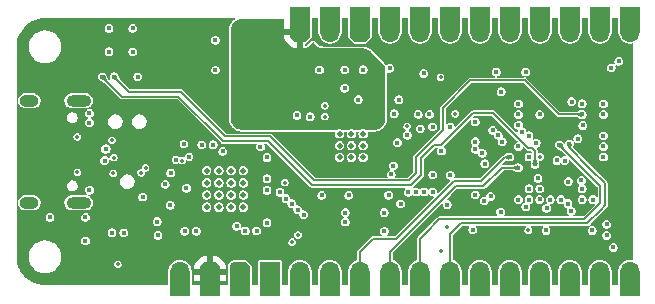
<source format=gbr>
%TF.GenerationSoftware,KiCad,Pcbnew,9.0.7*%
%TF.CreationDate,2026-01-28T15:54:31+01:00*%
%TF.ProjectId,RoyalBlue54L-Feather,526f7961-6c42-46c7-9565-35344c2d4665,rev?*%
%TF.SameCoordinates,Original*%
%TF.FileFunction,Copper,L3,Inr*%
%TF.FilePolarity,Positive*%
%FSLAX46Y46*%
G04 Gerber Fmt 4.6, Leading zero omitted, Abs format (unit mm)*
G04 Created by KiCad (PCBNEW 9.0.7) date 2026-01-28 15:54:31*
%MOMM*%
%LPD*%
G01*
G04 APERTURE LIST*
G04 Aperture macros list*
%AMOutline5P*
0 Free polygon, 5 corners , with rotation*
0 The origin of the aperture is its center*
0 number of corners: always 5*
0 $1 to $10 corner X, Y*
0 $11 Rotation angle, in degrees counterclockwise*
0 create outline with 5 corners*
4,1,5,$1,$2,$3,$4,$5,$6,$7,$8,$9,$10,$1,$2,$11*%
%AMOutline6P*
0 Free polygon, 6 corners , with rotation*
0 The origin of the aperture is its center*
0 number of corners: always 6*
0 $1 to $12 corner X, Y*
0 $13 Rotation angle, in degrees counterclockwise*
0 create outline with 6 corners*
4,1,6,$1,$2,$3,$4,$5,$6,$7,$8,$9,$10,$11,$12,$1,$2,$13*%
%AMOutline7P*
0 Free polygon, 7 corners , with rotation*
0 The origin of the aperture is its center*
0 number of corners: always 7*
0 $1 to $14 corner X, Y*
0 $15 Rotation angle, in degrees counterclockwise*
0 create outline with 7 corners*
4,1,7,$1,$2,$3,$4,$5,$6,$7,$8,$9,$10,$11,$12,$13,$14,$1,$2,$15*%
%AMOutline8P*
0 Free polygon, 8 corners , with rotation*
0 The origin of the aperture is its center*
0 number of corners: always 8*
0 $1 to $16 corner X, Y*
0 $17 Rotation angle, in degrees counterclockwise*
0 create outline with 8 corners*
4,1,8,$1,$2,$3,$4,$5,$6,$7,$8,$9,$10,$11,$12,$13,$14,$15,$16,$1,$2,$17*%
%AMFreePoly0*
4,1,13,-0.850000,0.425000,-0.425000,0.850000,0.425000,0.850000,0.850000,0.425000,0.850000,-0.425000,0.425000,-0.850000,-0.425000,-0.850000,-0.556332,-0.829199,-0.674809,-0.768832,-0.768832,-0.674809,-0.829199,-0.556332,-0.850000,-0.425000,-0.850000,0.425000,-0.850000,0.425000,$1*%
G04 Aperture macros list end*
%TA.AperFunction,HeatsinkPad*%
%ADD10C,0.500000*%
%TD*%
%TA.AperFunction,ComponentPad*%
%ADD11O,2.100000X1.000000*%
%TD*%
%TA.AperFunction,ComponentPad*%
%ADD12O,1.600000X1.000000*%
%TD*%
%TA.AperFunction,ComponentPad*%
%ADD13Outline8P,-0.850000X0.425000X-0.425000X0.850000X0.425000X0.850000X0.850000X0.425000X0.850000X-0.425000X0.425000X-0.850000X-0.425000X-0.850000X-0.850000X-0.425000X90.000000*%
%TD*%
%TA.AperFunction,ComponentPad*%
%ADD14R,1.700000X1.700000*%
%TD*%
%TA.AperFunction,ComponentPad*%
%ADD15O,1.700000X1.700000*%
%TD*%
%TA.AperFunction,ComponentPad*%
%ADD16R,1.700000X2.120000*%
%TD*%
%TA.AperFunction,ComponentPad*%
%ADD17Outline8P,-0.850000X0.425000X-0.425000X0.850000X0.425000X0.850000X0.850000X0.425000X0.850000X-0.425000X0.425000X-0.850000X-0.425000X-0.850000X-0.850000X-0.425000X270.000000*%
%TD*%
%TA.AperFunction,ComponentPad*%
%ADD18FreePoly0,270.000000*%
%TD*%
%TA.AperFunction,ViaPad*%
%ADD19C,0.450000*%
%TD*%
%TA.AperFunction,ViaPad*%
%ADD20C,0.350000*%
%TD*%
%TA.AperFunction,ViaPad*%
%ADD21C,0.400000*%
%TD*%
%TA.AperFunction,Conductor*%
%ADD22C,0.150000*%
%TD*%
G04 APERTURE END LIST*
D10*
%TO.N,GND*%
%TO.C,U2*%
X146580000Y-105460000D03*
X147580000Y-105460000D03*
X148580000Y-105460000D03*
X146580000Y-104460000D03*
X147580000Y-104460000D03*
X148580000Y-104460000D03*
X146580000Y-103460000D03*
X147580000Y-103460000D03*
X148580000Y-103460000D03*
%TD*%
D11*
%TO.N,GND*%
%TO.C,J3*%
X124490000Y-100660000D03*
D12*
X120310000Y-100660000D03*
D11*
X124490000Y-109300000D03*
D12*
X120310000Y-109300000D03*
%TD*%
D13*
%TO.N,+BATT*%
%TO.C,J2*%
X143230000Y-94820000D03*
X143230000Y-94820000D03*
D14*
X143230000Y-93550000D03*
D15*
%TO.N,/Connectors/ENABLE*%
X145770000Y-94820000D03*
D16*
X145770000Y-93760000D03*
D13*
%TO.N,VSYS*%
X148310000Y-94820000D03*
D16*
X148310000Y-93760000D03*
D15*
%TO.N,/Connectors/DIG.D13*%
X150850000Y-94820000D03*
D16*
X150850000Y-93760000D03*
D15*
%TO.N,/Connectors/DIG.D12*%
X153390000Y-94820000D03*
D16*
X153390000Y-93760000D03*
D15*
%TO.N,/Connectors/DIG.D11*%
X155930000Y-94820000D03*
D16*
X155930000Y-93760000D03*
D15*
%TO.N,/Connectors/DIG.D10*%
X158470000Y-94820000D03*
D16*
X158470000Y-93760000D03*
D15*
%TO.N,/Connectors/DIG.D9*%
X161010000Y-94820000D03*
D16*
X161010000Y-93760000D03*
D15*
%TO.N,/Connectors/DIG.D6*%
X163550000Y-94820000D03*
D16*
X163550000Y-93760000D03*
D15*
%TO.N,/Connectors/DIG.D5*%
X166090000Y-94820000D03*
D16*
X166090000Y-93760000D03*
D15*
%TO.N,/Connectors/I2C.SCL*%
X168630000Y-94820000D03*
D16*
X168630000Y-93760000D03*
D15*
%TO.N,/Connectors/I2C.SDA*%
X171170000Y-94820000D03*
D16*
X171170000Y-93760000D03*
%TD*%
D10*
%TO.N,GND*%
%TO.C,U5*%
X138430000Y-109680000D03*
X138430000Y-108646667D03*
X138430000Y-107613333D03*
X138430000Y-106580000D03*
X137396667Y-109680000D03*
X137396667Y-108646667D03*
X137396667Y-107613333D03*
X137396667Y-106580000D03*
X136363333Y-109680000D03*
X136363333Y-108646667D03*
X136363333Y-107613333D03*
X136363333Y-106580000D03*
X135330000Y-109680000D03*
X135330000Y-108646667D03*
X135330000Y-107613333D03*
X135330000Y-106580000D03*
%TD*%
D15*
%TO.N,/Debugger/SWD_TRG.~{RESET}*%
%TO.C,J1*%
X133070000Y-115140000D03*
D16*
X133070000Y-116200000D03*
D17*
%TO.N,VDD*%
X135610000Y-115140000D03*
D16*
X135610000Y-116200000D03*
D18*
%TO.N,unconnected-(J1-Pin_3-Pad3)*%
X138150000Y-115140000D03*
D16*
X138150000Y-116200000D03*
D14*
%TO.N,GND*%
X140690000Y-115140000D03*
D16*
X140690000Y-116200000D03*
D15*
%TO.N,/Connectors/ANALOG.A0*%
X143230000Y-115140000D03*
D16*
X143230000Y-116200000D03*
D15*
%TO.N,/Connectors/ANALOG.A1*%
X145770000Y-115140000D03*
D16*
X145770000Y-116200000D03*
D15*
%TO.N,/Connectors/ANALOG.A2*%
X148310000Y-115140000D03*
D16*
X148310000Y-116200000D03*
D15*
%TO.N,/Connectors/ANALOG.A3*%
X150850000Y-115140000D03*
D16*
X150850000Y-116200000D03*
D15*
%TO.N,/Connectors/ANALOG.A4*%
X153390000Y-115140000D03*
D16*
X153390000Y-116200000D03*
D15*
%TO.N,/Connectors/ANALOG.A5*%
X155930000Y-115140000D03*
D16*
X155930000Y-116200000D03*
D15*
%TO.N,/Connectors/SPI.SCK*%
X158470000Y-115140000D03*
D16*
X158470000Y-116200000D03*
D15*
%TO.N,/Connectors/SPI.MOSI*%
X161010000Y-115140000D03*
D16*
X161010000Y-116200000D03*
D15*
%TO.N,/Connectors/SPI.MISO*%
X163550000Y-115140000D03*
D16*
X163550000Y-116200000D03*
D15*
%TO.N,/Connectors/UART.RX*%
X166090000Y-115140000D03*
D16*
X166090000Y-116200000D03*
D15*
%TO.N,/Connectors/UART.TX*%
X168630000Y-115140000D03*
D16*
X168630000Y-116200000D03*
D15*
%TO.N,/Connectors/SHPHLD*%
X171170000Y-115140000D03*
D16*
X171170000Y-116200000D03*
%TD*%
D19*
%TO.N,GND*%
X158660000Y-105105000D03*
X164105000Y-109760000D03*
X139550000Y-111690000D03*
X154190000Y-101810000D03*
X144085000Y-102030000D03*
X140440000Y-111010000D03*
X151200000Y-101780000D03*
X168920000Y-103630000D03*
X160260000Y-99910000D03*
X155950000Y-106965000D03*
X125405000Y-108230000D03*
X147060000Y-110930000D03*
D20*
X156370000Y-101770000D03*
D21*
X136070000Y-98060000D03*
D20*
X163560000Y-105410000D03*
D19*
X129490000Y-98633000D03*
X168920000Y-101830000D03*
X155200000Y-104920000D03*
X161720000Y-100930000D03*
X129060000Y-96530000D03*
X158879468Y-106005000D03*
X127060000Y-96530000D03*
X132240000Y-109500000D03*
X163520000Y-101830000D03*
X147060000Y-110130000D03*
X144880000Y-98045000D03*
X129930000Y-108820000D03*
X165950000Y-107510000D03*
X122060000Y-110530000D03*
X140440000Y-108240000D03*
D20*
X141950000Y-107590000D03*
D19*
X148580000Y-98045000D03*
X131140000Y-110900000D03*
X163380000Y-107230000D03*
X129060000Y-94530000D03*
D20*
X143060000Y-112030000D03*
D19*
X127060000Y-94530000D03*
X150360000Y-110130000D03*
X151595000Y-100590000D03*
X145065000Y-108670000D03*
X140440000Y-105460000D03*
X147010000Y-98045000D03*
D20*
X155130000Y-98670000D03*
D19*
X158060000Y-102460000D03*
X139880000Y-104570000D03*
X125060000Y-112530000D03*
X150730000Y-108660000D03*
X160210000Y-110100000D03*
X131820000Y-107740000D03*
D20*
X162560000Y-111630000D03*
D19*
X154450000Y-102875000D03*
X125405000Y-101730000D03*
X167960000Y-111650000D03*
X168920000Y-105430000D03*
X168920000Y-100930000D03*
D20*
X133260000Y-105730000D03*
D19*
X170220000Y-97330000D03*
X132300000Y-106780000D03*
X155950000Y-102875000D03*
D20*
X155660000Y-111330000D03*
D19*
X162350000Y-109650000D03*
X161720000Y-101830000D03*
X151140000Y-106170000D03*
X133480000Y-111710000D03*
X168920000Y-104530000D03*
X125060000Y-110530000D03*
D20*
X127460000Y-105480000D03*
D19*
X169590000Y-97880000D03*
X136060000Y-95530000D03*
D20*
X127810000Y-114520000D03*
X142560000Y-112630000D03*
D19*
X157850000Y-111600000D03*
X150840000Y-97920000D03*
X131210000Y-112060000D03*
X134910000Y-104400000D03*
X153710000Y-98355000D03*
%TO.N,/Debugger/USB.VBUS*%
X125405000Y-102530000D03*
X147010000Y-99595000D03*
%TO.N,/Debugger/nRF52_VDD*%
X153410000Y-103040000D03*
X138590000Y-111690000D03*
X134440000Y-111710000D03*
D20*
X127410000Y-106810000D03*
D19*
X140440000Y-107280000D03*
X153230000Y-101810000D03*
X135870000Y-104400000D03*
X154460000Y-106940000D03*
%TO.N,/Connectors/ANALOG.A3*%
X161720000Y-106330000D03*
%TO.N,/Connectors/SPI.SCK*%
X159364035Y-108769445D03*
%TO.N,/Connectors/ANALOG.A1*%
X162620000Y-105430000D03*
%TO.N,/Connectors/SPI.MISO*%
X160020000Y-103590000D03*
X161720000Y-109030000D03*
%TO.N,/Connectors/UART.RX*%
X167120000Y-100930000D03*
X158075565Y-104124999D03*
%TO.N,/Connectors/ANALOG.A2*%
X160990000Y-105430000D03*
D20*
%TO.N,/Connectors/SHPHLD*%
X152300000Y-102830000D03*
X155130000Y-113420000D03*
D19*
%TO.N,/Connectors/ANALOG.A4*%
X165180000Y-104390000D03*
X166230000Y-100740000D03*
%TO.N,/Connectors/SPI.MOSI*%
X158830000Y-109140000D03*
X162620000Y-108130000D03*
%TO.N,+BATT*%
X137880000Y-101308000D03*
X150045000Y-100590000D03*
%TO.N,/Connectors/ANALOG.A5*%
X166030000Y-104310000D03*
%TO.N,/Connectors/ANALOG.A0*%
X161720000Y-104530000D03*
%TO.N,/Connectors/UART.TX*%
X158056662Y-104774726D03*
X167180000Y-102760000D03*
%TO.N,/Connectors/ENABLE*%
X150962892Y-106910000D03*
%TO.N,/Connectors/DIG.D11*%
X167060000Y-107410000D03*
%TO.N,/Connectors/DIG.D9*%
X165320000Y-109030000D03*
%TO.N,/Connectors/I2C.SDA*%
X167120000Y-101830000D03*
X127490000Y-98633000D03*
%TO.N,/Connectors/I2C.SCL*%
X126490000Y-98633000D03*
X163126446Y-106036446D03*
%TO.N,/Connectors/DIG.D12*%
X165638446Y-105730524D03*
%TO.N,/Connectors/DIG.D6*%
X165920000Y-109370000D03*
%TO.N,/Connectors/DIG.D13*%
X164988554Y-105718554D03*
%TO.N,VDD*%
X160210000Y-109140000D03*
X170210000Y-111130000D03*
X160260000Y-100870000D03*
X151140000Y-105210000D03*
X128490000Y-98633000D03*
X158060000Y-103420000D03*
D20*
X127103416Y-101355058D03*
D19*
X170210000Y-112070000D03*
X162620000Y-102730000D03*
D20*
X128043416Y-101355058D03*
D19*
X162620000Y-101830000D03*
%TO.N,/Connectors/DIG.D10*%
X164420000Y-109030000D03*
D20*
%TO.N,/Debugger/USB.CC2*%
X145330000Y-102010000D03*
X124385000Y-106730000D03*
%TO.N,/Debugger/USB.CC1*%
X145330000Y-101090000D03*
X124360000Y-103730000D03*
D21*
%TO.N,/Debugger/D-*%
X126785000Y-104755000D03*
D19*
%TO.N,VSYS*%
X142980000Y-101900000D03*
X147360000Y-108670000D03*
X148165000Y-100565000D03*
D21*
%TO.N,/Debugger/D+*%
X126685000Y-105730000D03*
D19*
%TO.N,/nPM1300/NPM1300.SCL*%
X169190000Y-112070000D03*
X152301405Y-103573512D03*
%TO.N,Net-(U1-P1.01{slash}XL2)*%
X161720000Y-102730000D03*
X159840000Y-98230000D03*
%TO.N,/nPM1300/NPM1300.SDA*%
X169190000Y-111130000D03*
X151480000Y-104210000D03*
%TO.N,Net-(U1-P1.00{slash}XL1)*%
X162340000Y-98230000D03*
X162620000Y-103630000D03*
%TO.N,/Debugger/SWD_TRG.~{RESET}*%
X158072847Y-108632847D03*
X166754293Y-103874293D03*
X155689293Y-109459293D03*
%TO.N,Net-(D1-A)*%
X163530000Y-109020000D03*
X164062500Y-111650000D03*
%TO.N,Net-(U5-DEC4)*%
X137880000Y-111280000D03*
X133609447Y-108059970D03*
D20*
%TO.N,Net-(J8-SWDIO)*%
X129770000Y-106760000D03*
D21*
X133390000Y-104330000D03*
D19*
%TO.N,/Debugger/SWD_TRG.SWDIO*%
X166190000Y-110010000D03*
X167120000Y-108130000D03*
%TO.N,Net-(J8-~{RESET})*%
X136680000Y-104950000D03*
D21*
X132720000Y-105660000D03*
D20*
X127310000Y-104000000D03*
D21*
%TO.N,Net-(J8-SWCLK)*%
X133840000Y-105400000D03*
D20*
X130160000Y-106350000D03*
D19*
%TO.N,/nPM1300/NPM1300.INT*%
X169750000Y-113080000D03*
X168020000Y-109030000D03*
%TO.N,/nRF54L15/~{CS}_FLASH*%
X162620000Y-109030000D03*
X160360000Y-104150000D03*
%TO.N,Net-(JP1-A)*%
X150370000Y-111705000D03*
%TO.N,Net-(J6-Pin_4)*%
X163220000Y-104260000D03*
X128310000Y-111855000D03*
%TO.N,Net-(J6-Pin_2)*%
X162030553Y-103301016D03*
X127310000Y-111855000D03*
%TO.N,/nRF54L15/D2_FLASH*%
X163520000Y-108130000D03*
X159530046Y-103162861D03*
%TO.N,/Debugger/TRG_SWDCLK_NRF52*%
X143540000Y-110320347D03*
X154460000Y-108380000D03*
%TO.N,/Debugger/UART_TX_NRF52*%
X142040000Y-108950000D03*
X152389916Y-108420654D03*
%TO.N,/Debugger/TRG_SWDIO_NRF52*%
X143040000Y-109900000D03*
X153740000Y-108390000D03*
%TO.N,/Debugger/UART_RX_NRF52*%
X151740000Y-109400000D03*
X141540000Y-108410000D03*
%TO.N,/Debugger/TRG_~{RESET}_NRF52*%
X153073185Y-108396815D03*
X142540000Y-109390000D03*
%TO.N,/Debugger/SWD_TRG.SWDCLK*%
X167120000Y-109030000D03*
%TD*%
D22*
%TO.N,/Connectors/ANALOG.A3*%
X150850000Y-115140000D02*
X150850000Y-113470000D01*
X158760000Y-107920000D02*
X160350000Y-106330000D01*
X156400000Y-107920000D02*
X158760000Y-107920000D01*
X150850000Y-113470000D02*
X156400000Y-107920000D01*
X160350000Y-106330000D02*
X161720000Y-106330000D01*
%TO.N,/Connectors/ANALOG.A2*%
X156260000Y-107460000D02*
X151380000Y-112340000D01*
X158540001Y-107460000D02*
X156260000Y-107460000D01*
X148310000Y-113450000D02*
X148310000Y-115140000D01*
X151380000Y-112340000D02*
X149420000Y-112340000D01*
X149420000Y-112340000D02*
X148310000Y-113450000D01*
X160600000Y-105430000D02*
X159750000Y-106280000D01*
X160990000Y-105430000D02*
X160600000Y-105430000D01*
X159750000Y-106280000D02*
X159720001Y-106280000D01*
X159720001Y-106280000D02*
X158540001Y-107460000D01*
%TO.N,/Connectors/ANALOG.A4*%
X167310000Y-110690000D02*
X167790000Y-110210000D01*
X160380000Y-110690000D02*
X167310000Y-110690000D01*
X153390000Y-115140000D02*
X153390000Y-112340000D01*
X168650000Y-107860000D02*
X165180000Y-104390000D01*
X155040000Y-110690000D02*
X160380000Y-110690000D01*
X153390000Y-112340000D02*
X153860000Y-111870000D01*
X168650000Y-109350000D02*
X168650000Y-108370000D01*
X153860000Y-111870000D02*
X155040000Y-110690000D01*
X168650000Y-108370000D02*
X168650000Y-107860000D01*
X167790000Y-110210000D02*
X168650000Y-109350000D01*
%TO.N,/Connectors/ANALOG.A5*%
X169070000Y-109530000D02*
X169070000Y-107750000D01*
X167560000Y-111040000D02*
X168700000Y-109900000D01*
X168700000Y-109900000D02*
X169070000Y-109530000D01*
X155930000Y-111960000D02*
X156710000Y-111180000D01*
X156850000Y-111040000D02*
X159140000Y-111040000D01*
X167820000Y-106410000D02*
X166030000Y-104620000D01*
X166030000Y-104620000D02*
X166030000Y-104310000D01*
X169070000Y-107750000D02*
X169070000Y-107660000D01*
X159140000Y-111040000D02*
X167560000Y-111040000D01*
X155930000Y-115140000D02*
X155930000Y-111960000D01*
X156710000Y-111180000D02*
X156850000Y-111040000D01*
X169070000Y-107660000D02*
X167820000Y-106410000D01*
%TO.N,/Connectors/I2C.SDA*%
X144450000Y-107410000D02*
X152450000Y-107410000D01*
X157660000Y-98930000D02*
X162270000Y-98930000D01*
X153060000Y-106800000D02*
X153060000Y-105390000D01*
X155340000Y-103110000D02*
X155340000Y-101250000D01*
X153060000Y-105390000D02*
X155340000Y-103110000D01*
X140710000Y-103670000D02*
X144450000Y-107410000D01*
X162270000Y-98930000D02*
X165170000Y-101830000D01*
X136900000Y-103670000D02*
X140710000Y-103670000D01*
X128757000Y-99900000D02*
X133130000Y-99900000D01*
X155340000Y-101250000D02*
X157660000Y-98930000D01*
X133130000Y-99900000D02*
X136900000Y-103670000D01*
X152450000Y-107410000D02*
X153060000Y-106800000D01*
X165170000Y-101830000D02*
X167120000Y-101830000D01*
X127490000Y-98633000D02*
X128757000Y-99900000D01*
%TO.N,/Connectors/I2C.SCL*%
X128167000Y-100310000D02*
X126490000Y-98633000D01*
X163126446Y-106036446D02*
X163126446Y-104896446D01*
X162902893Y-104672893D02*
X162570000Y-104672893D01*
X162570000Y-104672893D02*
X159597107Y-101700000D01*
X154590000Y-104420000D02*
X153510000Y-105500000D01*
X136700000Y-104070000D02*
X132940000Y-100310000D01*
X153510000Y-105500000D02*
X153510000Y-106950000D01*
X157890000Y-101700000D02*
X155170000Y-104420000D01*
X152650000Y-107810000D02*
X144250000Y-107810000D01*
X132940000Y-100310000D02*
X128167000Y-100310000D01*
X140510000Y-104070000D02*
X136700000Y-104070000D01*
X155170000Y-104420000D02*
X154590000Y-104420000D01*
X144250000Y-107810000D02*
X140510000Y-104070000D01*
X159597107Y-101700000D02*
X157890000Y-101700000D01*
X153510000Y-106950000D02*
X152650000Y-107810000D01*
X163126446Y-104896446D02*
X162902893Y-104672893D01*
%TD*%
%TA.AperFunction,Conductor*%
%TO.N,+BATT*%
G36*
X141861694Y-93748306D02*
G01*
X141880000Y-93792500D01*
X141880000Y-94570000D01*
X142796988Y-94570000D01*
X142764075Y-94627007D01*
X142730000Y-94754174D01*
X142730000Y-94885826D01*
X142764075Y-95012993D01*
X142796988Y-95070000D01*
X141880001Y-95070000D01*
X141880001Y-95285935D01*
X141890549Y-95369924D01*
X141890550Y-95369928D01*
X141945569Y-95502755D01*
X141945572Y-95502760D01*
X141997495Y-95569600D01*
X141997503Y-95569609D01*
X142480391Y-96052497D01*
X142480400Y-96052505D01*
X142547239Y-96104427D01*
X142547243Y-96104430D01*
X142680071Y-96159450D01*
X142680075Y-96159451D01*
X142764065Y-96169999D01*
X142979999Y-96169999D01*
X142980000Y-96169998D01*
X142980000Y-95253012D01*
X143037007Y-95285925D01*
X143164174Y-95320000D01*
X143295826Y-95320000D01*
X143422993Y-95285925D01*
X143480000Y-95253012D01*
X143480000Y-96169999D01*
X143695935Y-96169999D01*
X143779924Y-96159450D01*
X143779928Y-96159449D01*
X143912755Y-96104430D01*
X143912760Y-96104427D01*
X143979600Y-96052504D01*
X143979609Y-96052496D01*
X144303101Y-95729003D01*
X144347295Y-95710697D01*
X144391489Y-95729003D01*
X144401422Y-95741947D01*
X144416207Y-95767556D01*
X144466252Y-95839029D01*
X144466263Y-95839043D01*
X144466269Y-95839052D01*
X144522371Y-95905912D01*
X144522377Y-95905919D01*
X144584080Y-95967622D01*
X144584086Y-95967627D01*
X144584088Y-95967629D01*
X144650948Y-96023731D01*
X144650960Y-96023739D01*
X144650970Y-96023747D01*
X144698508Y-96057033D01*
X144722444Y-96073793D01*
X144798031Y-96117433D01*
X144798037Y-96117436D01*
X144798041Y-96117438D01*
X144877123Y-96154315D01*
X144877134Y-96154320D01*
X144959151Y-96184171D01*
X145043457Y-96206761D01*
X145129412Y-96221917D01*
X145216360Y-96229524D01*
X145227581Y-96229646D01*
X145259974Y-96230000D01*
X145260000Y-96230000D01*
X148545502Y-96230000D01*
X148545999Y-96230002D01*
X148587067Y-96230437D01*
X148591796Y-96230669D01*
X148673663Y-96237830D01*
X148679045Y-96238538D01*
X148759645Y-96252749D01*
X148764968Y-96253929D01*
X148844010Y-96275107D01*
X148849210Y-96276747D01*
X148926088Y-96304727D01*
X148931126Y-96306813D01*
X149005297Y-96341398D01*
X149010133Y-96343916D01*
X149080991Y-96384825D01*
X149085590Y-96387755D01*
X149152612Y-96434683D01*
X149156938Y-96438002D01*
X149219869Y-96490807D01*
X149223428Y-96494034D01*
X149252698Y-96522702D01*
X149253159Y-96523159D01*
X150166826Y-97436826D01*
X150167293Y-97437297D01*
X150195965Y-97466584D01*
X150199182Y-97470133D01*
X150251989Y-97533067D01*
X150255308Y-97537393D01*
X150302236Y-97604414D01*
X150305166Y-97609013D01*
X150346079Y-97679880D01*
X150348596Y-97684716D01*
X150383171Y-97758864D01*
X150385258Y-97763901D01*
X150413243Y-97840792D01*
X150414882Y-97845992D01*
X150436061Y-97925035D01*
X150437242Y-97930359D01*
X150451450Y-98010943D01*
X150452161Y-98016349D01*
X150459320Y-98098193D01*
X150459554Y-98102963D01*
X150459996Y-98143841D01*
X150460000Y-98144517D01*
X150460000Y-102129684D01*
X150459996Y-102130366D01*
X150459550Y-102171251D01*
X150459316Y-102176017D01*
X150452155Y-102257862D01*
X150451444Y-102263267D01*
X150437233Y-102343865D01*
X150436052Y-102349189D01*
X150414878Y-102428208D01*
X150413239Y-102433407D01*
X150385252Y-102510303D01*
X150383165Y-102515341D01*
X150348588Y-102589491D01*
X150346070Y-102594327D01*
X150305155Y-102665193D01*
X150302226Y-102669791D01*
X150255294Y-102736818D01*
X150251975Y-102741144D01*
X150199381Y-102803823D01*
X150195697Y-102807843D01*
X150137843Y-102865697D01*
X150133823Y-102869381D01*
X150071144Y-102921975D01*
X150066818Y-102925294D01*
X149999791Y-102972226D01*
X149995193Y-102975155D01*
X149924327Y-103016070D01*
X149919491Y-103018588D01*
X149845341Y-103053165D01*
X149840303Y-103055252D01*
X149763407Y-103083239D01*
X149758208Y-103084878D01*
X149679189Y-103106052D01*
X149673865Y-103107233D01*
X149593267Y-103121444D01*
X149587862Y-103122155D01*
X149506017Y-103129316D01*
X149501251Y-103129550D01*
X149460367Y-103129996D01*
X149459685Y-103130000D01*
X148826171Y-103130000D01*
X148794921Y-103121627D01*
X148734586Y-103086792D01*
X148734583Y-103086791D01*
X148632733Y-103059501D01*
X148632728Y-103059500D01*
X148632727Y-103059500D01*
X148527273Y-103059500D01*
X148527272Y-103059500D01*
X148527266Y-103059501D01*
X148425416Y-103086791D01*
X148425413Y-103086792D01*
X148365079Y-103121627D01*
X148333829Y-103130000D01*
X147826171Y-103130000D01*
X147794921Y-103121627D01*
X147734586Y-103086792D01*
X147734583Y-103086791D01*
X147632733Y-103059501D01*
X147632728Y-103059500D01*
X147632727Y-103059500D01*
X147527273Y-103059500D01*
X147527272Y-103059500D01*
X147527266Y-103059501D01*
X147425416Y-103086791D01*
X147425413Y-103086792D01*
X147365079Y-103121627D01*
X147333829Y-103130000D01*
X146826171Y-103130000D01*
X146794921Y-103121627D01*
X146734586Y-103086792D01*
X146734583Y-103086791D01*
X146632733Y-103059501D01*
X146632728Y-103059500D01*
X146632727Y-103059500D01*
X146527273Y-103059500D01*
X146527272Y-103059500D01*
X146527266Y-103059501D01*
X146425416Y-103086791D01*
X146425413Y-103086792D01*
X146365079Y-103121627D01*
X146333829Y-103130000D01*
X138360315Y-103130000D01*
X138359633Y-103129996D01*
X138318748Y-103129550D01*
X138313983Y-103129316D01*
X138305198Y-103128547D01*
X138232137Y-103122155D01*
X138226732Y-103121444D01*
X138146134Y-103107233D01*
X138140815Y-103106053D01*
X138108691Y-103097445D01*
X138061791Y-103084878D01*
X138056592Y-103083239D01*
X137979696Y-103055252D01*
X137974658Y-103053165D01*
X137900508Y-103018588D01*
X137895672Y-103016070D01*
X137824806Y-102975155D01*
X137820208Y-102972226D01*
X137753181Y-102925294D01*
X137748855Y-102921975D01*
X137686176Y-102869381D01*
X137682156Y-102865697D01*
X137624302Y-102807843D01*
X137620618Y-102803823D01*
X137568024Y-102741144D01*
X137564705Y-102736818D01*
X137517773Y-102669791D01*
X137514844Y-102665193D01*
X137473929Y-102594327D01*
X137471411Y-102589491D01*
X137436834Y-102515341D01*
X137434747Y-102510303D01*
X137406760Y-102433407D01*
X137405121Y-102428208D01*
X137383942Y-102349167D01*
X137382769Y-102343882D01*
X137368553Y-102263258D01*
X137367845Y-102257873D01*
X137360681Y-102175991D01*
X137360450Y-102171273D01*
X137360004Y-102130364D01*
X137360000Y-102129684D01*
X137360000Y-101850566D01*
X142604500Y-101850566D01*
X142604500Y-101949433D01*
X142604501Y-101949441D01*
X142630088Y-102044933D01*
X142630089Y-102044937D01*
X142634663Y-102052859D01*
X142679018Y-102129684D01*
X142679526Y-102130563D01*
X142679529Y-102130567D01*
X142749432Y-102200470D01*
X142749436Y-102200473D01*
X142749438Y-102200475D01*
X142835062Y-102249910D01*
X142930565Y-102275500D01*
X142930566Y-102275500D01*
X143029434Y-102275500D01*
X143029435Y-102275500D01*
X143124938Y-102249910D01*
X143210562Y-102200475D01*
X143280475Y-102130562D01*
X143329910Y-102044938D01*
X143333378Y-102031993D01*
X143347159Y-101980566D01*
X143709500Y-101980566D01*
X143709500Y-102079433D01*
X143709501Y-102079441D01*
X143735088Y-102174933D01*
X143735089Y-102174937D01*
X143749834Y-102200475D01*
X143782966Y-102257862D01*
X143784526Y-102260563D01*
X143784529Y-102260567D01*
X143854432Y-102330470D01*
X143854436Y-102330473D01*
X143854438Y-102330475D01*
X143940062Y-102379910D01*
X144035565Y-102405500D01*
X144035566Y-102405500D01*
X144134434Y-102405500D01*
X144134435Y-102405500D01*
X144229938Y-102379910D01*
X144315562Y-102330475D01*
X144385475Y-102260562D01*
X144434910Y-102174938D01*
X144460500Y-102079435D01*
X144460500Y-101980565D01*
X144460142Y-101979228D01*
X144460142Y-101979227D01*
X144456905Y-101967148D01*
X145004500Y-101967148D01*
X145004500Y-102052851D01*
X145004501Y-102052859D01*
X145026680Y-102135634D01*
X145026681Y-102135637D01*
X145026682Y-102135638D01*
X145064115Y-102200475D01*
X145069536Y-102209863D01*
X145069539Y-102209867D01*
X145130132Y-102270460D01*
X145130136Y-102270463D01*
X145130138Y-102270465D01*
X145204362Y-102313318D01*
X145204365Y-102313319D01*
X145255021Y-102326892D01*
X145287147Y-102335500D01*
X145287148Y-102335500D01*
X145372852Y-102335500D01*
X145372853Y-102335500D01*
X145455638Y-102313318D01*
X145529862Y-102270465D01*
X145590465Y-102209862D01*
X145633318Y-102135638D01*
X145655500Y-102052853D01*
X145655500Y-101967147D01*
X145633507Y-101885066D01*
X145633319Y-101884365D01*
X145633318Y-101884362D01*
X145613801Y-101850558D01*
X145590465Y-101810138D01*
X145590463Y-101810136D01*
X145590460Y-101810132D01*
X145529867Y-101749539D01*
X145529863Y-101749536D01*
X145529862Y-101749535D01*
X145492750Y-101728108D01*
X145455637Y-101706681D01*
X145455634Y-101706680D01*
X145372859Y-101684501D01*
X145372854Y-101684500D01*
X145372853Y-101684500D01*
X145287147Y-101684500D01*
X145287146Y-101684500D01*
X145287140Y-101684501D01*
X145204365Y-101706680D01*
X145204362Y-101706681D01*
X145130136Y-101749536D01*
X145130132Y-101749539D01*
X145069539Y-101810132D01*
X145069536Y-101810136D01*
X145026681Y-101884362D01*
X145026680Y-101884365D01*
X145004501Y-101967140D01*
X145004500Y-101967148D01*
X144456905Y-101967148D01*
X144434911Y-101885065D01*
X144434910Y-101885062D01*
X144434506Y-101884362D01*
X144385475Y-101799438D01*
X144385473Y-101799436D01*
X144385470Y-101799432D01*
X144315567Y-101729529D01*
X144315563Y-101729526D01*
X144315562Y-101729525D01*
X144272750Y-101704807D01*
X144229937Y-101680089D01*
X144229933Y-101680088D01*
X144134441Y-101654501D01*
X144134436Y-101654500D01*
X144134435Y-101654500D01*
X144035565Y-101654500D01*
X144035564Y-101654500D01*
X144035558Y-101654501D01*
X143940066Y-101680088D01*
X143940062Y-101680089D01*
X143854436Y-101729526D01*
X143854432Y-101729529D01*
X143784529Y-101799432D01*
X143784526Y-101799436D01*
X143735089Y-101885062D01*
X143735088Y-101885066D01*
X143709501Y-101980558D01*
X143709500Y-101980566D01*
X143347159Y-101980566D01*
X143352591Y-101960293D01*
X143352591Y-101960292D01*
X143355499Y-101949438D01*
X143355500Y-101949433D01*
X143355500Y-101850566D01*
X143355498Y-101850558D01*
X143344667Y-101810138D01*
X143329910Y-101755062D01*
X143280475Y-101669438D01*
X143280473Y-101669436D01*
X143280470Y-101669432D01*
X143210567Y-101599529D01*
X143210563Y-101599526D01*
X143210562Y-101599525D01*
X143167750Y-101574807D01*
X143124937Y-101550089D01*
X143124933Y-101550088D01*
X143029441Y-101524501D01*
X143029436Y-101524500D01*
X143029435Y-101524500D01*
X142930565Y-101524500D01*
X142930564Y-101524500D01*
X142930558Y-101524501D01*
X142835066Y-101550088D01*
X142835062Y-101550089D01*
X142749436Y-101599526D01*
X142749432Y-101599529D01*
X142679529Y-101669432D01*
X142679526Y-101669436D01*
X142630089Y-101755062D01*
X142630088Y-101755066D01*
X142604501Y-101850558D01*
X142604500Y-101850566D01*
X137360000Y-101850566D01*
X137360000Y-101047148D01*
X145004500Y-101047148D01*
X145004500Y-101132851D01*
X145004501Y-101132859D01*
X145026680Y-101215634D01*
X145026681Y-101215637D01*
X145069536Y-101289863D01*
X145069539Y-101289867D01*
X145130132Y-101350460D01*
X145130136Y-101350463D01*
X145130138Y-101350465D01*
X145204362Y-101393318D01*
X145204365Y-101393319D01*
X145255021Y-101406892D01*
X145287147Y-101415500D01*
X145287148Y-101415500D01*
X145372852Y-101415500D01*
X145372853Y-101415500D01*
X145455638Y-101393318D01*
X145529862Y-101350465D01*
X145590465Y-101289862D01*
X145633318Y-101215638D01*
X145655500Y-101132853D01*
X145655500Y-101047147D01*
X145633318Y-100964362D01*
X145590465Y-100890138D01*
X145590463Y-100890136D01*
X145590460Y-100890132D01*
X145529867Y-100829539D01*
X145529863Y-100829536D01*
X145529862Y-100829535D01*
X145492750Y-100808108D01*
X145455637Y-100786681D01*
X145455634Y-100786680D01*
X145372859Y-100764501D01*
X145372854Y-100764500D01*
X145372853Y-100764500D01*
X145287147Y-100764500D01*
X145287146Y-100764500D01*
X145287140Y-100764501D01*
X145204365Y-100786680D01*
X145204362Y-100786681D01*
X145130136Y-100829536D01*
X145130132Y-100829539D01*
X145069539Y-100890132D01*
X145069536Y-100890136D01*
X145026681Y-100964362D01*
X145026680Y-100964365D01*
X145004501Y-101047140D01*
X145004500Y-101047148D01*
X137360000Y-101047148D01*
X137360000Y-100515566D01*
X147789500Y-100515566D01*
X147789500Y-100614433D01*
X147789501Y-100614441D01*
X147815088Y-100709933D01*
X147815089Y-100709937D01*
X147864526Y-100795563D01*
X147864529Y-100795567D01*
X147934432Y-100865470D01*
X147934436Y-100865473D01*
X147934438Y-100865475D01*
X148020062Y-100914910D01*
X148115565Y-100940500D01*
X148115566Y-100940500D01*
X148214434Y-100940500D01*
X148214435Y-100940500D01*
X148309938Y-100914910D01*
X148395562Y-100865475D01*
X148465475Y-100795562D01*
X148514910Y-100709938D01*
X148540500Y-100614435D01*
X148540500Y-100515565D01*
X148514910Y-100420062D01*
X148465475Y-100334438D01*
X148465473Y-100334436D01*
X148465470Y-100334432D01*
X148395567Y-100264529D01*
X148395563Y-100264526D01*
X148395562Y-100264525D01*
X148352750Y-100239807D01*
X148309937Y-100215089D01*
X148309933Y-100215088D01*
X148214441Y-100189501D01*
X148214436Y-100189500D01*
X148214435Y-100189500D01*
X148115565Y-100189500D01*
X148115564Y-100189500D01*
X148115558Y-100189501D01*
X148020066Y-100215088D01*
X148020062Y-100215089D01*
X147934436Y-100264526D01*
X147934432Y-100264529D01*
X147864529Y-100334432D01*
X147864526Y-100334436D01*
X147815089Y-100420062D01*
X147815088Y-100420066D01*
X147789501Y-100515558D01*
X147789500Y-100515566D01*
X137360000Y-100515566D01*
X137360000Y-99545566D01*
X146634500Y-99545566D01*
X146634500Y-99644433D01*
X146634501Y-99644441D01*
X146660088Y-99739933D01*
X146660089Y-99739937D01*
X146709526Y-99825563D01*
X146709529Y-99825567D01*
X146779432Y-99895470D01*
X146779436Y-99895473D01*
X146779438Y-99895475D01*
X146865062Y-99944910D01*
X146960565Y-99970500D01*
X146960566Y-99970500D01*
X147059434Y-99970500D01*
X147059435Y-99970500D01*
X147154938Y-99944910D01*
X147240562Y-99895475D01*
X147310475Y-99825562D01*
X147359910Y-99739938D01*
X147385500Y-99644435D01*
X147385500Y-99545565D01*
X147359910Y-99450062D01*
X147310475Y-99364438D01*
X147310473Y-99364436D01*
X147310470Y-99364432D01*
X147240567Y-99294529D01*
X147240563Y-99294526D01*
X147240562Y-99294525D01*
X147197750Y-99269807D01*
X147154937Y-99245089D01*
X147154933Y-99245088D01*
X147059441Y-99219501D01*
X147059436Y-99219500D01*
X147059435Y-99219500D01*
X146960565Y-99219500D01*
X146960564Y-99219500D01*
X146960558Y-99219501D01*
X146865066Y-99245088D01*
X146865062Y-99245089D01*
X146779436Y-99294526D01*
X146779432Y-99294529D01*
X146709529Y-99364432D01*
X146709526Y-99364436D01*
X146660089Y-99450062D01*
X146660088Y-99450066D01*
X146634501Y-99545558D01*
X146634500Y-99545566D01*
X137360000Y-99545566D01*
X137360000Y-97995566D01*
X144504500Y-97995566D01*
X144504500Y-98094433D01*
X144504501Y-98094441D01*
X144530088Y-98189933D01*
X144530089Y-98189937D01*
X144579526Y-98275563D01*
X144579529Y-98275567D01*
X144649432Y-98345470D01*
X144649436Y-98345473D01*
X144649438Y-98345475D01*
X144735062Y-98394910D01*
X144830565Y-98420500D01*
X144830566Y-98420500D01*
X144929434Y-98420500D01*
X144929435Y-98420500D01*
X145024938Y-98394910D01*
X145110562Y-98345475D01*
X145180475Y-98275562D01*
X145229910Y-98189938D01*
X145255500Y-98094435D01*
X145255500Y-97995566D01*
X146634500Y-97995566D01*
X146634500Y-98094433D01*
X146634501Y-98094441D01*
X146660088Y-98189933D01*
X146660089Y-98189937D01*
X146709526Y-98275563D01*
X146709529Y-98275567D01*
X146779432Y-98345470D01*
X146779436Y-98345473D01*
X146779438Y-98345475D01*
X146865062Y-98394910D01*
X146960565Y-98420500D01*
X146960566Y-98420500D01*
X147059434Y-98420500D01*
X147059435Y-98420500D01*
X147154938Y-98394910D01*
X147240562Y-98345475D01*
X147310475Y-98275562D01*
X147359910Y-98189938D01*
X147385500Y-98094435D01*
X147385500Y-97995566D01*
X148204500Y-97995566D01*
X148204500Y-98094433D01*
X148204501Y-98094441D01*
X148230088Y-98189933D01*
X148230089Y-98189937D01*
X148279526Y-98275563D01*
X148279529Y-98275567D01*
X148349432Y-98345470D01*
X148349436Y-98345473D01*
X148349438Y-98345475D01*
X148435062Y-98394910D01*
X148530565Y-98420500D01*
X148530566Y-98420500D01*
X148629434Y-98420500D01*
X148629435Y-98420500D01*
X148724938Y-98394910D01*
X148810562Y-98345475D01*
X148880475Y-98275562D01*
X148929910Y-98189938D01*
X148955500Y-98094435D01*
X148955500Y-97995565D01*
X148929910Y-97900062D01*
X148880475Y-97814438D01*
X148880473Y-97814436D01*
X148880470Y-97814432D01*
X148810567Y-97744529D01*
X148810563Y-97744526D01*
X148810562Y-97744525D01*
X148767750Y-97719807D01*
X148724937Y-97695089D01*
X148724933Y-97695088D01*
X148629441Y-97669501D01*
X148629436Y-97669500D01*
X148629435Y-97669500D01*
X148530565Y-97669500D01*
X148530564Y-97669500D01*
X148530558Y-97669501D01*
X148435066Y-97695088D01*
X148435062Y-97695089D01*
X148349436Y-97744526D01*
X148349432Y-97744529D01*
X148279529Y-97814432D01*
X148279526Y-97814436D01*
X148230089Y-97900062D01*
X148230088Y-97900066D01*
X148204501Y-97995558D01*
X148204500Y-97995566D01*
X147385500Y-97995566D01*
X147385500Y-97995565D01*
X147359910Y-97900062D01*
X147310475Y-97814438D01*
X147310473Y-97814436D01*
X147310470Y-97814432D01*
X147240567Y-97744529D01*
X147240563Y-97744526D01*
X147240562Y-97744525D01*
X147197750Y-97719807D01*
X147154937Y-97695089D01*
X147154933Y-97695088D01*
X147059441Y-97669501D01*
X147059436Y-97669500D01*
X147059435Y-97669500D01*
X146960565Y-97669500D01*
X146960564Y-97669500D01*
X146960558Y-97669501D01*
X146865066Y-97695088D01*
X146865062Y-97695089D01*
X146779436Y-97744526D01*
X146779432Y-97744529D01*
X146709529Y-97814432D01*
X146709526Y-97814436D01*
X146660089Y-97900062D01*
X146660088Y-97900066D01*
X146634501Y-97995558D01*
X146634500Y-97995566D01*
X145255500Y-97995566D01*
X145255500Y-97995565D01*
X145229910Y-97900062D01*
X145180475Y-97814438D01*
X145180473Y-97814436D01*
X145180470Y-97814432D01*
X145110567Y-97744529D01*
X145110563Y-97744526D01*
X145110562Y-97744525D01*
X145067750Y-97719807D01*
X145024937Y-97695089D01*
X145024933Y-97695088D01*
X144929441Y-97669501D01*
X144929436Y-97669500D01*
X144929435Y-97669500D01*
X144830565Y-97669500D01*
X144830564Y-97669500D01*
X144830558Y-97669501D01*
X144735066Y-97695088D01*
X144735062Y-97695089D01*
X144649436Y-97744526D01*
X144649432Y-97744529D01*
X144579529Y-97814432D01*
X144579526Y-97814436D01*
X144530089Y-97900062D01*
X144530088Y-97900066D01*
X144504501Y-97995558D01*
X144504500Y-97995566D01*
X137360000Y-97995566D01*
X137360000Y-94730315D01*
X137360004Y-94729635D01*
X137360012Y-94728826D01*
X137360450Y-94688725D01*
X137360681Y-94684009D01*
X137367845Y-94602123D01*
X137368553Y-94596744D01*
X137382770Y-94516112D01*
X137383940Y-94510837D01*
X137405125Y-94431778D01*
X137406760Y-94426592D01*
X137434751Y-94349685D01*
X137436829Y-94344669D01*
X137471419Y-94270490D01*
X137473929Y-94265672D01*
X137514844Y-94194806D01*
X137517773Y-94190208D01*
X137564705Y-94123181D01*
X137568010Y-94118872D01*
X137620629Y-94056163D01*
X137624291Y-94052167D01*
X137682167Y-93994291D01*
X137686163Y-93990629D01*
X137748872Y-93938010D01*
X137753174Y-93934710D01*
X137820208Y-93887773D01*
X137824806Y-93884844D01*
X137895672Y-93843929D01*
X137900490Y-93841419D01*
X137974669Y-93806829D01*
X137979685Y-93804751D01*
X138056599Y-93776757D01*
X138061778Y-93775125D01*
X138140837Y-93753940D01*
X138146112Y-93752770D01*
X138226744Y-93738553D01*
X138232123Y-93737845D01*
X138314009Y-93730681D01*
X138318725Y-93730450D01*
X138358826Y-93730012D01*
X138359635Y-93730004D01*
X138360315Y-93730000D01*
X141817500Y-93730000D01*
X141861694Y-93748306D01*
G37*
%TD.AperFunction*%
%TD*%
%TA.AperFunction,Conductor*%
%TO.N,/Connectors/I2C.SCL*%
G36*
X126681985Y-98518780D02*
G01*
X126682827Y-98520280D01*
X126854698Y-98887677D01*
X126855099Y-98896623D01*
X126852373Y-98900908D01*
X126757908Y-98995373D01*
X126749635Y-98998800D01*
X126744678Y-98997698D01*
X126377280Y-98825827D01*
X126371239Y-98819217D01*
X126371640Y-98810271D01*
X126372476Y-98808781D01*
X126487981Y-98634274D01*
X126491274Y-98630981D01*
X126665773Y-98515481D01*
X126674562Y-98513773D01*
X126681985Y-98518780D01*
G37*
%TD.AperFunction*%
%TD*%
%TA.AperFunction,Conductor*%
%TO.N,/Connectors/I2C.SDA*%
G36*
X127681985Y-98518780D02*
G01*
X127682827Y-98520280D01*
X127854698Y-98887677D01*
X127855099Y-98896623D01*
X127852373Y-98900908D01*
X127757908Y-98995373D01*
X127749635Y-98998800D01*
X127744678Y-98997698D01*
X127377280Y-98825827D01*
X127371239Y-98819217D01*
X127371640Y-98810271D01*
X127372476Y-98808781D01*
X127487981Y-98634274D01*
X127491274Y-98630981D01*
X127665773Y-98515481D01*
X127674562Y-98513773D01*
X127681985Y-98518780D01*
G37*
%TD.AperFunction*%
%TD*%
%TA.AperFunction,Conductor*%
%TO.N,/Connectors/ANALOG.A2*%
G36*
X160870672Y-105251333D02*
G01*
X160987970Y-105425236D01*
X160989755Y-105434012D01*
X160989740Y-105434090D01*
X160948844Y-105637078D01*
X160943850Y-105644511D01*
X160935063Y-105646237D01*
X160933162Y-105645683D01*
X160615971Y-105523292D01*
X160611910Y-105520649D01*
X160519221Y-105427960D01*
X160515794Y-105419687D01*
X160519221Y-105411414D01*
X160522383Y-105409162D01*
X160855865Y-105247349D01*
X160864804Y-105246821D01*
X160870672Y-105251333D01*
G37*
%TD.AperFunction*%
%TD*%
%TA.AperFunction,Conductor*%
%TO.N,/Connectors/I2C.SDA*%
G36*
X167072301Y-101614346D02*
G01*
X167078342Y-101620956D01*
X167078808Y-101622612D01*
X167120525Y-101827668D01*
X167120525Y-101832333D01*
X167078808Y-102037388D01*
X167073801Y-102044811D01*
X167065010Y-102046520D01*
X167063355Y-102046054D01*
X166682035Y-101907796D01*
X166675425Y-101901755D01*
X166674323Y-101896797D01*
X166674323Y-101763202D01*
X166677750Y-101754929D01*
X166682032Y-101752204D01*
X167063357Y-101613945D01*
X167072301Y-101614346D01*
G37*
%TD.AperFunction*%
%TD*%
%TA.AperFunction,Conductor*%
%TO.N,/Connectors/ANALOG.A3*%
G36*
X161672301Y-106114346D02*
G01*
X161678342Y-106120956D01*
X161678808Y-106122612D01*
X161720525Y-106327668D01*
X161720525Y-106332333D01*
X161678808Y-106537388D01*
X161673801Y-106544811D01*
X161665010Y-106546520D01*
X161663355Y-106546054D01*
X161282035Y-106407796D01*
X161275425Y-106401755D01*
X161274323Y-106396797D01*
X161274323Y-106263202D01*
X161277750Y-106254929D01*
X161282032Y-106252204D01*
X161663357Y-106113945D01*
X161672301Y-106114346D01*
G37*
%TD.AperFunction*%
%TD*%
%TA.AperFunction,Conductor*%
%TO.N,/Connectors/ANALOG.A4*%
G36*
X165371985Y-104275780D02*
G01*
X165372827Y-104277280D01*
X165544698Y-104644677D01*
X165545099Y-104653623D01*
X165542373Y-104657908D01*
X165447908Y-104752373D01*
X165439635Y-104755800D01*
X165434678Y-104754698D01*
X165067280Y-104582827D01*
X165061239Y-104576217D01*
X165061640Y-104567271D01*
X165062476Y-104565781D01*
X165177981Y-104391274D01*
X165181274Y-104387981D01*
X165355773Y-104272481D01*
X165364562Y-104270773D01*
X165371985Y-104275780D01*
G37*
%TD.AperFunction*%
%TD*%
%TA.AperFunction,Conductor*%
%TO.N,/Connectors/I2C.SCL*%
G36*
X163201516Y-105594196D02*
G01*
X163204242Y-105598481D01*
X163342500Y-105979801D01*
X163342099Y-105988747D01*
X163335489Y-105994788D01*
X163333834Y-105995254D01*
X163128779Y-106036971D01*
X163124114Y-106036971D01*
X162919058Y-105995254D01*
X162911634Y-105990247D01*
X162909925Y-105981457D01*
X162910388Y-105979811D01*
X163048650Y-105598481D01*
X163054691Y-105591871D01*
X163059649Y-105590769D01*
X163193243Y-105590769D01*
X163201516Y-105594196D01*
G37*
%TD.AperFunction*%
%TD*%
%TA.AperFunction,Conductor*%
%TO.N,/Connectors/ANALOG.A5*%
G36*
X166034041Y-104310249D02*
G01*
X166238868Y-104351515D01*
X166246300Y-104356509D01*
X166248026Y-104365296D01*
X166247953Y-104365630D01*
X166179727Y-104659644D01*
X166176603Y-104665272D01*
X166082842Y-104759033D01*
X166074569Y-104762460D01*
X166066296Y-104759033D01*
X166064938Y-104757402D01*
X165849618Y-104444731D01*
X165847749Y-104435976D01*
X165852619Y-104428461D01*
X165852669Y-104428426D01*
X166025236Y-104312028D01*
X166034012Y-104310244D01*
X166034041Y-104310249D01*
G37*
%TD.AperFunction*%
%TD*%
%TA.AperFunction,Conductor*%
%TO.N,VDD*%
G36*
X137695372Y-93695806D02*
G01*
X137713678Y-93740000D01*
X137695372Y-93784194D01*
X137687032Y-93791192D01*
X137663984Y-93807331D01*
X137663977Y-93807336D01*
X137658507Y-93811345D01*
X137654245Y-93814615D01*
X137648912Y-93818895D01*
X137586213Y-93871505D01*
X137581118Y-93875973D01*
X137577097Y-93879658D01*
X137572191Y-93884355D01*
X137514355Y-93942191D01*
X137509658Y-93947097D01*
X137505973Y-93951118D01*
X137501505Y-93956213D01*
X137448902Y-94018904D01*
X137444603Y-94024261D01*
X137441316Y-94028546D01*
X137437324Y-94033992D01*
X137390387Y-94101026D01*
X137386622Y-94106660D01*
X137383710Y-94111231D01*
X137380171Y-94117065D01*
X137339260Y-94187923D01*
X137336034Y-94193801D01*
X137333499Y-94198666D01*
X137330489Y-94204770D01*
X137295900Y-94278947D01*
X137293162Y-94285169D01*
X137291093Y-94290162D01*
X137288631Y-94296493D01*
X137260633Y-94373418D01*
X137258463Y-94379813D01*
X137256810Y-94385058D01*
X137254926Y-94391518D01*
X137233738Y-94470590D01*
X137232129Y-94477163D01*
X137230964Y-94482415D01*
X137229632Y-94489110D01*
X137215413Y-94569753D01*
X137214380Y-94576467D01*
X137213675Y-94581825D01*
X137212936Y-94588576D01*
X137205775Y-94670422D01*
X137205364Y-94676445D01*
X137205137Y-94681088D01*
X137204958Y-94687050D01*
X137204519Y-94727273D01*
X137204518Y-94727391D01*
X137204518Y-94727401D01*
X137204511Y-94728037D01*
X137204512Y-94728038D01*
X137204506Y-94728786D01*
X137204503Y-94729340D01*
X137204503Y-94729400D01*
X137204500Y-94730315D01*
X137204500Y-95225500D01*
X137204500Y-98016031D01*
X137204500Y-99566031D01*
X137204500Y-100536031D01*
X137204500Y-101067616D01*
X137204500Y-101871031D01*
X137204500Y-102129684D01*
X137204503Y-102130599D01*
X137204507Y-102131279D01*
X137204513Y-102132059D01*
X137204667Y-102146176D01*
X137204958Y-102172943D01*
X137205137Y-102178904D01*
X137205364Y-102183560D01*
X137205775Y-102189567D01*
X137212935Y-102271410D01*
X137213673Y-102278155D01*
X137214380Y-102283534D01*
X137215416Y-102290270D01*
X137229629Y-102370878D01*
X137230958Y-102377556D01*
X137232135Y-102382856D01*
X137233747Y-102389437D01*
X137254909Y-102468416D01*
X137256813Y-102474953D01*
X137258466Y-102480195D01*
X137260633Y-102486580D01*
X137288618Y-102563471D01*
X137288624Y-102563486D01*
X137290977Y-102569536D01*
X137291090Y-102569825D01*
X137293171Y-102574849D01*
X137295908Y-102581071D01*
X137330488Y-102655228D01*
X137333477Y-102661286D01*
X137335992Y-102666117D01*
X137339272Y-102672096D01*
X137349660Y-102690088D01*
X137380177Y-102742944D01*
X137382047Y-102746026D01*
X137383710Y-102748767D01*
X137386622Y-102753338D01*
X137390385Y-102758969D01*
X137437320Y-102826001D01*
X137441332Y-102831473D01*
X137444657Y-102835806D01*
X137448890Y-102841082D01*
X137477298Y-102874937D01*
X137501498Y-102903777D01*
X137505976Y-102908883D01*
X137505987Y-102908895D01*
X137509648Y-102912890D01*
X137514366Y-102917818D01*
X137572180Y-102975632D01*
X137572201Y-102975652D01*
X137577096Y-102980339D01*
X137581116Y-102984023D01*
X137586222Y-102988501D01*
X137610702Y-103009042D01*
X137648916Y-103041108D01*
X137654192Y-103045341D01*
X137658525Y-103048666D01*
X137663997Y-103052678D01*
X137731026Y-103099611D01*
X137736660Y-103103376D01*
X137741231Y-103106288D01*
X137741261Y-103106306D01*
X137747055Y-103109822D01*
X137817921Y-103150737D01*
X137823858Y-103153994D01*
X137828694Y-103156512D01*
X137828707Y-103156518D01*
X137828712Y-103156521D01*
X137834770Y-103159510D01*
X137897280Y-103188659D01*
X137908940Y-103194096D01*
X137915146Y-103196826D01*
X137920184Y-103198913D01*
X137926513Y-103201375D01*
X138003409Y-103229362D01*
X138009838Y-103231544D01*
X138015037Y-103233183D01*
X138021544Y-103235079D01*
X138100568Y-103256254D01*
X138107137Y-103257862D01*
X138112456Y-103259042D01*
X138119133Y-103260371D01*
X138199731Y-103274582D01*
X138206451Y-103275616D01*
X138206461Y-103275617D01*
X138206472Y-103275619D01*
X138207784Y-103275791D01*
X138211856Y-103276327D01*
X138217852Y-103276983D01*
X138218574Y-103277062D01*
X138218578Y-103277062D01*
X138218584Y-103277063D01*
X138300430Y-103284224D01*
X138306356Y-103284629D01*
X138311121Y-103284863D01*
X138317052Y-103285041D01*
X138357937Y-103285487D01*
X138358632Y-103285492D01*
X138358830Y-103285494D01*
X138359013Y-103285494D01*
X138359403Y-103285497D01*
X138360315Y-103285500D01*
X146130677Y-103285500D01*
X146174871Y-103303806D01*
X146193177Y-103348000D01*
X146191047Y-103364176D01*
X146179501Y-103407266D01*
X146179500Y-103407274D01*
X146179500Y-103512725D01*
X146179501Y-103512733D01*
X146206791Y-103614583D01*
X146206792Y-103614586D01*
X146221138Y-103639433D01*
X146257028Y-103701597D01*
X146259521Y-103705914D01*
X146259524Y-103705918D01*
X146334081Y-103780475D01*
X146334085Y-103780478D01*
X146334087Y-103780480D01*
X146410381Y-103824528D01*
X146425413Y-103833207D01*
X146425416Y-103833208D01*
X146430242Y-103834501D01*
X146527273Y-103860500D01*
X146527274Y-103860500D01*
X146632726Y-103860500D01*
X146632727Y-103860500D01*
X146734587Y-103833207D01*
X146825913Y-103780480D01*
X146900480Y-103705913D01*
X146953207Y-103614587D01*
X146980500Y-103512727D01*
X146980500Y-103407273D01*
X146975848Y-103389910D01*
X146968953Y-103364176D01*
X146970055Y-103355803D01*
X146966823Y-103348000D01*
X146973066Y-103332927D01*
X146975196Y-103316750D01*
X146981897Y-103311608D01*
X146985129Y-103303806D01*
X147000202Y-103297562D01*
X147013147Y-103287630D01*
X147029323Y-103285500D01*
X147130677Y-103285500D01*
X147174871Y-103303806D01*
X147193177Y-103348000D01*
X147191047Y-103364176D01*
X147179501Y-103407266D01*
X147179500Y-103407274D01*
X147179500Y-103512725D01*
X147179501Y-103512733D01*
X147206791Y-103614583D01*
X147206792Y-103614586D01*
X147221138Y-103639433D01*
X147257028Y-103701597D01*
X147259521Y-103705914D01*
X147259524Y-103705918D01*
X147334081Y-103780475D01*
X147334085Y-103780478D01*
X147334087Y-103780480D01*
X147410381Y-103824528D01*
X147425413Y-103833207D01*
X147425416Y-103833208D01*
X147430242Y-103834501D01*
X147527273Y-103860500D01*
X147527274Y-103860500D01*
X147632726Y-103860500D01*
X147632727Y-103860500D01*
X147734587Y-103833207D01*
X147825913Y-103780480D01*
X147900480Y-103705913D01*
X147953207Y-103614587D01*
X147980500Y-103512727D01*
X147980500Y-103407273D01*
X147975848Y-103389910D01*
X147968953Y-103364176D01*
X147970055Y-103355803D01*
X147966823Y-103348000D01*
X147973066Y-103332927D01*
X147975196Y-103316750D01*
X147981897Y-103311608D01*
X147985129Y-103303806D01*
X148000202Y-103297562D01*
X148013147Y-103287630D01*
X148029323Y-103285500D01*
X148130677Y-103285500D01*
X148174871Y-103303806D01*
X148193177Y-103348000D01*
X148191047Y-103364176D01*
X148179501Y-103407266D01*
X148179500Y-103407274D01*
X148179500Y-103512725D01*
X148179501Y-103512733D01*
X148206791Y-103614583D01*
X148206792Y-103614586D01*
X148221138Y-103639433D01*
X148257028Y-103701597D01*
X148259521Y-103705914D01*
X148259524Y-103705918D01*
X148334081Y-103780475D01*
X148334085Y-103780478D01*
X148334087Y-103780480D01*
X148410381Y-103824528D01*
X148425413Y-103833207D01*
X148425416Y-103833208D01*
X148430242Y-103834501D01*
X148527273Y-103860500D01*
X148527274Y-103860500D01*
X148632726Y-103860500D01*
X148632727Y-103860500D01*
X148734587Y-103833207D01*
X148825913Y-103780480D01*
X148900480Y-103705913D01*
X148953207Y-103614587D01*
X148973043Y-103540558D01*
X148977459Y-103524078D01*
X151925905Y-103524078D01*
X151925905Y-103622945D01*
X151925906Y-103622953D01*
X151951493Y-103718445D01*
X151951494Y-103718449D01*
X151951495Y-103718450D01*
X151998656Y-103800136D01*
X152000931Y-103804075D01*
X152000934Y-103804079D01*
X152070837Y-103873982D01*
X152070841Y-103873985D01*
X152070843Y-103873987D01*
X152156467Y-103923422D01*
X152251970Y-103949012D01*
X152251971Y-103949012D01*
X152350839Y-103949012D01*
X152350840Y-103949012D01*
X152446343Y-103923422D01*
X152531967Y-103873987D01*
X152601880Y-103804074D01*
X152651315Y-103718450D01*
X152676905Y-103622947D01*
X152676905Y-103524077D01*
X152651315Y-103428574D01*
X152601880Y-103342950D01*
X152601878Y-103342948D01*
X152601875Y-103342944D01*
X152531972Y-103273041D01*
X152531968Y-103273038D01*
X152531967Y-103273037D01*
X152451551Y-103226608D01*
X152422432Y-103188659D01*
X152428675Y-103141233D01*
X152451550Y-103118357D01*
X152499862Y-103090465D01*
X152560465Y-103029862D01*
X152583152Y-102990566D01*
X153034500Y-102990566D01*
X153034500Y-103089433D01*
X153034501Y-103089441D01*
X153060088Y-103184933D01*
X153060089Y-103184937D01*
X153077158Y-103214501D01*
X153103641Y-103260371D01*
X153109526Y-103270563D01*
X153109529Y-103270567D01*
X153179432Y-103340470D01*
X153179436Y-103340473D01*
X153179438Y-103340475D01*
X153265062Y-103389910D01*
X153360565Y-103415500D01*
X153360566Y-103415500D01*
X153459434Y-103415500D01*
X153459435Y-103415500D01*
X153554938Y-103389910D01*
X153640562Y-103340475D01*
X153710475Y-103270562D01*
X153759910Y-103184938D01*
X153785500Y-103089435D01*
X153785500Y-102990565D01*
X153759910Y-102895062D01*
X153723196Y-102831472D01*
X153719786Y-102825566D01*
X154074500Y-102825566D01*
X154074500Y-102924433D01*
X154074501Y-102924441D01*
X154100088Y-103019933D01*
X154100089Y-103019937D01*
X154118992Y-103052678D01*
X154149489Y-103105500D01*
X154149526Y-103105563D01*
X154149529Y-103105567D01*
X154219432Y-103175470D01*
X154219436Y-103175473D01*
X154219438Y-103175475D01*
X154305062Y-103224910D01*
X154400565Y-103250500D01*
X154400566Y-103250500D01*
X154499434Y-103250500D01*
X154499435Y-103250500D01*
X154594938Y-103224910D01*
X154680562Y-103175475D01*
X154750475Y-103105562D01*
X154799910Y-103019938D01*
X154825500Y-102924435D01*
X154825500Y-102825565D01*
X154799910Y-102730062D01*
X154750475Y-102644438D01*
X154750473Y-102644436D01*
X154750470Y-102644432D01*
X154680567Y-102574529D01*
X154680563Y-102574526D01*
X154680562Y-102574525D01*
X154625090Y-102542498D01*
X154594937Y-102525089D01*
X154594933Y-102525088D01*
X154499441Y-102499501D01*
X154499436Y-102499500D01*
X154499435Y-102499500D01*
X154400565Y-102499500D01*
X154400564Y-102499500D01*
X154400558Y-102499501D01*
X154305066Y-102525088D01*
X154305062Y-102525089D01*
X154219436Y-102574526D01*
X154219432Y-102574529D01*
X154149529Y-102644432D01*
X154149526Y-102644436D01*
X154100089Y-102730062D01*
X154100088Y-102730066D01*
X154074501Y-102825558D01*
X154074500Y-102825566D01*
X153719786Y-102825566D01*
X153710477Y-102809441D01*
X153710470Y-102809432D01*
X153640567Y-102739529D01*
X153640563Y-102739526D01*
X153640562Y-102739525D01*
X153579658Y-102704362D01*
X153554937Y-102690089D01*
X153554933Y-102690088D01*
X153459441Y-102664501D01*
X153459436Y-102664500D01*
X153459435Y-102664500D01*
X153360565Y-102664500D01*
X153360564Y-102664500D01*
X153360558Y-102664501D01*
X153265066Y-102690088D01*
X153265062Y-102690089D01*
X153179436Y-102739526D01*
X153179432Y-102739529D01*
X153109529Y-102809432D01*
X153109526Y-102809436D01*
X153060089Y-102895062D01*
X153060088Y-102895066D01*
X153034501Y-102990558D01*
X153034500Y-102990566D01*
X152583152Y-102990566D01*
X152603318Y-102955638D01*
X152625500Y-102872853D01*
X152625500Y-102787147D01*
X152609519Y-102727506D01*
X152603319Y-102704365D01*
X152603318Y-102704362D01*
X152595351Y-102690563D01*
X152560465Y-102630138D01*
X152560463Y-102630136D01*
X152560460Y-102630132D01*
X152499867Y-102569539D01*
X152499863Y-102569536D01*
X152499862Y-102569535D01*
X152430412Y-102529438D01*
X152425637Y-102526681D01*
X152425634Y-102526680D01*
X152342859Y-102504501D01*
X152342854Y-102504500D01*
X152342853Y-102504500D01*
X152257147Y-102504500D01*
X152257146Y-102504500D01*
X152257140Y-102504501D01*
X152174365Y-102526680D01*
X152174362Y-102526681D01*
X152100136Y-102569536D01*
X152100132Y-102569539D01*
X152039539Y-102630132D01*
X152039536Y-102630136D01*
X151996681Y-102704362D01*
X151996680Y-102704365D01*
X151974501Y-102787140D01*
X151974500Y-102787148D01*
X151974500Y-102872851D01*
X151974501Y-102872859D01*
X151996680Y-102955634D01*
X151996681Y-102955637D01*
X152008225Y-102975632D01*
X152033805Y-103019938D01*
X152039536Y-103029863D01*
X152039539Y-103029867D01*
X152100132Y-103090460D01*
X152100136Y-103090463D01*
X152100138Y-103090465D01*
X152149852Y-103119167D01*
X152178972Y-103157118D01*
X152172729Y-103204544D01*
X152149852Y-103227420D01*
X152070846Y-103273034D01*
X152070837Y-103273041D01*
X152000934Y-103342944D01*
X152000931Y-103342948D01*
X151951494Y-103428574D01*
X151951493Y-103428578D01*
X151925906Y-103524070D01*
X151925905Y-103524078D01*
X148977459Y-103524078D01*
X148980499Y-103512731D01*
X148980500Y-103512728D01*
X148980500Y-103407274D01*
X148980498Y-103407266D01*
X148968953Y-103364176D01*
X148975196Y-103316750D01*
X149013147Y-103287630D01*
X149029323Y-103285500D01*
X149459560Y-103285500D01*
X149459685Y-103285500D01*
X149460597Y-103285497D01*
X149460987Y-103285494D01*
X149461170Y-103285494D01*
X149461367Y-103285492D01*
X149462063Y-103285487D01*
X149502947Y-103285041D01*
X149508877Y-103284863D01*
X149513643Y-103284629D01*
X149519571Y-103284224D01*
X149601416Y-103277063D01*
X149608143Y-103276327D01*
X149611726Y-103275855D01*
X149613526Y-103275619D01*
X149613530Y-103275618D01*
X149613548Y-103275616D01*
X149620268Y-103274582D01*
X149700866Y-103260371D01*
X149704203Y-103259707D01*
X149707512Y-103259049D01*
X149707530Y-103259044D01*
X149707540Y-103259043D01*
X149712864Y-103257862D01*
X149719437Y-103256253D01*
X149798456Y-103235079D01*
X149804962Y-103233183D01*
X149810161Y-103231544D01*
X149816590Y-103229362D01*
X149893486Y-103201375D01*
X149899815Y-103198913D01*
X149904853Y-103196826D01*
X149911059Y-103194096D01*
X149985209Y-103159519D01*
X149985214Y-103159516D01*
X149985228Y-103159510D01*
X149990076Y-103157118D01*
X149991305Y-103156512D01*
X149996141Y-103153994D01*
X150002078Y-103150737D01*
X150072944Y-103109822D01*
X150078738Y-103106306D01*
X150078751Y-103106297D01*
X150078767Y-103106288D01*
X150083338Y-103103376D01*
X150088972Y-103099611D01*
X150095228Y-103095231D01*
X150156008Y-103052673D01*
X150161472Y-103048667D01*
X150165798Y-103045348D01*
X150171098Y-103041095D01*
X150233777Y-102988501D01*
X150238883Y-102984023D01*
X150242903Y-102980339D01*
X150247798Y-102975652D01*
X150305652Y-102917798D01*
X150310339Y-102912903D01*
X150314023Y-102908883D01*
X150318501Y-102903777D01*
X150371095Y-102841098D01*
X150375348Y-102835798D01*
X150378667Y-102831472D01*
X150382673Y-102826008D01*
X150382678Y-102826001D01*
X150429614Y-102758969D01*
X150433376Y-102753338D01*
X150436288Y-102748767D01*
X150436306Y-102748738D01*
X150439822Y-102742944D01*
X150480737Y-102672078D01*
X150483994Y-102666141D01*
X150486512Y-102661305D01*
X150489519Y-102655209D01*
X150524096Y-102581059D01*
X150526826Y-102574853D01*
X150528913Y-102569815D01*
X150531375Y-102563486D01*
X150559362Y-102486590D01*
X150561544Y-102480161D01*
X150563183Y-102474962D01*
X150565079Y-102468456D01*
X150586253Y-102389437D01*
X150587862Y-102382864D01*
X150589043Y-102377540D01*
X150590371Y-102370866D01*
X150604582Y-102290268D01*
X150605616Y-102283548D01*
X150606327Y-102278143D01*
X150607063Y-102271416D01*
X150614224Y-102189571D01*
X150614629Y-102183643D01*
X150614863Y-102178877D01*
X150614870Y-102178665D01*
X150615040Y-102172968D01*
X150615041Y-102172947D01*
X150615487Y-102132062D01*
X150615493Y-102131278D01*
X150615497Y-102130596D01*
X150615500Y-102129684D01*
X150615500Y-101730566D01*
X150824500Y-101730566D01*
X150824500Y-101829433D01*
X150824501Y-101829441D01*
X150850088Y-101924933D01*
X150850089Y-101924937D01*
X150870658Y-101960563D01*
X150886327Y-101987703D01*
X150899526Y-102010563D01*
X150899529Y-102010567D01*
X150969432Y-102080470D01*
X150969436Y-102080473D01*
X150969438Y-102080475D01*
X151055062Y-102129910D01*
X151150565Y-102155500D01*
X151150566Y-102155500D01*
X151249434Y-102155500D01*
X151249435Y-102155500D01*
X151344938Y-102129910D01*
X151430562Y-102080475D01*
X151500475Y-102010562D01*
X151549910Y-101924938D01*
X151575500Y-101829435D01*
X151575500Y-101760566D01*
X152854500Y-101760566D01*
X152854500Y-101859433D01*
X152854501Y-101859441D01*
X152880088Y-101954933D01*
X152880089Y-101954937D01*
X152883340Y-101960567D01*
X152923702Y-102030477D01*
X152929526Y-102040563D01*
X152929529Y-102040567D01*
X152999432Y-102110470D01*
X152999436Y-102110473D01*
X152999438Y-102110475D01*
X153085062Y-102159910D01*
X153180565Y-102185500D01*
X153180566Y-102185500D01*
X153279434Y-102185500D01*
X153279435Y-102185500D01*
X153374938Y-102159910D01*
X153460562Y-102110475D01*
X153530475Y-102040562D01*
X153579910Y-101954938D01*
X153605500Y-101859435D01*
X153605500Y-101760566D01*
X153814500Y-101760566D01*
X153814500Y-101859433D01*
X153814501Y-101859441D01*
X153840088Y-101954933D01*
X153840089Y-101954937D01*
X153843340Y-101960567D01*
X153883702Y-102030477D01*
X153889526Y-102040563D01*
X153889529Y-102040567D01*
X153959432Y-102110470D01*
X153959436Y-102110473D01*
X153959438Y-102110475D01*
X154045062Y-102159910D01*
X154140565Y-102185500D01*
X154140566Y-102185500D01*
X154239434Y-102185500D01*
X154239435Y-102185500D01*
X154334938Y-102159910D01*
X154420562Y-102110475D01*
X154490475Y-102040562D01*
X154539910Y-101954938D01*
X154565500Y-101859435D01*
X154565500Y-101760565D01*
X154539910Y-101665062D01*
X154490475Y-101579438D01*
X154490473Y-101579436D01*
X154490470Y-101579432D01*
X154420567Y-101509529D01*
X154420563Y-101509526D01*
X154420562Y-101509525D01*
X154369576Y-101480088D01*
X154334937Y-101460089D01*
X154334933Y-101460088D01*
X154239441Y-101434501D01*
X154239436Y-101434500D01*
X154239435Y-101434500D01*
X154140565Y-101434500D01*
X154140564Y-101434500D01*
X154140558Y-101434501D01*
X154045066Y-101460088D01*
X154045062Y-101460089D01*
X153959436Y-101509526D01*
X153959432Y-101509529D01*
X153889529Y-101579432D01*
X153889526Y-101579436D01*
X153840089Y-101665062D01*
X153840088Y-101665066D01*
X153814501Y-101760558D01*
X153814500Y-101760566D01*
X153605500Y-101760566D01*
X153605500Y-101760565D01*
X153579910Y-101665062D01*
X153530475Y-101579438D01*
X153530473Y-101579436D01*
X153530470Y-101579432D01*
X153460567Y-101509529D01*
X153460563Y-101509526D01*
X153460562Y-101509525D01*
X153409576Y-101480088D01*
X153374937Y-101460089D01*
X153374933Y-101460088D01*
X153279441Y-101434501D01*
X153279436Y-101434500D01*
X153279435Y-101434500D01*
X153180565Y-101434500D01*
X153180564Y-101434500D01*
X153180558Y-101434501D01*
X153085066Y-101460088D01*
X153085062Y-101460089D01*
X152999436Y-101509526D01*
X152999432Y-101509529D01*
X152929529Y-101579432D01*
X152929526Y-101579436D01*
X152880089Y-101665062D01*
X152880088Y-101665066D01*
X152854501Y-101760558D01*
X152854500Y-101760566D01*
X151575500Y-101760566D01*
X151575500Y-101730565D01*
X151549910Y-101635062D01*
X151500475Y-101549438D01*
X151500473Y-101549436D01*
X151500470Y-101549432D01*
X151430567Y-101479529D01*
X151430563Y-101479526D01*
X151430562Y-101479525D01*
X151369897Y-101444500D01*
X151344937Y-101430089D01*
X151344933Y-101430088D01*
X151249441Y-101404501D01*
X151249436Y-101404500D01*
X151249435Y-101404500D01*
X151150565Y-101404500D01*
X151150564Y-101404500D01*
X151150558Y-101404501D01*
X151055066Y-101430088D01*
X151055062Y-101430089D01*
X150969436Y-101479526D01*
X150969432Y-101479529D01*
X150899529Y-101549432D01*
X150899526Y-101549436D01*
X150850089Y-101635062D01*
X150850088Y-101635066D01*
X150824501Y-101730558D01*
X150824500Y-101730566D01*
X150615500Y-101730566D01*
X150615500Y-100540566D01*
X151219500Y-100540566D01*
X151219500Y-100639433D01*
X151219501Y-100639441D01*
X151245088Y-100734933D01*
X151245089Y-100734937D01*
X151294526Y-100820563D01*
X151294529Y-100820567D01*
X151364432Y-100890470D01*
X151364436Y-100890473D01*
X151364438Y-100890475D01*
X151450062Y-100939910D01*
X151545565Y-100965500D01*
X151545566Y-100965500D01*
X151644434Y-100965500D01*
X151644435Y-100965500D01*
X151739938Y-100939910D01*
X151825562Y-100890475D01*
X151895475Y-100820562D01*
X151944910Y-100734938D01*
X151970500Y-100639435D01*
X151970500Y-100540565D01*
X151944910Y-100445062D01*
X151895475Y-100359438D01*
X151895473Y-100359436D01*
X151895470Y-100359432D01*
X151825567Y-100289529D01*
X151825563Y-100289526D01*
X151825562Y-100289525D01*
X151749016Y-100245331D01*
X151739937Y-100240089D01*
X151739933Y-100240088D01*
X151644441Y-100214501D01*
X151644436Y-100214500D01*
X151644435Y-100214500D01*
X151545565Y-100214500D01*
X151545564Y-100214500D01*
X151545558Y-100214501D01*
X151450066Y-100240088D01*
X151450062Y-100240089D01*
X151364436Y-100289526D01*
X151364432Y-100289529D01*
X151294529Y-100359432D01*
X151294526Y-100359436D01*
X151245089Y-100445062D01*
X151245088Y-100445066D01*
X151219501Y-100540558D01*
X151219500Y-100540566D01*
X150615500Y-100540566D01*
X150615500Y-98330042D01*
X150625638Y-98305566D01*
X153334500Y-98305566D01*
X153334500Y-98404433D01*
X153334501Y-98404441D01*
X153360088Y-98499933D01*
X153360089Y-98499937D01*
X153384807Y-98542750D01*
X153406262Y-98579911D01*
X153409526Y-98585563D01*
X153409529Y-98585567D01*
X153479432Y-98655470D01*
X153479436Y-98655473D01*
X153479438Y-98655475D01*
X153565062Y-98704910D01*
X153660565Y-98730500D01*
X153660566Y-98730500D01*
X153759434Y-98730500D01*
X153759435Y-98730500D01*
X153854938Y-98704910D01*
X153940562Y-98655475D01*
X153968889Y-98627148D01*
X154804500Y-98627148D01*
X154804500Y-98712851D01*
X154804501Y-98712859D01*
X154826680Y-98795634D01*
X154826681Y-98795637D01*
X154839453Y-98817759D01*
X154865898Y-98863563D01*
X154869536Y-98869863D01*
X154869539Y-98869867D01*
X154930132Y-98930460D01*
X154930136Y-98930463D01*
X154930138Y-98930465D01*
X155004362Y-98973318D01*
X155004365Y-98973319D01*
X155046012Y-98984478D01*
X155087147Y-98995500D01*
X155087148Y-98995500D01*
X155172852Y-98995500D01*
X155172853Y-98995500D01*
X155255638Y-98973318D01*
X155329862Y-98930465D01*
X155390465Y-98869862D01*
X155433318Y-98795638D01*
X155455500Y-98712853D01*
X155455500Y-98627147D01*
X155433318Y-98544362D01*
X155390465Y-98470138D01*
X155390463Y-98470136D01*
X155390460Y-98470132D01*
X155329867Y-98409539D01*
X155329863Y-98409536D01*
X155329862Y-98409535D01*
X155269938Y-98374938D01*
X155255637Y-98366681D01*
X155255634Y-98366680D01*
X155172859Y-98344501D01*
X155172854Y-98344500D01*
X155172853Y-98344500D01*
X155087147Y-98344500D01*
X155087146Y-98344500D01*
X155087140Y-98344501D01*
X155004365Y-98366680D01*
X155004362Y-98366681D01*
X154930136Y-98409536D01*
X154930132Y-98409539D01*
X154869539Y-98470132D01*
X154869536Y-98470136D01*
X154826681Y-98544362D01*
X154826680Y-98544365D01*
X154804501Y-98627140D01*
X154804500Y-98627148D01*
X153968889Y-98627148D01*
X154010475Y-98585562D01*
X154059910Y-98499938D01*
X154085500Y-98404435D01*
X154085500Y-98305565D01*
X154059910Y-98210062D01*
X154010475Y-98124438D01*
X154010473Y-98124436D01*
X154010470Y-98124432D01*
X153940567Y-98054529D01*
X153940563Y-98054526D01*
X153940562Y-98054525D01*
X153889307Y-98024933D01*
X153854937Y-98005089D01*
X153854933Y-98005088D01*
X153759441Y-97979501D01*
X153759436Y-97979500D01*
X153759435Y-97979500D01*
X153660565Y-97979500D01*
X153660564Y-97979500D01*
X153660558Y-97979501D01*
X153565066Y-98005088D01*
X153565062Y-98005089D01*
X153479436Y-98054526D01*
X153479432Y-98054529D01*
X153409529Y-98124432D01*
X153409526Y-98124436D01*
X153360089Y-98210062D01*
X153360088Y-98210066D01*
X153334501Y-98305558D01*
X153334500Y-98305566D01*
X150625638Y-98305566D01*
X150633806Y-98285848D01*
X150678000Y-98267542D01*
X150694177Y-98269672D01*
X150695059Y-98269908D01*
X150695062Y-98269910D01*
X150763368Y-98288212D01*
X150790560Y-98295499D01*
X150790563Y-98295499D01*
X150790565Y-98295500D01*
X150790566Y-98295500D01*
X150889434Y-98295500D01*
X150889435Y-98295500D01*
X150984938Y-98269910D01*
X151070562Y-98220475D01*
X151140475Y-98150562D01*
X151189910Y-98064938D01*
X151189910Y-98064934D01*
X151189913Y-98064929D01*
X151205946Y-98005090D01*
X151215500Y-97969435D01*
X151215500Y-97870565D01*
X151204782Y-97830566D01*
X169214500Y-97830566D01*
X169214500Y-97929433D01*
X169214501Y-97929441D01*
X169240088Y-98024933D01*
X169240089Y-98024937D01*
X169257174Y-98054529D01*
X169286974Y-98106144D01*
X169289526Y-98110563D01*
X169289529Y-98110567D01*
X169359432Y-98180470D01*
X169359436Y-98180473D01*
X169359438Y-98180475D01*
X169445062Y-98229910D01*
X169540565Y-98255500D01*
X169540566Y-98255500D01*
X169639434Y-98255500D01*
X169639435Y-98255500D01*
X169734938Y-98229910D01*
X169820562Y-98180475D01*
X169890475Y-98110562D01*
X169939910Y-98024938D01*
X169965500Y-97929435D01*
X169965500Y-97830565D01*
X169939910Y-97735062D01*
X169939907Y-97735057D01*
X169938342Y-97731277D01*
X169940293Y-97730468D01*
X169934958Y-97689847D01*
X169964090Y-97651905D01*
X170011518Y-97645675D01*
X170026568Y-97651912D01*
X170075062Y-97679910D01*
X170170565Y-97705500D01*
X170170566Y-97705500D01*
X170269434Y-97705500D01*
X170269435Y-97705500D01*
X170364938Y-97679910D01*
X170450562Y-97630475D01*
X170520475Y-97560562D01*
X170569910Y-97474938D01*
X170595500Y-97379435D01*
X170595500Y-97280565D01*
X170569910Y-97185062D01*
X170520475Y-97099438D01*
X170520473Y-97099436D01*
X170520470Y-97099432D01*
X170450567Y-97029529D01*
X170450563Y-97029526D01*
X170450562Y-97029525D01*
X170377579Y-96987388D01*
X170364937Y-96980089D01*
X170364933Y-96980088D01*
X170269441Y-96954501D01*
X170269436Y-96954500D01*
X170269435Y-96954500D01*
X170170565Y-96954500D01*
X170170564Y-96954500D01*
X170170558Y-96954501D01*
X170075066Y-96980088D01*
X170075062Y-96980089D01*
X169989436Y-97029526D01*
X169989432Y-97029529D01*
X169919529Y-97099432D01*
X169919526Y-97099436D01*
X169870089Y-97185062D01*
X169870088Y-97185066D01*
X169844501Y-97280558D01*
X169844500Y-97280566D01*
X169844500Y-97379433D01*
X169844501Y-97379441D01*
X169870088Y-97474933D01*
X169871658Y-97478723D01*
X169869708Y-97479530D01*
X169875037Y-97520167D01*
X169845896Y-97558101D01*
X169798466Y-97564320D01*
X169783425Y-97558084D01*
X169734942Y-97530092D01*
X169734933Y-97530088D01*
X169639441Y-97504501D01*
X169639436Y-97504500D01*
X169639435Y-97504500D01*
X169540565Y-97504500D01*
X169540564Y-97504500D01*
X169540558Y-97504501D01*
X169445066Y-97530088D01*
X169445062Y-97530089D01*
X169359436Y-97579526D01*
X169359432Y-97579529D01*
X169289529Y-97649432D01*
X169289526Y-97649436D01*
X169240089Y-97735062D01*
X169240088Y-97735066D01*
X169214501Y-97830558D01*
X169214500Y-97830566D01*
X151204782Y-97830566D01*
X151189910Y-97775062D01*
X151140475Y-97689438D01*
X151140473Y-97689436D01*
X151140470Y-97689432D01*
X151070567Y-97619529D01*
X151070563Y-97619526D01*
X151070562Y-97619525D01*
X151001280Y-97579525D01*
X150984937Y-97570089D01*
X150984933Y-97570088D01*
X150889441Y-97544501D01*
X150889436Y-97544500D01*
X150889435Y-97544500D01*
X150790565Y-97544500D01*
X150790564Y-97544500D01*
X150790558Y-97544501D01*
X150695066Y-97570088D01*
X150695062Y-97570089D01*
X150609436Y-97619526D01*
X150609432Y-97619529D01*
X150590943Y-97638019D01*
X150546749Y-97656325D01*
X150502555Y-97638019D01*
X150490103Y-97620235D01*
X150489525Y-97618996D01*
X150486532Y-97612924D01*
X150484019Y-97608094D01*
X150480740Y-97602119D01*
X150467698Y-97579529D01*
X150439835Y-97531266D01*
X150436312Y-97525461D01*
X150433382Y-97520862D01*
X150429615Y-97515224D01*
X150429599Y-97515200D01*
X150382692Y-97448209D01*
X150378694Y-97442756D01*
X150375355Y-97438404D01*
X150374443Y-97437269D01*
X150371110Y-97433115D01*
X150318303Y-97370181D01*
X150314394Y-97365699D01*
X150311177Y-97362150D01*
X150307081Y-97357802D01*
X150303650Y-97354298D01*
X150278485Y-97328592D01*
X150277653Y-97327748D01*
X150277653Y-97327747D01*
X150277311Y-97327403D01*
X150277311Y-97327404D01*
X150277249Y-97327341D01*
X150276781Y-97326871D01*
X149363114Y-96413204D01*
X149362634Y-96412726D01*
X149362173Y-96412269D01*
X149362122Y-96412218D01*
X149361430Y-96411536D01*
X149332233Y-96382940D01*
X149327897Y-96378854D01*
X149327898Y-96378854D01*
X149327879Y-96378837D01*
X149324320Y-96375610D01*
X149319822Y-96371687D01*
X149256891Y-96318882D01*
X149256879Y-96318872D01*
X149251605Y-96314639D01*
X149247252Y-96311299D01*
X149241829Y-96307324D01*
X149241813Y-96307312D01*
X149241801Y-96307304D01*
X149174779Y-96260376D01*
X149174279Y-96260042D01*
X149169158Y-96256619D01*
X149164528Y-96253669D01*
X149158747Y-96250160D01*
X149087890Y-96209252D01*
X149081956Y-96205997D01*
X149081947Y-96205992D01*
X149077111Y-96203474D01*
X149077104Y-96203470D01*
X149077078Y-96203457D01*
X149071050Y-96200484D01*
X149071022Y-96200471D01*
X149071012Y-96200466D01*
X149027314Y-96180090D01*
X148996805Y-96165864D01*
X148990620Y-96163144D01*
X148985574Y-96161055D01*
X148979276Y-96158606D01*
X148902408Y-96130630D01*
X148902392Y-96130624D01*
X148899186Y-96129536D01*
X148895965Y-96128442D01*
X148890790Y-96126810D01*
X148884266Y-96124908D01*
X148805182Y-96103719D01*
X148798647Y-96102119D01*
X148793272Y-96100928D01*
X148788525Y-96099984D01*
X148786646Y-96099611D01*
X148706046Y-96085400D01*
X148706029Y-96085397D01*
X148701242Y-96084660D01*
X148699326Y-96084366D01*
X148696635Y-96084012D01*
X148693945Y-96083658D01*
X148687189Y-96082918D01*
X148605381Y-96075762D01*
X148599999Y-96075395D01*
X148599416Y-96075356D01*
X148599413Y-96075355D01*
X148599386Y-96075354D01*
X148594690Y-96075124D01*
X148588697Y-96074945D01*
X148547712Y-96074511D01*
X148547646Y-96074511D01*
X148546625Y-96074503D01*
X148546592Y-96074502D01*
X148546486Y-96074502D01*
X148546486Y-96074501D01*
X148546221Y-96074500D01*
X148546221Y-96074501D01*
X148545665Y-96074500D01*
X148545502Y-96074500D01*
X148545469Y-96074500D01*
X145261188Y-96074500D01*
X145260505Y-96074496D01*
X145226375Y-96074123D01*
X145221611Y-96073889D01*
X145152449Y-96067838D01*
X145147043Y-96067126D01*
X145079829Y-96055274D01*
X145074505Y-96054094D01*
X145008599Y-96036434D01*
X145003400Y-96034795D01*
X144939256Y-96011449D01*
X144934227Y-96009366D01*
X144872370Y-95980522D01*
X144867554Y-95978015D01*
X144857137Y-95972001D01*
X144837988Y-95960945D01*
X144808423Y-95943876D01*
X144803825Y-95940946D01*
X144747937Y-95901813D01*
X144743611Y-95898494D01*
X144691336Y-95854630D01*
X144687316Y-95850947D01*
X144639062Y-95802694D01*
X144635378Y-95798673D01*
X144591502Y-95746384D01*
X144588183Y-95742058D01*
X144549043Y-95686159D01*
X144546124Y-95681577D01*
X144536090Y-95664198D01*
X144524785Y-95647280D01*
X144514852Y-95634336D01*
X144514850Y-95634335D01*
X144514850Y-95634334D01*
X144450999Y-95585341D01*
X144450993Y-95585338D01*
X144406798Y-95567032D01*
X144367591Y-95556526D01*
X144287790Y-95567032D01*
X144287787Y-95567033D01*
X144243595Y-95585338D01*
X144193143Y-95619050D01*
X143879299Y-95932894D01*
X143873446Y-95938058D01*
X143840543Y-95963617D01*
X143826120Y-95972001D01*
X143747546Y-96004548D01*
X143731417Y-96008819D01*
X143705789Y-96012038D01*
X143659658Y-95999382D01*
X143635987Y-95957814D01*
X143635500Y-95950025D01*
X143635500Y-95883000D01*
X143653806Y-95838806D01*
X143698000Y-95820500D01*
X143717340Y-95820500D01*
X144230500Y-95307339D01*
X144230500Y-93740000D01*
X144248806Y-93695806D01*
X144293000Y-93677500D01*
X144707000Y-93677500D01*
X144751194Y-93695806D01*
X144769500Y-93740000D01*
X144769500Y-94918541D01*
X144807948Y-95111833D01*
X144807949Y-95111835D01*
X144883368Y-95293914D01*
X144992861Y-95457782D01*
X145132218Y-95597139D01*
X145296086Y-95706632D01*
X145478165Y-95782051D01*
X145671459Y-95820500D01*
X145868541Y-95820500D01*
X146061835Y-95782051D01*
X146243914Y-95706632D01*
X146407782Y-95597139D01*
X146547139Y-95457782D01*
X146656632Y-95293914D01*
X146732051Y-95111835D01*
X146770500Y-94918541D01*
X146770500Y-94721459D01*
X146770500Y-93740000D01*
X146788806Y-93695806D01*
X146833000Y-93677500D01*
X147247000Y-93677500D01*
X147291194Y-93695806D01*
X147309500Y-93740000D01*
X147309500Y-94332661D01*
X147309500Y-95307340D01*
X147822661Y-95820500D01*
X148797340Y-95820500D01*
X149310500Y-95307339D01*
X149310500Y-93740000D01*
X149328806Y-93695806D01*
X149373000Y-93677500D01*
X149787000Y-93677500D01*
X149831194Y-93695806D01*
X149849500Y-93740000D01*
X149849500Y-94918541D01*
X149887948Y-95111833D01*
X149887949Y-95111835D01*
X149963368Y-95293914D01*
X150072861Y-95457782D01*
X150212218Y-95597139D01*
X150376086Y-95706632D01*
X150558165Y-95782051D01*
X150751459Y-95820500D01*
X150948541Y-95820500D01*
X151141835Y-95782051D01*
X151323914Y-95706632D01*
X151487782Y-95597139D01*
X151627139Y-95457782D01*
X151736632Y-95293914D01*
X151812051Y-95111835D01*
X151850500Y-94918541D01*
X151850500Y-94721459D01*
X151850500Y-93740000D01*
X151868806Y-93695806D01*
X151913000Y-93677500D01*
X152327000Y-93677500D01*
X152371194Y-93695806D01*
X152389500Y-93740000D01*
X152389500Y-94918541D01*
X152427948Y-95111833D01*
X152427949Y-95111835D01*
X152503368Y-95293914D01*
X152612861Y-95457782D01*
X152752218Y-95597139D01*
X152916086Y-95706632D01*
X153098165Y-95782051D01*
X153291459Y-95820500D01*
X153488541Y-95820500D01*
X153681835Y-95782051D01*
X153863914Y-95706632D01*
X154027782Y-95597139D01*
X154167139Y-95457782D01*
X154276632Y-95293914D01*
X154352051Y-95111835D01*
X154390500Y-94918541D01*
X154390500Y-94721459D01*
X154390500Y-93740000D01*
X154408806Y-93695806D01*
X154453000Y-93677500D01*
X154867000Y-93677500D01*
X154911194Y-93695806D01*
X154929500Y-93740000D01*
X154929500Y-94918541D01*
X154967948Y-95111833D01*
X154967949Y-95111835D01*
X155043368Y-95293914D01*
X155152861Y-95457782D01*
X155292218Y-95597139D01*
X155456086Y-95706632D01*
X155638165Y-95782051D01*
X155831459Y-95820500D01*
X156028541Y-95820500D01*
X156221835Y-95782051D01*
X156403914Y-95706632D01*
X156567782Y-95597139D01*
X156707139Y-95457782D01*
X156816632Y-95293914D01*
X156892051Y-95111835D01*
X156930500Y-94918541D01*
X156930500Y-94721459D01*
X156930500Y-93740000D01*
X156948806Y-93695806D01*
X156993000Y-93677500D01*
X157407000Y-93677500D01*
X157451194Y-93695806D01*
X157469500Y-93740000D01*
X157469500Y-94918541D01*
X157507948Y-95111833D01*
X157507949Y-95111835D01*
X157583368Y-95293914D01*
X157692861Y-95457782D01*
X157832218Y-95597139D01*
X157996086Y-95706632D01*
X158178165Y-95782051D01*
X158371459Y-95820500D01*
X158568541Y-95820500D01*
X158761835Y-95782051D01*
X158943914Y-95706632D01*
X159107782Y-95597139D01*
X159247139Y-95457782D01*
X159356632Y-95293914D01*
X159432051Y-95111835D01*
X159470500Y-94918541D01*
X159470500Y-94721459D01*
X159470500Y-93740000D01*
X159488806Y-93695806D01*
X159533000Y-93677500D01*
X159947000Y-93677500D01*
X159991194Y-93695806D01*
X160009500Y-93740000D01*
X160009500Y-94918541D01*
X160047948Y-95111833D01*
X160047949Y-95111835D01*
X160123368Y-95293914D01*
X160232861Y-95457782D01*
X160372218Y-95597139D01*
X160536086Y-95706632D01*
X160718165Y-95782051D01*
X160911459Y-95820500D01*
X161108541Y-95820500D01*
X161301835Y-95782051D01*
X161483914Y-95706632D01*
X161647782Y-95597139D01*
X161787139Y-95457782D01*
X161896632Y-95293914D01*
X161972051Y-95111835D01*
X162010500Y-94918541D01*
X162010500Y-94721459D01*
X162010500Y-93740000D01*
X162028806Y-93695806D01*
X162073000Y-93677500D01*
X162487000Y-93677500D01*
X162531194Y-93695806D01*
X162549500Y-93740000D01*
X162549500Y-94918541D01*
X162587948Y-95111833D01*
X162587949Y-95111835D01*
X162663368Y-95293914D01*
X162772861Y-95457782D01*
X162912218Y-95597139D01*
X163076086Y-95706632D01*
X163258165Y-95782051D01*
X163451459Y-95820500D01*
X163648541Y-95820500D01*
X163841835Y-95782051D01*
X164023914Y-95706632D01*
X164187782Y-95597139D01*
X164327139Y-95457782D01*
X164436632Y-95293914D01*
X164512051Y-95111835D01*
X164550500Y-94918541D01*
X164550500Y-94721459D01*
X164550500Y-93740000D01*
X164568806Y-93695806D01*
X164613000Y-93677500D01*
X165027000Y-93677500D01*
X165071194Y-93695806D01*
X165089500Y-93740000D01*
X165089500Y-94918541D01*
X165127948Y-95111833D01*
X165127949Y-95111835D01*
X165203368Y-95293914D01*
X165312861Y-95457782D01*
X165452218Y-95597139D01*
X165616086Y-95706632D01*
X165798165Y-95782051D01*
X165991459Y-95820500D01*
X166188541Y-95820500D01*
X166381835Y-95782051D01*
X166563914Y-95706632D01*
X166727782Y-95597139D01*
X166867139Y-95457782D01*
X166976632Y-95293914D01*
X167052051Y-95111835D01*
X167090500Y-94918541D01*
X167090500Y-94721459D01*
X167090500Y-93740000D01*
X167108806Y-93695806D01*
X167153000Y-93677500D01*
X167567000Y-93677500D01*
X167611194Y-93695806D01*
X167629500Y-93740000D01*
X167629500Y-94918541D01*
X167667948Y-95111833D01*
X167667949Y-95111835D01*
X167743368Y-95293914D01*
X167852861Y-95457782D01*
X167992218Y-95597139D01*
X168156086Y-95706632D01*
X168338165Y-95782051D01*
X168531459Y-95820500D01*
X168728541Y-95820500D01*
X168921835Y-95782051D01*
X169103914Y-95706632D01*
X169267782Y-95597139D01*
X169407139Y-95457782D01*
X169516632Y-95293914D01*
X169592051Y-95111835D01*
X169630500Y-94918541D01*
X169630500Y-94721459D01*
X169630500Y-93740000D01*
X169648806Y-93695806D01*
X169693000Y-93677500D01*
X170107000Y-93677500D01*
X170151194Y-93695806D01*
X170169500Y-93740000D01*
X170169500Y-94918541D01*
X170207948Y-95111833D01*
X170207949Y-95111835D01*
X170283368Y-95293914D01*
X170392861Y-95457782D01*
X170532218Y-95597139D01*
X170696086Y-95706632D01*
X170878165Y-95782051D01*
X171071459Y-95820500D01*
X171268540Y-95820500D01*
X171268541Y-95820500D01*
X171345309Y-95805229D01*
X171392222Y-95814561D01*
X171418799Y-95854334D01*
X171420000Y-95866528D01*
X171420000Y-114093470D01*
X171401694Y-114137664D01*
X171357500Y-114155970D01*
X171345307Y-114154769D01*
X171268541Y-114139500D01*
X171071459Y-114139500D01*
X170878166Y-114177948D01*
X170749421Y-114231276D01*
X170696089Y-114253367D01*
X170696084Y-114253369D01*
X170532218Y-114362860D01*
X170392860Y-114502218D01*
X170292339Y-114652660D01*
X170283368Y-114666086D01*
X170280063Y-114674065D01*
X170207948Y-114848166D01*
X170169500Y-115041458D01*
X170169500Y-116220000D01*
X170151194Y-116264194D01*
X170107000Y-116282500D01*
X169693000Y-116282500D01*
X169648806Y-116264194D01*
X169630500Y-116220000D01*
X169630500Y-115041459D01*
X169592051Y-114848165D01*
X169516632Y-114666086D01*
X169407139Y-114502218D01*
X169267782Y-114362861D01*
X169203842Y-114320138D01*
X169136558Y-114275180D01*
X169103914Y-114253368D01*
X168961793Y-114194500D01*
X168921833Y-114177948D01*
X168728541Y-114139500D01*
X168531459Y-114139500D01*
X168338166Y-114177948D01*
X168209421Y-114231276D01*
X168156089Y-114253367D01*
X168156084Y-114253369D01*
X167992218Y-114362860D01*
X167852860Y-114502218D01*
X167752339Y-114652660D01*
X167743368Y-114666086D01*
X167740063Y-114674065D01*
X167667948Y-114848166D01*
X167629500Y-115041458D01*
X167629500Y-116220000D01*
X167611194Y-116264194D01*
X167567000Y-116282500D01*
X167153000Y-116282500D01*
X167108806Y-116264194D01*
X167090500Y-116220000D01*
X167090500Y-115041459D01*
X167052051Y-114848165D01*
X166976632Y-114666086D01*
X166867139Y-114502218D01*
X166727782Y-114362861D01*
X166663842Y-114320138D01*
X166596558Y-114275180D01*
X166563914Y-114253368D01*
X166421793Y-114194500D01*
X166381833Y-114177948D01*
X166188541Y-114139500D01*
X165991459Y-114139500D01*
X165798166Y-114177948D01*
X165669421Y-114231276D01*
X165616089Y-114253367D01*
X165616084Y-114253369D01*
X165452218Y-114362860D01*
X165312860Y-114502218D01*
X165212339Y-114652660D01*
X165203368Y-114666086D01*
X165200063Y-114674065D01*
X165127948Y-114848166D01*
X165089500Y-115041458D01*
X165089500Y-116220000D01*
X165071194Y-116264194D01*
X165027000Y-116282500D01*
X164613000Y-116282500D01*
X164568806Y-116264194D01*
X164550500Y-116220000D01*
X164550500Y-115041459D01*
X164512051Y-114848165D01*
X164436632Y-114666086D01*
X164327139Y-114502218D01*
X164187782Y-114362861D01*
X164123842Y-114320138D01*
X164056558Y-114275180D01*
X164023914Y-114253368D01*
X163881793Y-114194500D01*
X163841833Y-114177948D01*
X163648541Y-114139500D01*
X163451459Y-114139500D01*
X163258166Y-114177948D01*
X163129421Y-114231276D01*
X163076089Y-114253367D01*
X163076084Y-114253369D01*
X162912218Y-114362860D01*
X162772860Y-114502218D01*
X162672339Y-114652660D01*
X162663368Y-114666086D01*
X162660063Y-114674065D01*
X162587948Y-114848166D01*
X162549500Y-115041458D01*
X162549500Y-116220000D01*
X162531194Y-116264194D01*
X162487000Y-116282500D01*
X162073000Y-116282500D01*
X162028806Y-116264194D01*
X162010500Y-116220000D01*
X162010500Y-115041459D01*
X161972051Y-114848165D01*
X161896632Y-114666086D01*
X161787139Y-114502218D01*
X161647782Y-114362861D01*
X161583842Y-114320138D01*
X161516558Y-114275180D01*
X161483914Y-114253368D01*
X161341793Y-114194500D01*
X161301833Y-114177948D01*
X161108541Y-114139500D01*
X160911459Y-114139500D01*
X160718166Y-114177948D01*
X160589421Y-114231276D01*
X160536089Y-114253367D01*
X160536084Y-114253369D01*
X160372218Y-114362860D01*
X160232860Y-114502218D01*
X160132339Y-114652660D01*
X160123368Y-114666086D01*
X160120063Y-114674065D01*
X160047948Y-114848166D01*
X160009500Y-115041458D01*
X160009500Y-116220000D01*
X159991194Y-116264194D01*
X159947000Y-116282500D01*
X159533000Y-116282500D01*
X159488806Y-116264194D01*
X159470500Y-116220000D01*
X159470500Y-115041459D01*
X159432051Y-114848165D01*
X159356632Y-114666086D01*
X159247139Y-114502218D01*
X159107782Y-114362861D01*
X159043842Y-114320138D01*
X158976558Y-114275180D01*
X158943914Y-114253368D01*
X158801793Y-114194500D01*
X158761833Y-114177948D01*
X158568541Y-114139500D01*
X158371459Y-114139500D01*
X158178166Y-114177948D01*
X158049421Y-114231276D01*
X157996089Y-114253367D01*
X157996084Y-114253369D01*
X157832218Y-114362860D01*
X157692860Y-114502218D01*
X157592339Y-114652660D01*
X157583368Y-114666086D01*
X157580063Y-114674065D01*
X157507948Y-114848166D01*
X157469500Y-115041458D01*
X157469500Y-116220000D01*
X157451194Y-116264194D01*
X157407000Y-116282500D01*
X156993000Y-116282500D01*
X156948806Y-116264194D01*
X156930500Y-116220000D01*
X156930500Y-115041459D01*
X156892051Y-114848165D01*
X156816632Y-114666086D01*
X156707139Y-114502218D01*
X156567782Y-114362861D01*
X156567781Y-114362860D01*
X156403915Y-114253368D01*
X156403912Y-114253367D01*
X156230398Y-114181496D01*
X156221835Y-114177949D01*
X156221833Y-114177948D01*
X156221832Y-114177948D01*
X156205805Y-114174760D01*
X156166032Y-114148182D01*
X156155500Y-114113461D01*
X156155500Y-113030566D01*
X169374500Y-113030566D01*
X169374500Y-113129433D01*
X169374501Y-113129441D01*
X169400088Y-113224933D01*
X169400089Y-113224937D01*
X169449526Y-113310563D01*
X169449529Y-113310567D01*
X169519432Y-113380470D01*
X169519436Y-113380473D01*
X169519438Y-113380475D01*
X169605062Y-113429910D01*
X169700565Y-113455500D01*
X169700566Y-113455500D01*
X169799434Y-113455500D01*
X169799435Y-113455500D01*
X169894938Y-113429910D01*
X169980562Y-113380475D01*
X170050475Y-113310562D01*
X170099910Y-113224938D01*
X170125500Y-113129435D01*
X170125500Y-113030565D01*
X170099910Y-112935062D01*
X170050475Y-112849438D01*
X170050473Y-112849436D01*
X170050470Y-112849432D01*
X169980567Y-112779529D01*
X169980563Y-112779526D01*
X169980562Y-112779525D01*
X169937750Y-112754807D01*
X169894937Y-112730089D01*
X169894933Y-112730088D01*
X169799441Y-112704501D01*
X169799436Y-112704500D01*
X169799435Y-112704500D01*
X169700565Y-112704500D01*
X169700564Y-112704500D01*
X169700558Y-112704501D01*
X169605066Y-112730088D01*
X169605062Y-112730089D01*
X169519436Y-112779526D01*
X169519432Y-112779529D01*
X169449529Y-112849432D01*
X169449526Y-112849436D01*
X169400089Y-112935062D01*
X169400088Y-112935066D01*
X169374501Y-113030558D01*
X169374500Y-113030566D01*
X156155500Y-113030566D01*
X156155500Y-112079293D01*
X156173806Y-112035099D01*
X156925099Y-111283806D01*
X156969293Y-111265500D01*
X157502574Y-111265500D01*
X157546768Y-111283806D01*
X157565074Y-111328000D01*
X157549923Y-111364575D01*
X157552021Y-111366185D01*
X157549526Y-111369436D01*
X157500089Y-111455062D01*
X157500088Y-111455066D01*
X157474501Y-111550558D01*
X157474500Y-111550566D01*
X157474500Y-111649433D01*
X157474501Y-111649441D01*
X157500088Y-111744933D01*
X157500089Y-111744937D01*
X157514293Y-111769539D01*
X157549280Y-111830138D01*
X157549526Y-111830563D01*
X157549529Y-111830567D01*
X157619432Y-111900470D01*
X157619436Y-111900473D01*
X157619438Y-111900475D01*
X157705062Y-111949910D01*
X157800565Y-111975500D01*
X157800566Y-111975500D01*
X157899434Y-111975500D01*
X157899435Y-111975500D01*
X157994938Y-111949910D01*
X158080562Y-111900475D01*
X158150475Y-111830562D01*
X158199910Y-111744938D01*
X158225500Y-111649435D01*
X158225500Y-111550565D01*
X158199910Y-111455062D01*
X158150475Y-111369438D01*
X158150473Y-111369436D01*
X158147979Y-111366185D01*
X158150076Y-111364575D01*
X158134926Y-111328000D01*
X158153232Y-111283806D01*
X158197426Y-111265500D01*
X159095145Y-111265500D01*
X162313284Y-111265500D01*
X162357478Y-111283806D01*
X162375784Y-111328000D01*
X162357478Y-111372194D01*
X162299539Y-111430132D01*
X162299536Y-111430136D01*
X162256681Y-111504362D01*
X162256680Y-111504365D01*
X162234501Y-111587140D01*
X162234500Y-111587148D01*
X162234500Y-111672851D01*
X162234501Y-111672859D01*
X162256680Y-111755634D01*
X162256681Y-111755637D01*
X162278108Y-111792750D01*
X162299290Y-111829438D01*
X162299536Y-111829863D01*
X162299539Y-111829867D01*
X162360132Y-111890460D01*
X162360136Y-111890463D01*
X162360138Y-111890465D01*
X162420062Y-111925062D01*
X162434362Y-111933318D01*
X162434365Y-111933319D01*
X162442755Y-111935567D01*
X162517147Y-111955500D01*
X162517148Y-111955500D01*
X162602852Y-111955500D01*
X162602853Y-111955500D01*
X162685638Y-111933318D01*
X162759862Y-111890465D01*
X162820465Y-111829862D01*
X162863318Y-111755638D01*
X162885500Y-111672853D01*
X162885500Y-111587147D01*
X162863623Y-111505500D01*
X162863319Y-111504365D01*
X162863318Y-111504362D01*
X162849201Y-111479911D01*
X162820465Y-111430138D01*
X162820463Y-111430136D01*
X162820460Y-111430132D01*
X162762522Y-111372194D01*
X162744216Y-111328000D01*
X162762522Y-111283806D01*
X162806716Y-111265500D01*
X163765074Y-111265500D01*
X163809268Y-111283806D01*
X163827574Y-111328000D01*
X163809268Y-111372194D01*
X163762029Y-111419432D01*
X163762026Y-111419436D01*
X163712589Y-111505062D01*
X163712588Y-111505066D01*
X163687001Y-111600558D01*
X163687000Y-111600566D01*
X163687000Y-111699433D01*
X163687001Y-111699441D01*
X163712588Y-111794933D01*
X163712589Y-111794937D01*
X163733158Y-111830563D01*
X163747230Y-111854937D01*
X163762026Y-111880563D01*
X163762029Y-111880567D01*
X163831932Y-111950470D01*
X163831936Y-111950473D01*
X163831938Y-111950475D01*
X163917562Y-111999910D01*
X164013065Y-112025500D01*
X164013066Y-112025500D01*
X164111934Y-112025500D01*
X164111935Y-112025500D01*
X164207438Y-111999910D01*
X164293062Y-111950475D01*
X164362975Y-111880562D01*
X164412410Y-111794938D01*
X164438000Y-111699435D01*
X164438000Y-111600566D01*
X167584500Y-111600566D01*
X167584500Y-111699433D01*
X167584501Y-111699441D01*
X167610088Y-111794933D01*
X167610089Y-111794937D01*
X167630658Y-111830563D01*
X167644730Y-111854937D01*
X167659526Y-111880563D01*
X167659529Y-111880567D01*
X167729432Y-111950470D01*
X167729436Y-111950473D01*
X167729438Y-111950475D01*
X167815062Y-111999910D01*
X167910565Y-112025500D01*
X167910566Y-112025500D01*
X168009434Y-112025500D01*
X168009435Y-112025500D01*
X168027849Y-112020566D01*
X168814500Y-112020566D01*
X168814500Y-112119433D01*
X168814501Y-112119441D01*
X168840088Y-112214933D01*
X168840089Y-112214937D01*
X168852561Y-112236539D01*
X168886397Y-112295145D01*
X168889526Y-112300563D01*
X168889529Y-112300567D01*
X168959432Y-112370470D01*
X168959436Y-112370473D01*
X168959438Y-112370475D01*
X169045062Y-112419910D01*
X169140565Y-112445500D01*
X169140566Y-112445500D01*
X169239434Y-112445500D01*
X169239435Y-112445500D01*
X169334938Y-112419910D01*
X169420562Y-112370475D01*
X169490475Y-112300562D01*
X169539910Y-112214938D01*
X169565500Y-112119435D01*
X169565500Y-112020565D01*
X169539910Y-111925062D01*
X169490475Y-111839438D01*
X169490473Y-111839436D01*
X169490470Y-111839432D01*
X169420567Y-111769529D01*
X169420563Y-111769526D01*
X169420562Y-111769525D01*
X169346354Y-111726681D01*
X169334937Y-111720089D01*
X169334933Y-111720088D01*
X169239441Y-111694501D01*
X169239436Y-111694500D01*
X169239435Y-111694500D01*
X169140565Y-111694500D01*
X169140564Y-111694500D01*
X169140558Y-111694501D01*
X169045066Y-111720088D01*
X169045062Y-111720089D01*
X168959436Y-111769526D01*
X168959432Y-111769529D01*
X168889529Y-111839432D01*
X168889526Y-111839436D01*
X168840089Y-111925062D01*
X168840088Y-111925066D01*
X168814501Y-112020558D01*
X168814500Y-112020566D01*
X168027849Y-112020566D01*
X168104938Y-111999910D01*
X168170008Y-111962341D01*
X168170010Y-111962341D01*
X168181862Y-111955498D01*
X168190562Y-111950475D01*
X168260475Y-111880562D01*
X168309910Y-111794938D01*
X168335500Y-111699435D01*
X168335500Y-111600565D01*
X168309910Y-111505062D01*
X168260475Y-111419438D01*
X168260473Y-111419436D01*
X168260470Y-111419432D01*
X168190567Y-111349529D01*
X168190563Y-111349526D01*
X168190562Y-111349525D01*
X168129897Y-111314500D01*
X168104937Y-111300089D01*
X168104933Y-111300088D01*
X168009441Y-111274501D01*
X168009436Y-111274500D01*
X168009435Y-111274500D01*
X167910565Y-111274500D01*
X167910564Y-111274500D01*
X167910558Y-111274501D01*
X167815066Y-111300088D01*
X167815059Y-111300091D01*
X167761869Y-111330800D01*
X167746877Y-111332773D01*
X167735010Y-111346307D01*
X167729441Y-111349522D01*
X167729432Y-111349529D01*
X167659529Y-111419432D01*
X167659526Y-111419436D01*
X167610089Y-111505062D01*
X167610088Y-111505066D01*
X167584501Y-111600558D01*
X167584500Y-111600566D01*
X164438000Y-111600566D01*
X164438000Y-111600565D01*
X164412410Y-111505062D01*
X164362975Y-111419438D01*
X164362973Y-111419436D01*
X164362970Y-111419432D01*
X164315732Y-111372194D01*
X164297426Y-111328000D01*
X164315732Y-111283806D01*
X164359926Y-111265500D01*
X167507864Y-111265500D01*
X167507872Y-111265501D01*
X167515145Y-111265501D01*
X167604854Y-111265501D01*
X167604855Y-111265501D01*
X167665061Y-111240562D01*
X167679841Y-111234440D01*
X167685293Y-111234440D01*
X167686426Y-111232479D01*
X167687734Y-111231170D01*
X167687736Y-111231170D01*
X167751170Y-111167736D01*
X167751170Y-111167735D01*
X167759958Y-111158947D01*
X167759959Y-111158944D01*
X167838337Y-111080566D01*
X168814500Y-111080566D01*
X168814500Y-111179433D01*
X168814501Y-111179441D01*
X168840088Y-111274933D01*
X168840089Y-111274937D01*
X168857734Y-111305498D01*
X168889252Y-111360090D01*
X168889526Y-111360563D01*
X168889529Y-111360567D01*
X168959432Y-111430470D01*
X168959436Y-111430473D01*
X168959438Y-111430475D01*
X169045062Y-111479910D01*
X169140565Y-111505500D01*
X169140566Y-111505500D01*
X169239434Y-111505500D01*
X169239435Y-111505500D01*
X169334938Y-111479910D01*
X169420562Y-111430475D01*
X169490475Y-111360562D01*
X169539910Y-111274938D01*
X169565500Y-111179435D01*
X169565500Y-111080565D01*
X169539910Y-110985062D01*
X169490475Y-110899438D01*
X169490473Y-110899436D01*
X169490470Y-110899432D01*
X169420567Y-110829529D01*
X169420563Y-110829526D01*
X169420562Y-110829525D01*
X169343550Y-110785062D01*
X169334937Y-110780089D01*
X169334933Y-110780088D01*
X169239441Y-110754501D01*
X169239436Y-110754500D01*
X169239435Y-110754500D01*
X169140565Y-110754500D01*
X169140564Y-110754500D01*
X169140558Y-110754501D01*
X169045066Y-110780088D01*
X169045062Y-110780089D01*
X168959436Y-110829526D01*
X168959432Y-110829529D01*
X168889529Y-110899432D01*
X168889526Y-110899436D01*
X168840089Y-110985062D01*
X168840088Y-110985066D01*
X168814501Y-111080558D01*
X168814500Y-111080566D01*
X167838337Y-111080566D01*
X168891170Y-110027736D01*
X168891170Y-110027734D01*
X168899958Y-110018947D01*
X168899960Y-110018944D01*
X169188944Y-109729960D01*
X169188947Y-109729958D01*
X169197735Y-109721170D01*
X169197736Y-109721170D01*
X169261170Y-109657736D01*
X169276568Y-109620562D01*
X169295501Y-109574855D01*
X169295501Y-109485145D01*
X169295501Y-109480114D01*
X169295500Y-109480100D01*
X169295500Y-107712136D01*
X169295501Y-107712127D01*
X169295501Y-107615145D01*
X169295500Y-107615143D01*
X169284147Y-107587736D01*
X169264348Y-107539937D01*
X169261170Y-107532264D01*
X169197736Y-107468830D01*
X169197734Y-107468829D01*
X168019961Y-106291056D01*
X168019961Y-106291055D01*
X167588968Y-105860062D01*
X167109472Y-105380566D01*
X168544500Y-105380566D01*
X168544500Y-105479433D01*
X168544501Y-105479441D01*
X168570088Y-105574933D01*
X168570089Y-105574937D01*
X168587410Y-105604937D01*
X168617490Y-105657038D01*
X168619526Y-105660563D01*
X168619529Y-105660567D01*
X168689432Y-105730470D01*
X168689436Y-105730473D01*
X168689438Y-105730475D01*
X168775062Y-105779910D01*
X168870565Y-105805500D01*
X168870566Y-105805500D01*
X168969434Y-105805500D01*
X168969435Y-105805500D01*
X169064938Y-105779910D01*
X169150562Y-105730475D01*
X169220475Y-105660562D01*
X169269910Y-105574938D01*
X169295500Y-105479435D01*
X169295500Y-105380565D01*
X169269910Y-105285062D01*
X169220475Y-105199438D01*
X169220473Y-105199436D01*
X169220470Y-105199432D01*
X169150567Y-105129529D01*
X169150563Y-105129526D01*
X169150562Y-105129525D01*
X169076548Y-105086793D01*
X169064937Y-105080089D01*
X169064933Y-105080088D01*
X168969441Y-105054501D01*
X168969436Y-105054500D01*
X168969435Y-105054500D01*
X168870565Y-105054500D01*
X168870564Y-105054500D01*
X168870558Y-105054501D01*
X168775066Y-105080088D01*
X168775062Y-105080089D01*
X168689436Y-105129526D01*
X168689432Y-105129529D01*
X168619529Y-105199432D01*
X168619526Y-105199436D01*
X168570089Y-105285062D01*
X168570088Y-105285066D01*
X168544501Y-105380558D01*
X168544500Y-105380566D01*
X167109472Y-105380566D01*
X166373151Y-104644246D01*
X166370321Y-104637414D01*
X166364306Y-104633113D01*
X166361469Y-104616042D01*
X166354846Y-104600053D01*
X166356463Y-104585931D01*
X166380913Y-104480566D01*
X168544500Y-104480566D01*
X168544500Y-104579433D01*
X168544501Y-104579441D01*
X168570088Y-104674933D01*
X168570089Y-104674937D01*
X168584834Y-104700475D01*
X168616747Y-104755751D01*
X168619526Y-104760563D01*
X168619529Y-104760567D01*
X168689432Y-104830470D01*
X168689436Y-104830473D01*
X168689438Y-104830475D01*
X168775062Y-104879910D01*
X168870565Y-104905500D01*
X168870566Y-104905500D01*
X168969434Y-104905500D01*
X168969435Y-104905500D01*
X169064938Y-104879910D01*
X169150562Y-104830475D01*
X169220475Y-104760562D01*
X169269910Y-104674938D01*
X169295500Y-104579435D01*
X169295500Y-104480565D01*
X169269910Y-104385062D01*
X169220475Y-104299438D01*
X169220473Y-104299436D01*
X169220470Y-104299432D01*
X169150567Y-104229529D01*
X169150563Y-104229526D01*
X169150562Y-104229525D01*
X169095502Y-104197736D01*
X169064937Y-104180089D01*
X169064933Y-104180088D01*
X168969441Y-104154501D01*
X168969436Y-104154500D01*
X168969435Y-104154500D01*
X168870565Y-104154500D01*
X168870564Y-104154500D01*
X168870558Y-104154501D01*
X168775066Y-104180088D01*
X168775062Y-104180089D01*
X168689436Y-104229526D01*
X168689432Y-104229529D01*
X168619529Y-104299432D01*
X168619526Y-104299436D01*
X168570089Y-104385062D01*
X168570088Y-104385066D01*
X168544501Y-104480558D01*
X168544500Y-104480566D01*
X166380913Y-104480566D01*
X166399428Y-104400780D01*
X166399867Y-104398833D01*
X166399940Y-104398499D01*
X166400058Y-104387316D01*
X166402182Y-104371815D01*
X166405500Y-104359435D01*
X166405500Y-104260565D01*
X166405473Y-104260465D01*
X166393046Y-104214085D01*
X166391191Y-104207163D01*
X166397434Y-104159738D01*
X166435384Y-104130617D01*
X166482810Y-104136860D01*
X166495755Y-104146793D01*
X166523725Y-104174763D01*
X166523729Y-104174766D01*
X166523731Y-104174768D01*
X166609355Y-104224203D01*
X166704858Y-104249793D01*
X166704859Y-104249793D01*
X166803727Y-104249793D01*
X166803728Y-104249793D01*
X166899231Y-104224203D01*
X166984855Y-104174768D01*
X167054768Y-104104855D01*
X167104203Y-104019231D01*
X167129793Y-103923728D01*
X167129793Y-103824858D01*
X167104203Y-103729355D01*
X167054768Y-103643731D01*
X167054766Y-103643729D01*
X167054763Y-103643725D01*
X166991604Y-103580566D01*
X168544500Y-103580566D01*
X168544500Y-103679433D01*
X168544501Y-103679441D01*
X168570088Y-103774933D01*
X168570089Y-103774937D01*
X168594807Y-103817750D01*
X168619489Y-103860500D01*
X168619526Y-103860563D01*
X168619529Y-103860567D01*
X168689432Y-103930470D01*
X168689436Y-103930473D01*
X168689438Y-103930475D01*
X168775062Y-103979910D01*
X168870565Y-104005500D01*
X168870566Y-104005500D01*
X168969434Y-104005500D01*
X168969435Y-104005500D01*
X169064938Y-103979910D01*
X169150562Y-103930475D01*
X169220475Y-103860562D01*
X169269910Y-103774938D01*
X169295500Y-103679435D01*
X169295500Y-103580565D01*
X169269910Y-103485062D01*
X169220475Y-103399438D01*
X169220473Y-103399436D01*
X169220470Y-103399432D01*
X169150567Y-103329529D01*
X169150563Y-103329526D01*
X169150562Y-103329525D01*
X169101450Y-103301170D01*
X169064937Y-103280089D01*
X169064933Y-103280088D01*
X168969441Y-103254501D01*
X168969436Y-103254500D01*
X168969435Y-103254500D01*
X168870565Y-103254500D01*
X168870564Y-103254500D01*
X168870558Y-103254501D01*
X168775066Y-103280088D01*
X168775062Y-103280089D01*
X168689436Y-103329526D01*
X168689432Y-103329529D01*
X168619529Y-103399432D01*
X168619526Y-103399436D01*
X168570089Y-103485062D01*
X168570088Y-103485066D01*
X168544501Y-103580558D01*
X168544500Y-103580566D01*
X166991604Y-103580566D01*
X166984860Y-103573822D01*
X166984856Y-103573819D01*
X166984855Y-103573818D01*
X166923438Y-103538359D01*
X166899230Y-103524382D01*
X166899226Y-103524381D01*
X166803734Y-103498794D01*
X166803729Y-103498793D01*
X166803728Y-103498793D01*
X166704858Y-103498793D01*
X166704857Y-103498793D01*
X166704851Y-103498794D01*
X166609359Y-103524381D01*
X166609355Y-103524382D01*
X166523729Y-103573819D01*
X166523725Y-103573822D01*
X166453822Y-103643725D01*
X166453819Y-103643729D01*
X166404382Y-103729355D01*
X166404381Y-103729359D01*
X166378794Y-103824851D01*
X166378793Y-103824859D01*
X166378793Y-103923726D01*
X166378794Y-103923734D01*
X166393101Y-103977129D01*
X166386858Y-104024555D01*
X166348907Y-104053675D01*
X166301481Y-104047432D01*
X166288537Y-104037499D01*
X166260567Y-104009529D01*
X166260563Y-104009526D01*
X166260562Y-104009525D01*
X166208446Y-103979436D01*
X166174937Y-103960089D01*
X166174933Y-103960088D01*
X166079441Y-103934501D01*
X166079436Y-103934500D01*
X166079435Y-103934500D01*
X165980565Y-103934500D01*
X165980564Y-103934500D01*
X165980558Y-103934501D01*
X165885066Y-103960088D01*
X165885062Y-103960089D01*
X165799436Y-104009526D01*
X165799432Y-104009529D01*
X165729529Y-104079432D01*
X165729526Y-104079436D01*
X165680089Y-104165062D01*
X165680089Y-104165064D01*
X165655951Y-104255148D01*
X165654210Y-104257416D01*
X165654339Y-104260273D01*
X165639879Y-104276092D01*
X165626831Y-104293098D01*
X165623995Y-104293471D01*
X165622066Y-104295582D01*
X165600651Y-104296544D01*
X165579404Y-104299341D01*
X165577135Y-104297600D01*
X165574279Y-104297729D01*
X165558459Y-104283269D01*
X165541454Y-104270221D01*
X165538970Y-104265456D01*
X165535209Y-104257416D01*
X165532886Y-104252452D01*
X165531560Y-104248811D01*
X165531477Y-104248846D01*
X165529911Y-104245066D01*
X165529910Y-104245062D01*
X165528719Y-104242999D01*
X165526234Y-104238232D01*
X165513680Y-104211395D01*
X165513250Y-104210558D01*
X165508425Y-104201165D01*
X165507837Y-104200118D01*
X165507581Y-104199661D01*
X165501875Y-104193468D01*
X165493716Y-104182372D01*
X165489326Y-104174768D01*
X165480475Y-104159438D01*
X165410562Y-104089525D01*
X165351629Y-104055500D01*
X165324937Y-104040089D01*
X165324933Y-104040088D01*
X165229441Y-104014501D01*
X165229436Y-104014500D01*
X165229435Y-104014500D01*
X165130565Y-104014500D01*
X165130564Y-104014500D01*
X165130558Y-104014501D01*
X165035066Y-104040088D01*
X165035062Y-104040089D01*
X164949436Y-104089526D01*
X164949432Y-104089529D01*
X164879529Y-104159432D01*
X164879526Y-104159436D01*
X164830089Y-104245062D01*
X164830088Y-104245066D01*
X164804501Y-104340558D01*
X164804500Y-104340566D01*
X164804500Y-104439433D01*
X164804501Y-104439441D01*
X164830088Y-104534933D01*
X164830089Y-104534937D01*
X164844834Y-104560475D01*
X164878926Y-104619525D01*
X164879526Y-104620563D01*
X164879529Y-104620567D01*
X164949432Y-104690470D01*
X164949441Y-104690477D01*
X164976173Y-104705911D01*
X164981067Y-104708736D01*
X165001390Y-104723677D01*
X165030670Y-104737374D01*
X165035062Y-104739910D01*
X165035066Y-104739911D01*
X165038849Y-104741478D01*
X165038814Y-104741560D01*
X165042461Y-104742890D01*
X165181955Y-104808146D01*
X165335362Y-104879911D01*
X165354811Y-104889009D01*
X165372522Y-104901427D01*
X165719425Y-105248330D01*
X165737731Y-105292524D01*
X165719425Y-105336718D01*
X165675231Y-105355024D01*
X165589011Y-105355024D01*
X165589010Y-105355024D01*
X165589004Y-105355025D01*
X165493512Y-105380612D01*
X165493508Y-105380613D01*
X165407882Y-105430050D01*
X165363678Y-105474254D01*
X165319483Y-105492559D01*
X165275290Y-105474253D01*
X165219116Y-105418079D01*
X165154223Y-105380613D01*
X165133491Y-105368643D01*
X165133487Y-105368642D01*
X165037995Y-105343055D01*
X165037990Y-105343054D01*
X165037989Y-105343054D01*
X164939119Y-105343054D01*
X164939118Y-105343054D01*
X164939112Y-105343055D01*
X164843620Y-105368642D01*
X164843616Y-105368643D01*
X164757990Y-105418080D01*
X164757986Y-105418083D01*
X164688083Y-105487986D01*
X164688080Y-105487990D01*
X164638643Y-105573616D01*
X164638642Y-105573620D01*
X164613055Y-105669112D01*
X164613054Y-105669120D01*
X164613054Y-105767987D01*
X164613055Y-105767995D01*
X164638642Y-105863487D01*
X164638643Y-105863491D01*
X164653574Y-105889352D01*
X164687312Y-105947788D01*
X164688080Y-105949117D01*
X164688083Y-105949121D01*
X164757986Y-106019024D01*
X164757990Y-106019027D01*
X164757992Y-106019029D01*
X164843616Y-106068464D01*
X164939119Y-106094054D01*
X164939120Y-106094054D01*
X165037988Y-106094054D01*
X165037989Y-106094054D01*
X165133492Y-106068464D01*
X165219116Y-106019029D01*
X165263320Y-105974824D01*
X165307513Y-105956518D01*
X165351707Y-105974823D01*
X165407878Y-106030994D01*
X165407882Y-106030997D01*
X165407884Y-106030999D01*
X165493508Y-106080434D01*
X165589011Y-106106024D01*
X165589012Y-106106024D01*
X165687880Y-106106024D01*
X165687881Y-106106024D01*
X165783384Y-106080434D01*
X165869008Y-106030999D01*
X165938921Y-105961086D01*
X165988356Y-105875462D01*
X166013946Y-105779959D01*
X166013946Y-105693739D01*
X166032252Y-105649545D01*
X166076446Y-105631239D01*
X166120640Y-105649545D01*
X168406194Y-107935099D01*
X168424500Y-107979293D01*
X168424500Y-108752574D01*
X168406194Y-108796768D01*
X168362000Y-108815074D01*
X168317806Y-108796768D01*
X168250567Y-108729529D01*
X168250563Y-108729526D01*
X168250562Y-108729525D01*
X168198370Y-108699392D01*
X168164937Y-108680089D01*
X168164933Y-108680088D01*
X168069441Y-108654501D01*
X168069436Y-108654500D01*
X168069435Y-108654500D01*
X167970565Y-108654500D01*
X167970564Y-108654500D01*
X167970558Y-108654501D01*
X167875066Y-108680088D01*
X167875062Y-108680089D01*
X167789436Y-108729526D01*
X167789432Y-108729529D01*
X167719529Y-108799432D01*
X167719526Y-108799436D01*
X167670089Y-108885062D01*
X167670088Y-108885066D01*
X167644501Y-108980558D01*
X167644500Y-108980566D01*
X167644500Y-109079433D01*
X167644501Y-109079441D01*
X167670088Y-109174933D01*
X167670089Y-109174937D01*
X167694807Y-109217750D01*
X167713754Y-109250567D01*
X167719526Y-109260563D01*
X167719529Y-109260567D01*
X167789432Y-109330470D01*
X167789436Y-109330473D01*
X167789438Y-109330475D01*
X167875062Y-109379910D01*
X167970565Y-109405500D01*
X167970566Y-109405500D01*
X168069434Y-109405500D01*
X168069435Y-109405500D01*
X168069443Y-109405498D01*
X168074811Y-109404059D01*
X168125750Y-109390410D01*
X168173175Y-109396653D01*
X168202296Y-109434603D01*
X168196053Y-109482029D01*
X168186120Y-109494974D01*
X167662265Y-110018830D01*
X167234901Y-110446194D01*
X167190707Y-110464500D01*
X166387036Y-110464500D01*
X166342842Y-110446194D01*
X166324536Y-110402000D01*
X166342842Y-110357806D01*
X166355783Y-110347874D01*
X166420562Y-110310475D01*
X166490475Y-110240562D01*
X166539910Y-110154938D01*
X166565500Y-110059435D01*
X166565500Y-109960565D01*
X166539910Y-109865062D01*
X166490475Y-109779438D01*
X166490473Y-109779436D01*
X166490470Y-109779432D01*
X166420567Y-109709529D01*
X166420563Y-109709526D01*
X166420562Y-109709525D01*
X166334938Y-109660090D01*
X166334937Y-109660089D01*
X166334936Y-109660089D01*
X166284721Y-109646634D01*
X166246771Y-109617514D01*
X166240528Y-109570087D01*
X166246770Y-109555017D01*
X166269910Y-109514938D01*
X166295500Y-109419435D01*
X166295500Y-109320565D01*
X166269910Y-109225062D01*
X166220475Y-109139438D01*
X166220473Y-109139436D01*
X166220470Y-109139432D01*
X166150567Y-109069529D01*
X166150563Y-109069526D01*
X166150562Y-109069525D01*
X166083132Y-109030594D01*
X166064943Y-109020092D01*
X166064933Y-109020088D01*
X165969441Y-108994501D01*
X165969436Y-108994500D01*
X165969435Y-108994500D01*
X165870565Y-108994500D01*
X165870564Y-108994500D01*
X165870558Y-108994501D01*
X165771105Y-109021150D01*
X165770488Y-109018850D01*
X165729855Y-109018049D01*
X165696703Y-108983564D01*
X165695719Y-108980566D01*
X166744500Y-108980566D01*
X166744500Y-109079433D01*
X166744501Y-109079441D01*
X166770088Y-109174933D01*
X166770089Y-109174937D01*
X166794807Y-109217750D01*
X166813754Y-109250567D01*
X166819526Y-109260563D01*
X166819529Y-109260567D01*
X166889432Y-109330470D01*
X166889436Y-109330473D01*
X166889438Y-109330475D01*
X166975062Y-109379910D01*
X167070565Y-109405500D01*
X167070566Y-109405500D01*
X167169434Y-109405500D01*
X167169435Y-109405500D01*
X167264938Y-109379910D01*
X167350562Y-109330475D01*
X167420475Y-109260562D01*
X167469910Y-109174938D01*
X167495500Y-109079435D01*
X167495500Y-108980565D01*
X167469910Y-108885062D01*
X167420475Y-108799438D01*
X167420473Y-108799436D01*
X167420470Y-108799432D01*
X167350567Y-108729529D01*
X167350563Y-108729526D01*
X167350562Y-108729525D01*
X167298370Y-108699392D01*
X167264937Y-108680089D01*
X167264933Y-108680088D01*
X167169441Y-108654501D01*
X167169436Y-108654500D01*
X167169435Y-108654500D01*
X167070565Y-108654500D01*
X167070564Y-108654500D01*
X167070558Y-108654501D01*
X166975066Y-108680088D01*
X166975062Y-108680089D01*
X166889436Y-108729526D01*
X166889432Y-108729529D01*
X166819529Y-108799432D01*
X166819526Y-108799436D01*
X166770089Y-108885062D01*
X166770088Y-108885066D01*
X166744501Y-108980558D01*
X166744500Y-108980566D01*
X165695719Y-108980566D01*
X165694536Y-108976965D01*
X165669911Y-108885065D01*
X165669910Y-108885062D01*
X165664139Y-108875066D01*
X165620475Y-108799438D01*
X165620473Y-108799436D01*
X165620470Y-108799432D01*
X165550567Y-108729529D01*
X165550563Y-108729526D01*
X165550562Y-108729525D01*
X165498370Y-108699392D01*
X165464937Y-108680089D01*
X165464933Y-108680088D01*
X165369441Y-108654501D01*
X165369436Y-108654500D01*
X165369435Y-108654500D01*
X165270565Y-108654500D01*
X165270564Y-108654500D01*
X165270558Y-108654501D01*
X165175066Y-108680088D01*
X165175062Y-108680089D01*
X165089436Y-108729526D01*
X165089432Y-108729529D01*
X165019529Y-108799432D01*
X165019526Y-108799436D01*
X164970089Y-108885062D01*
X164970088Y-108885066D01*
X164944501Y-108980558D01*
X164944500Y-108980566D01*
X164944500Y-109079433D01*
X164944501Y-109079441D01*
X164970088Y-109174933D01*
X164970089Y-109174937D01*
X164994807Y-109217750D01*
X165013754Y-109250567D01*
X165019526Y-109260563D01*
X165019529Y-109260567D01*
X165089432Y-109330470D01*
X165089436Y-109330473D01*
X165089438Y-109330475D01*
X165175062Y-109379910D01*
X165270565Y-109405500D01*
X165270566Y-109405500D01*
X165369434Y-109405500D01*
X165369435Y-109405500D01*
X165427738Y-109389877D01*
X165468895Y-109378850D01*
X165469727Y-109381955D01*
X165507038Y-109380689D01*
X165541991Y-109413347D01*
X165545463Y-109423033D01*
X165570089Y-109514935D01*
X165570089Y-109514937D01*
X165587410Y-109544937D01*
X165618926Y-109599525D01*
X165619526Y-109600563D01*
X165619529Y-109600567D01*
X165689432Y-109670470D01*
X165689436Y-109670473D01*
X165689438Y-109670475D01*
X165757082Y-109709529D01*
X165775062Y-109719910D01*
X165775065Y-109719911D01*
X165809000Y-109729003D01*
X165814834Y-109730567D01*
X165825277Y-109733365D01*
X165863227Y-109762485D01*
X165869471Y-109809911D01*
X165863228Y-109824984D01*
X165840091Y-109865058D01*
X165840088Y-109865066D01*
X165814501Y-109960558D01*
X165814500Y-109960566D01*
X165814500Y-110059433D01*
X165814501Y-110059441D01*
X165840088Y-110154933D01*
X165840089Y-110154937D01*
X165864807Y-110197750D01*
X165883153Y-110229526D01*
X165889526Y-110240563D01*
X165889529Y-110240567D01*
X165959432Y-110310470D01*
X165959436Y-110310473D01*
X165959438Y-110310475D01*
X166024214Y-110347873D01*
X166053334Y-110385824D01*
X166047091Y-110433250D01*
X166009140Y-110462370D01*
X165992964Y-110464500D01*
X160527426Y-110464500D01*
X160483232Y-110446194D01*
X160464926Y-110402000D01*
X160483232Y-110357806D01*
X160510470Y-110330567D01*
X160510475Y-110330562D01*
X160559910Y-110244938D01*
X160585500Y-110149435D01*
X160585500Y-110050565D01*
X160559910Y-109955062D01*
X160510475Y-109869438D01*
X160510473Y-109869436D01*
X160510470Y-109869432D01*
X160440567Y-109799529D01*
X160440563Y-109799526D01*
X160440562Y-109799525D01*
X160381627Y-109765499D01*
X160354937Y-109750089D01*
X160354933Y-109750088D01*
X160259441Y-109724501D01*
X160259436Y-109724500D01*
X160259435Y-109724500D01*
X160160565Y-109724500D01*
X160160564Y-109724500D01*
X160160558Y-109724501D01*
X160065066Y-109750088D01*
X160065062Y-109750089D01*
X159979436Y-109799526D01*
X159979432Y-109799529D01*
X159909529Y-109869432D01*
X159909526Y-109869436D01*
X159860089Y-109955062D01*
X159860088Y-109955066D01*
X159834501Y-110050558D01*
X159834500Y-110050566D01*
X159834500Y-110149433D01*
X159834501Y-110149441D01*
X159860088Y-110244933D01*
X159860089Y-110244937D01*
X159877410Y-110274937D01*
X159891554Y-110299436D01*
X159909526Y-110330563D01*
X159909529Y-110330567D01*
X159936768Y-110357806D01*
X159955074Y-110402000D01*
X159936768Y-110446194D01*
X159892574Y-110464500D01*
X155092136Y-110464500D01*
X155092128Y-110464499D01*
X155084855Y-110464499D01*
X154995145Y-110464499D01*
X154936539Y-110488773D01*
X154936539Y-110488774D01*
X154921231Y-110495115D01*
X154912261Y-110498831D01*
X154848830Y-110562264D01*
X153262264Y-112148830D01*
X153198831Y-112212261D01*
X153197724Y-112214933D01*
X153188774Y-112236539D01*
X153166397Y-112290562D01*
X153164499Y-112295145D01*
X153164499Y-112392127D01*
X153164500Y-112392136D01*
X153164500Y-114113461D01*
X153146194Y-114157655D01*
X153114195Y-114174760D01*
X153098167Y-114177948D01*
X152916087Y-114253367D01*
X152916084Y-114253368D01*
X152752218Y-114362860D01*
X152612860Y-114502218D01*
X152512339Y-114652660D01*
X152503368Y-114666086D01*
X152500063Y-114674065D01*
X152427948Y-114848166D01*
X152389500Y-115041458D01*
X152389500Y-116220000D01*
X152371194Y-116264194D01*
X152327000Y-116282500D01*
X151913000Y-116282500D01*
X151868806Y-116264194D01*
X151850500Y-116220000D01*
X151850500Y-115041459D01*
X151812051Y-114848165D01*
X151736632Y-114666086D01*
X151627139Y-114502218D01*
X151487782Y-114362861D01*
X151487781Y-114362860D01*
X151323915Y-114253368D01*
X151323912Y-114253367D01*
X151150398Y-114181496D01*
X151141835Y-114177949D01*
X151141833Y-114177948D01*
X151141832Y-114177948D01*
X151125805Y-114174760D01*
X151086032Y-114148182D01*
X151075500Y-114113461D01*
X151075500Y-113589292D01*
X151093805Y-113545099D01*
X155207099Y-109431804D01*
X155251293Y-109413499D01*
X155295487Y-109431805D01*
X155313793Y-109475999D01*
X155313793Y-109508726D01*
X155313794Y-109508734D01*
X155339381Y-109604226D01*
X155339382Y-109604230D01*
X155388819Y-109689856D01*
X155388822Y-109689860D01*
X155458725Y-109759763D01*
X155458729Y-109759766D01*
X155458731Y-109759768D01*
X155544355Y-109809203D01*
X155639858Y-109834793D01*
X155639859Y-109834793D01*
X155738727Y-109834793D01*
X155738728Y-109834793D01*
X155834231Y-109809203D01*
X155919855Y-109759768D01*
X155989768Y-109689855D01*
X156039203Y-109604231D01*
X156040185Y-109600566D01*
X161974500Y-109600566D01*
X161974500Y-109699433D01*
X161974501Y-109699441D01*
X162000088Y-109794933D01*
X162000089Y-109794937D01*
X162017437Y-109824984D01*
X162047158Y-109876463D01*
X162049526Y-109880563D01*
X162049529Y-109880567D01*
X162119432Y-109950470D01*
X162119436Y-109950473D01*
X162119438Y-109950475D01*
X162205062Y-109999910D01*
X162300565Y-110025500D01*
X162300566Y-110025500D01*
X162399434Y-110025500D01*
X162399435Y-110025500D01*
X162494938Y-109999910D01*
X162580562Y-109950475D01*
X162650475Y-109880562D01*
X162699910Y-109794938D01*
X162722517Y-109710566D01*
X163729500Y-109710566D01*
X163729500Y-109809433D01*
X163729501Y-109809441D01*
X163755088Y-109904933D01*
X163755089Y-109904937D01*
X163804526Y-109990563D01*
X163804529Y-109990567D01*
X163874432Y-110060470D01*
X163874436Y-110060473D01*
X163874438Y-110060475D01*
X163960062Y-110109910D01*
X164055565Y-110135500D01*
X164055566Y-110135500D01*
X164154434Y-110135500D01*
X164154435Y-110135500D01*
X164249938Y-110109910D01*
X164335562Y-110060475D01*
X164405475Y-109990562D01*
X164454910Y-109904938D01*
X164480500Y-109809435D01*
X164480500Y-109710565D01*
X164454910Y-109615062D01*
X164405475Y-109529438D01*
X164405473Y-109529436D01*
X164405470Y-109529432D01*
X164388232Y-109512194D01*
X164369926Y-109468000D01*
X164388232Y-109423806D01*
X164432426Y-109405500D01*
X164469434Y-109405500D01*
X164469435Y-109405500D01*
X164564938Y-109379910D01*
X164650562Y-109330475D01*
X164720475Y-109260562D01*
X164769910Y-109174938D01*
X164795500Y-109079435D01*
X164795500Y-108980565D01*
X164769910Y-108885062D01*
X164720475Y-108799438D01*
X164720473Y-108799436D01*
X164720470Y-108799432D01*
X164650567Y-108729529D01*
X164650563Y-108729526D01*
X164650562Y-108729525D01*
X164598370Y-108699392D01*
X164564937Y-108680089D01*
X164564933Y-108680088D01*
X164469441Y-108654501D01*
X164469436Y-108654500D01*
X164469435Y-108654500D01*
X164370565Y-108654500D01*
X164370564Y-108654500D01*
X164370558Y-108654501D01*
X164275066Y-108680088D01*
X164275062Y-108680089D01*
X164189436Y-108729526D01*
X164189432Y-108729529D01*
X164119529Y-108799432D01*
X164119526Y-108799436D01*
X164070089Y-108885062D01*
X164070088Y-108885066D01*
X164044501Y-108980558D01*
X164044500Y-108980566D01*
X164044500Y-109079433D01*
X164044501Y-109079441D01*
X164070088Y-109174933D01*
X164070089Y-109174937D01*
X164094807Y-109217750D01*
X164113754Y-109250567D01*
X164119526Y-109260563D01*
X164119529Y-109260567D01*
X164136768Y-109277806D01*
X164155074Y-109322000D01*
X164136768Y-109366194D01*
X164092574Y-109384500D01*
X164055565Y-109384500D01*
X164055564Y-109384500D01*
X164055558Y-109384501D01*
X163960066Y-109410088D01*
X163960062Y-109410089D01*
X163874436Y-109459526D01*
X163874432Y-109459529D01*
X163804529Y-109529432D01*
X163804526Y-109529436D01*
X163755089Y-109615062D01*
X163755088Y-109615066D01*
X163729501Y-109710558D01*
X163729500Y-109710566D01*
X162722517Y-109710566D01*
X162725500Y-109699435D01*
X162725500Y-109600565D01*
X162699910Y-109505062D01*
X162686771Y-109482306D01*
X162680527Y-109434880D01*
X162709647Y-109396930D01*
X162724722Y-109390686D01*
X162764934Y-109379911D01*
X162764932Y-109379911D01*
X162764938Y-109379910D01*
X162850562Y-109330475D01*
X162920475Y-109260562D01*
X162969910Y-109174938D01*
X162995500Y-109079435D01*
X162995500Y-108980565D01*
X162995499Y-108980564D01*
X162995499Y-108980558D01*
X162992822Y-108970566D01*
X163154500Y-108970566D01*
X163154500Y-109069433D01*
X163154501Y-109069441D01*
X163180088Y-109164933D01*
X163180089Y-109164937D01*
X163189111Y-109180563D01*
X163226382Y-109245119D01*
X163229526Y-109250563D01*
X163229529Y-109250567D01*
X163299432Y-109320470D01*
X163299436Y-109320473D01*
X163299438Y-109320475D01*
X163385062Y-109369910D01*
X163480565Y-109395500D01*
X163480566Y-109395500D01*
X163579434Y-109395500D01*
X163579435Y-109395500D01*
X163674938Y-109369910D01*
X163760562Y-109320475D01*
X163830475Y-109250562D01*
X163879910Y-109164938D01*
X163905500Y-109069435D01*
X163905500Y-108970565D01*
X163879910Y-108875062D01*
X163830475Y-108789438D01*
X163830473Y-108789436D01*
X163830470Y-108789432D01*
X163760567Y-108719529D01*
X163760563Y-108719526D01*
X163760562Y-108719525D01*
X163710246Y-108690475D01*
X163674937Y-108670089D01*
X163674933Y-108670088D01*
X163579441Y-108644501D01*
X163579436Y-108644500D01*
X163579435Y-108644500D01*
X163480565Y-108644500D01*
X163480564Y-108644500D01*
X163480558Y-108644501D01*
X163385066Y-108670088D01*
X163385062Y-108670089D01*
X163299436Y-108719526D01*
X163299432Y-108719529D01*
X163229529Y-108789432D01*
X163229526Y-108789436D01*
X163180089Y-108875062D01*
X163180088Y-108875066D01*
X163154501Y-108970558D01*
X163154500Y-108970566D01*
X162992822Y-108970566D01*
X162969911Y-108885066D01*
X162969910Y-108885062D01*
X162964139Y-108875066D01*
X162920475Y-108799438D01*
X162920473Y-108799436D01*
X162920470Y-108799432D01*
X162850567Y-108729529D01*
X162850563Y-108729526D01*
X162850562Y-108729525D01*
X162798370Y-108699392D01*
X162764937Y-108680089D01*
X162764933Y-108680088D01*
X162669441Y-108654501D01*
X162669436Y-108654500D01*
X162669435Y-108654500D01*
X162570565Y-108654500D01*
X162570564Y-108654500D01*
X162570558Y-108654501D01*
X162475066Y-108680088D01*
X162475062Y-108680089D01*
X162389436Y-108729526D01*
X162389432Y-108729529D01*
X162319529Y-108799432D01*
X162319526Y-108799436D01*
X162270089Y-108885062D01*
X162270088Y-108885066D01*
X162244501Y-108980558D01*
X162244500Y-108980566D01*
X162244500Y-109079433D01*
X162244501Y-109079441D01*
X162270088Y-109174933D01*
X162270089Y-109174937D01*
X162273340Y-109180567D01*
X162281961Y-109195500D01*
X162283228Y-109197693D01*
X162289471Y-109245119D01*
X162260351Y-109283070D01*
X162245279Y-109289313D01*
X162205062Y-109300089D01*
X162119436Y-109349526D01*
X162119432Y-109349529D01*
X162049529Y-109419432D01*
X162049526Y-109419436D01*
X162000089Y-109505062D01*
X162000088Y-109505066D01*
X161974501Y-109600558D01*
X161974500Y-109600566D01*
X156040185Y-109600566D01*
X156043005Y-109590038D01*
X156045618Y-109580292D01*
X156045618Y-109580291D01*
X156053886Y-109549433D01*
X156064793Y-109508728D01*
X156064793Y-109409858D01*
X156039203Y-109314355D01*
X155989768Y-109228731D01*
X155989766Y-109228729D01*
X155989763Y-109228725D01*
X155919860Y-109158822D01*
X155919851Y-109158815D01*
X155888296Y-109140596D01*
X155888294Y-109140596D01*
X155860416Y-109124501D01*
X155834230Y-109109382D01*
X155834226Y-109109381D01*
X155764007Y-109090566D01*
X158454500Y-109090566D01*
X158454500Y-109189433D01*
X158454501Y-109189441D01*
X158480088Y-109284933D01*
X158480089Y-109284937D01*
X158492707Y-109306791D01*
X158529149Y-109369911D01*
X158529526Y-109370563D01*
X158529529Y-109370567D01*
X158599432Y-109440470D01*
X158599436Y-109440473D01*
X158599438Y-109440475D01*
X158685062Y-109489910D01*
X158780565Y-109515500D01*
X158780566Y-109515500D01*
X158879434Y-109515500D01*
X158879435Y-109515500D01*
X158974938Y-109489910D01*
X159060562Y-109440475D01*
X159130475Y-109370562D01*
X159179910Y-109284938D01*
X159205500Y-109189435D01*
X159205500Y-109189430D01*
X159205572Y-109188889D01*
X159205712Y-109188646D01*
X159206561Y-109185478D01*
X159207409Y-109185705D01*
X159229484Y-109147459D01*
X159275688Y-109135073D01*
X159283706Y-109136667D01*
X159314600Y-109144945D01*
X159314601Y-109144945D01*
X159413469Y-109144945D01*
X159413470Y-109144945D01*
X159508973Y-109119355D01*
X159594597Y-109069920D01*
X159664510Y-109000007D01*
X159675734Y-108980566D01*
X161344500Y-108980566D01*
X161344500Y-109079433D01*
X161344501Y-109079441D01*
X161370088Y-109174933D01*
X161370089Y-109174937D01*
X161394807Y-109217750D01*
X161413754Y-109250567D01*
X161419526Y-109260563D01*
X161419529Y-109260567D01*
X161489432Y-109330470D01*
X161489436Y-109330473D01*
X161489438Y-109330475D01*
X161575062Y-109379910D01*
X161670565Y-109405500D01*
X161670566Y-109405500D01*
X161769434Y-109405500D01*
X161769435Y-109405500D01*
X161864938Y-109379910D01*
X161950562Y-109330475D01*
X162020475Y-109260562D01*
X162069910Y-109174938D01*
X162095500Y-109079435D01*
X162095500Y-108980565D01*
X162069910Y-108885062D01*
X162020475Y-108799438D01*
X162020473Y-108799436D01*
X162020470Y-108799432D01*
X161950567Y-108729529D01*
X161950563Y-108729526D01*
X161950562Y-108729525D01*
X161898370Y-108699392D01*
X161864937Y-108680089D01*
X161864933Y-108680088D01*
X161769441Y-108654501D01*
X161769436Y-108654500D01*
X161769435Y-108654500D01*
X161670565Y-108654500D01*
X161670564Y-108654500D01*
X161670558Y-108654501D01*
X161575066Y-108680088D01*
X161575062Y-108680089D01*
X161489436Y-108729526D01*
X161489432Y-108729529D01*
X161419529Y-108799432D01*
X161419526Y-108799436D01*
X161370089Y-108885062D01*
X161370088Y-108885066D01*
X161344501Y-108980558D01*
X161344500Y-108980566D01*
X159675734Y-108980566D01*
X159713945Y-108914383D01*
X159739535Y-108818880D01*
X159739535Y-108720010D01*
X159713945Y-108624507D01*
X159664510Y-108538883D01*
X159664508Y-108538881D01*
X159664505Y-108538877D01*
X159594602Y-108468974D01*
X159594598Y-108468971D01*
X159594597Y-108468970D01*
X159543436Y-108439432D01*
X159508972Y-108419534D01*
X159508968Y-108419533D01*
X159413476Y-108393946D01*
X159413471Y-108393945D01*
X159413470Y-108393945D01*
X159314600Y-108393945D01*
X159314599Y-108393945D01*
X159314593Y-108393946D01*
X159219101Y-108419533D01*
X159219097Y-108419534D01*
X159133471Y-108468971D01*
X159133467Y-108468974D01*
X159063564Y-108538877D01*
X159063561Y-108538881D01*
X159014124Y-108624507D01*
X159014123Y-108624511D01*
X158988533Y-108720013D01*
X158988460Y-108720570D01*
X158988318Y-108720814D01*
X158987474Y-108723967D01*
X158986629Y-108723740D01*
X158964538Y-108761994D01*
X158918331Y-108774369D01*
X158910320Y-108772775D01*
X158879441Y-108764501D01*
X158879436Y-108764500D01*
X158879435Y-108764500D01*
X158780565Y-108764500D01*
X158780564Y-108764500D01*
X158780558Y-108764501D01*
X158685066Y-108790088D01*
X158685062Y-108790089D01*
X158599436Y-108839526D01*
X158599432Y-108839529D01*
X158529529Y-108909432D01*
X158529526Y-108909436D01*
X158480089Y-108995062D01*
X158480088Y-108995066D01*
X158454501Y-109090558D01*
X158454500Y-109090566D01*
X155764007Y-109090566D01*
X155738734Y-109083794D01*
X155738729Y-109083793D01*
X155738728Y-109083793D01*
X155705999Y-109083793D01*
X155661805Y-109065487D01*
X155643499Y-109021293D01*
X155661805Y-108977099D01*
X156003673Y-108635232D01*
X156475099Y-108163806D01*
X156519293Y-108145500D01*
X157966096Y-108145500D01*
X158010290Y-108163806D01*
X158028596Y-108208000D01*
X158010290Y-108252194D01*
X157982272Y-108268370D01*
X157927912Y-108282935D01*
X157927909Y-108282936D01*
X157842283Y-108332373D01*
X157842279Y-108332376D01*
X157772376Y-108402279D01*
X157772373Y-108402283D01*
X157722936Y-108487909D01*
X157722935Y-108487913D01*
X157697348Y-108583405D01*
X157697347Y-108583413D01*
X157697347Y-108682280D01*
X157697348Y-108682288D01*
X157722935Y-108777780D01*
X157722936Y-108777784D01*
X157772373Y-108863410D01*
X157772376Y-108863414D01*
X157842279Y-108933317D01*
X157842283Y-108933320D01*
X157842285Y-108933322D01*
X157927909Y-108982757D01*
X158023412Y-109008347D01*
X158023413Y-109008347D01*
X158122281Y-109008347D01*
X158122282Y-109008347D01*
X158217785Y-108982757D01*
X158303409Y-108933322D01*
X158373322Y-108863409D01*
X158422757Y-108777785D01*
X158448347Y-108682282D01*
X158448347Y-108583412D01*
X158422757Y-108487909D01*
X158373322Y-108402285D01*
X158373320Y-108402283D01*
X158373317Y-108402279D01*
X158303414Y-108332376D01*
X158303410Y-108332373D01*
X158303409Y-108332372D01*
X158260597Y-108307654D01*
X158217784Y-108282936D01*
X158217781Y-108282935D01*
X158163422Y-108268370D01*
X158125471Y-108239250D01*
X158119228Y-108191824D01*
X158148348Y-108153873D01*
X158179598Y-108145500D01*
X158707864Y-108145500D01*
X158707872Y-108145501D01*
X158715145Y-108145501D01*
X158804855Y-108145501D01*
X158877282Y-108115500D01*
X158887736Y-108111170D01*
X158918340Y-108080566D01*
X162244500Y-108080566D01*
X162244500Y-108179433D01*
X162244501Y-108179441D01*
X162270088Y-108274933D01*
X162270089Y-108274937D01*
X162290384Y-108310088D01*
X162319457Y-108360445D01*
X162319526Y-108360563D01*
X162319529Y-108360567D01*
X162389432Y-108430470D01*
X162389436Y-108430473D01*
X162389438Y-108430475D01*
X162475062Y-108479910D01*
X162570565Y-108505500D01*
X162570566Y-108505500D01*
X162669434Y-108505500D01*
X162669435Y-108505500D01*
X162764938Y-108479910D01*
X162850562Y-108430475D01*
X162920475Y-108360562D01*
X162969910Y-108274938D01*
X162995500Y-108179435D01*
X162995500Y-108080566D01*
X163144500Y-108080566D01*
X163144500Y-108179433D01*
X163144501Y-108179441D01*
X163170088Y-108274933D01*
X163170089Y-108274937D01*
X163190384Y-108310088D01*
X163219457Y-108360445D01*
X163219526Y-108360563D01*
X163219529Y-108360567D01*
X163289432Y-108430470D01*
X163289436Y-108430473D01*
X163289438Y-108430475D01*
X163375062Y-108479910D01*
X163470565Y-108505500D01*
X163470566Y-108505500D01*
X163569434Y-108505500D01*
X163569435Y-108505500D01*
X163664938Y-108479910D01*
X163750562Y-108430475D01*
X163820475Y-108360562D01*
X163869910Y-108274938D01*
X163895500Y-108179435D01*
X163895500Y-108080565D01*
X163869910Y-107985062D01*
X163820475Y-107899438D01*
X163820473Y-107899436D01*
X163820470Y-107899432D01*
X163750567Y-107829529D01*
X163750563Y-107829526D01*
X163750562Y-107829525D01*
X163707586Y-107804713D01*
X163664937Y-107780089D01*
X163664933Y-107780088D01*
X163569441Y-107754501D01*
X163569436Y-107754500D01*
X163569435Y-107754500D01*
X163470565Y-107754500D01*
X163470564Y-107754500D01*
X163470558Y-107754501D01*
X163375066Y-107780088D01*
X163375062Y-107780089D01*
X163289436Y-107829526D01*
X163289432Y-107829529D01*
X163219529Y-107899432D01*
X163219526Y-107899436D01*
X163170089Y-107985062D01*
X163170088Y-107985066D01*
X163144501Y-108080558D01*
X163144500Y-108080566D01*
X162995500Y-108080566D01*
X162995500Y-108080565D01*
X162969910Y-107985062D01*
X162920475Y-107899438D01*
X162920473Y-107899436D01*
X162920470Y-107899432D01*
X162850567Y-107829529D01*
X162850563Y-107829526D01*
X162850562Y-107829525D01*
X162807586Y-107804713D01*
X162764937Y-107780089D01*
X162764933Y-107780088D01*
X162669441Y-107754501D01*
X162669436Y-107754500D01*
X162669435Y-107754500D01*
X162570565Y-107754500D01*
X162570564Y-107754500D01*
X162570558Y-107754501D01*
X162475066Y-107780088D01*
X162475062Y-107780089D01*
X162389436Y-107829526D01*
X162389432Y-107829529D01*
X162319529Y-107899432D01*
X162319526Y-107899436D01*
X162270089Y-107985062D01*
X162270088Y-107985066D01*
X162244501Y-108080558D01*
X162244500Y-108080566D01*
X158918340Y-108080566D01*
X158951170Y-108047736D01*
X158951170Y-108047735D01*
X158959958Y-108038947D01*
X158959959Y-108038944D01*
X159818338Y-107180566D01*
X163004500Y-107180566D01*
X163004500Y-107279433D01*
X163004501Y-107279441D01*
X163030088Y-107374933D01*
X163030089Y-107374937D01*
X163054663Y-107417500D01*
X163078874Y-107459435D01*
X163079526Y-107460563D01*
X163079529Y-107460567D01*
X163149432Y-107530470D01*
X163149436Y-107530473D01*
X163149438Y-107530475D01*
X163235062Y-107579910D01*
X163330565Y-107605500D01*
X163330566Y-107605500D01*
X163429434Y-107605500D01*
X163429435Y-107605500D01*
X163524938Y-107579910D01*
X163610562Y-107530475D01*
X163680471Y-107460566D01*
X165574500Y-107460566D01*
X165574500Y-107559433D01*
X165574501Y-107559441D01*
X165600088Y-107654933D01*
X165600089Y-107654937D01*
X165620655Y-107690558D01*
X165646478Y-107735285D01*
X165649526Y-107740563D01*
X165649529Y-107740567D01*
X165719432Y-107810470D01*
X165719436Y-107810473D01*
X165719438Y-107810475D01*
X165805062Y-107859910D01*
X165900565Y-107885500D01*
X165900566Y-107885500D01*
X165999434Y-107885500D01*
X165999435Y-107885500D01*
X166094938Y-107859910D01*
X166180562Y-107810475D01*
X166250475Y-107740562D01*
X166299910Y-107654938D01*
X166325500Y-107559435D01*
X166325500Y-107460565D01*
X166325499Y-107460563D01*
X166325499Y-107460560D01*
X166301942Y-107372646D01*
X166299910Y-107365062D01*
X166297314Y-107360566D01*
X166684500Y-107360566D01*
X166684500Y-107459433D01*
X166684501Y-107459441D01*
X166710088Y-107554933D01*
X166710089Y-107554937D01*
X166724834Y-107580475D01*
X166755074Y-107632853D01*
X166759526Y-107640563D01*
X166759529Y-107640567D01*
X166829432Y-107710470D01*
X166829436Y-107710473D01*
X166829438Y-107710475D01*
X166872411Y-107735285D01*
X166901531Y-107773236D01*
X166895288Y-107820662D01*
X166885355Y-107833606D01*
X166819529Y-107899432D01*
X166819526Y-107899436D01*
X166770089Y-107985062D01*
X166770088Y-107985066D01*
X166744501Y-108080558D01*
X166744500Y-108080566D01*
X166744500Y-108179433D01*
X166744501Y-108179441D01*
X166770088Y-108274933D01*
X166770089Y-108274937D01*
X166790384Y-108310088D01*
X166819457Y-108360445D01*
X166819526Y-108360563D01*
X166819529Y-108360567D01*
X166889432Y-108430470D01*
X166889436Y-108430473D01*
X166889438Y-108430475D01*
X166975062Y-108479910D01*
X167070565Y-108505500D01*
X167070566Y-108505500D01*
X167169434Y-108505500D01*
X167169435Y-108505500D01*
X167264938Y-108479910D01*
X167350562Y-108430475D01*
X167420475Y-108360562D01*
X167469910Y-108274938D01*
X167495500Y-108179435D01*
X167495500Y-108080565D01*
X167469910Y-107985062D01*
X167420475Y-107899438D01*
X167420473Y-107899436D01*
X167420470Y-107899432D01*
X167350567Y-107829529D01*
X167350558Y-107829522D01*
X167307588Y-107804713D01*
X167278468Y-107766763D01*
X167284712Y-107719337D01*
X167294644Y-107706393D01*
X167326761Y-107674276D01*
X167360475Y-107640562D01*
X167409910Y-107554938D01*
X167435500Y-107459435D01*
X167435500Y-107360565D01*
X167409910Y-107265062D01*
X167360475Y-107179438D01*
X167360473Y-107179436D01*
X167360470Y-107179432D01*
X167290567Y-107109529D01*
X167290563Y-107109526D01*
X167290562Y-107109525D01*
X167240246Y-107080475D01*
X167204937Y-107060089D01*
X167204933Y-107060088D01*
X167109441Y-107034501D01*
X167109436Y-107034500D01*
X167109435Y-107034500D01*
X167010565Y-107034500D01*
X167010564Y-107034500D01*
X167010558Y-107034501D01*
X166915066Y-107060088D01*
X166915062Y-107060089D01*
X166829436Y-107109526D01*
X166829432Y-107109529D01*
X166759529Y-107179432D01*
X166759526Y-107179436D01*
X166710089Y-107265062D01*
X166710088Y-107265066D01*
X166684501Y-107360558D01*
X166684500Y-107360566D01*
X166297314Y-107360566D01*
X166250475Y-107279438D01*
X166250472Y-107279435D01*
X166250470Y-107279432D01*
X166180567Y-107209529D01*
X166180563Y-107209526D01*
X166180562Y-107209525D01*
X166128446Y-107179436D01*
X166094937Y-107160089D01*
X166094933Y-107160088D01*
X165999441Y-107134501D01*
X165999436Y-107134500D01*
X165999435Y-107134500D01*
X165900565Y-107134500D01*
X165900564Y-107134500D01*
X165900558Y-107134501D01*
X165805066Y-107160088D01*
X165805062Y-107160089D01*
X165719436Y-107209526D01*
X165719432Y-107209529D01*
X165649529Y-107279432D01*
X165649526Y-107279436D01*
X165600089Y-107365062D01*
X165600088Y-107365066D01*
X165574501Y-107460558D01*
X165574500Y-107460566D01*
X163680471Y-107460566D01*
X163680475Y-107460562D01*
X163688705Y-107446306D01*
X163700879Y-107425222D01*
X163700880Y-107425219D01*
X163729910Y-107374938D01*
X163755500Y-107279435D01*
X163755500Y-107180565D01*
X163729910Y-107085062D01*
X163680475Y-106999438D01*
X163680473Y-106999436D01*
X163680470Y-106999432D01*
X163610567Y-106929529D01*
X163610563Y-106929526D01*
X163610562Y-106929525D01*
X163559621Y-106900114D01*
X163524937Y-106880089D01*
X163524933Y-106880088D01*
X163429441Y-106854501D01*
X163429436Y-106854500D01*
X163429435Y-106854500D01*
X163330565Y-106854500D01*
X163330564Y-106854500D01*
X163330558Y-106854501D01*
X163235066Y-106880088D01*
X163235062Y-106880089D01*
X163149436Y-106929526D01*
X163149432Y-106929529D01*
X163079529Y-106999432D01*
X163079526Y-106999436D01*
X163030089Y-107085062D01*
X163030088Y-107085066D01*
X163004501Y-107180558D01*
X163004500Y-107180566D01*
X159818338Y-107180566D01*
X160425099Y-106573806D01*
X160469293Y-106555500D01*
X161222231Y-106555500D01*
X161243535Y-106559243D01*
X161326985Y-106589500D01*
X161572906Y-106678665D01*
X161575062Y-106679910D01*
X161579954Y-106681221D01*
X161610351Y-106692242D01*
X161621210Y-106695734D01*
X161622865Y-106696200D01*
X161631303Y-106696548D01*
X161644907Y-106698625D01*
X161670560Y-106705499D01*
X161670565Y-106705500D01*
X161769434Y-106705500D01*
X161769435Y-106705500D01*
X161864938Y-106679910D01*
X161950562Y-106630475D01*
X162020475Y-106560562D01*
X162069910Y-106474938D01*
X162095500Y-106379435D01*
X162095500Y-106280565D01*
X162069910Y-106185062D01*
X162020475Y-106099438D01*
X162020473Y-106099436D01*
X162020470Y-106099432D01*
X161950567Y-106029529D01*
X161950563Y-106029526D01*
X161950562Y-106029525D01*
X161907750Y-106004807D01*
X161864937Y-105980089D01*
X161864933Y-105980088D01*
X161769441Y-105954501D01*
X161769436Y-105954500D01*
X161769435Y-105954500D01*
X161670565Y-105954500D01*
X161670563Y-105954500D01*
X161670558Y-105954501D01*
X161638640Y-105963051D01*
X161638641Y-105963052D01*
X161635298Y-105963947D01*
X161610353Y-105967757D01*
X161579964Y-105978774D01*
X161577360Y-105979472D01*
X161577360Y-105979473D01*
X161575066Y-105980088D01*
X161571285Y-105981654D01*
X161571251Y-105981573D01*
X161567740Y-105983206D01*
X161243532Y-106100757D01*
X161222228Y-106104500D01*
X160402127Y-106104500D01*
X160395284Y-106104499D01*
X160387335Y-106101205D01*
X160387331Y-106101203D01*
X160370077Y-106094054D01*
X160351099Y-106086193D01*
X160351097Y-106086189D01*
X160351092Y-106086187D01*
X160341069Y-106061979D01*
X160332793Y-106041999D01*
X160332794Y-106041994D01*
X160332793Y-106041990D01*
X160344404Y-106013969D01*
X160351099Y-105997805D01*
X160618220Y-105730683D01*
X160662413Y-105712378D01*
X160684913Y-105716568D01*
X160710946Y-105726613D01*
X160830796Y-105772859D01*
X160832450Y-105773497D01*
X160841201Y-105777681D01*
X160845062Y-105779910D01*
X160854974Y-105782565D01*
X160861276Y-105784619D01*
X160876150Y-105790359D01*
X160877189Y-105790760D01*
X160881165Y-105792103D01*
X160889655Y-105794973D01*
X160891556Y-105795527D01*
X160898917Y-105795856D01*
X160912288Y-105797922D01*
X160940565Y-105805500D01*
X160940568Y-105805500D01*
X161039434Y-105805500D01*
X161039435Y-105805500D01*
X161134938Y-105779910D01*
X161220562Y-105730475D01*
X161290475Y-105660562D01*
X161339910Y-105574938D01*
X161365500Y-105479435D01*
X161365500Y-105380565D01*
X161339910Y-105285062D01*
X161290475Y-105199438D01*
X161290473Y-105199436D01*
X161290470Y-105199432D01*
X161220567Y-105129529D01*
X161220563Y-105129526D01*
X161220562Y-105129525D01*
X161146548Y-105086793D01*
X161134937Y-105080089D01*
X161134933Y-105080088D01*
X161039441Y-105054501D01*
X161039436Y-105054500D01*
X161039435Y-105054500D01*
X160940565Y-105054500D01*
X160940564Y-105054500D01*
X160940558Y-105054501D01*
X160845066Y-105080088D01*
X160845060Y-105080090D01*
X160812977Y-105098613D01*
X160797522Y-105104957D01*
X160791725Y-105106470D01*
X160787982Y-105107448D01*
X160787981Y-105107448D01*
X160787979Y-105107449D01*
X160787977Y-105107449D01*
X160600891Y-105198229D01*
X160589115Y-105202544D01*
X160581482Y-105204499D01*
X160555146Y-105204499D01*
X160516577Y-105220475D01*
X160512475Y-105222173D01*
X160512475Y-105222174D01*
X160472265Y-105238829D01*
X160472262Y-105238831D01*
X160408829Y-105302265D01*
X159652269Y-106058824D01*
X159631995Y-106072371D01*
X159616541Y-106078773D01*
X159616540Y-106078774D01*
X159601232Y-106085115D01*
X159592262Y-106088831D01*
X159542265Y-106138830D01*
X159528831Y-106152264D01*
X159528830Y-106152265D01*
X158988854Y-106692242D01*
X158464902Y-107216194D01*
X158420708Y-107234500D01*
X156336247Y-107234500D01*
X156292053Y-107216194D01*
X156273747Y-107172000D01*
X156282121Y-107140750D01*
X156297958Y-107113319D01*
X156299910Y-107109938D01*
X156325500Y-107014435D01*
X156325500Y-106915565D01*
X156299910Y-106820062D01*
X156250475Y-106734438D01*
X156250473Y-106734436D01*
X156250470Y-106734432D01*
X156180567Y-106664529D01*
X156180563Y-106664526D01*
X156180562Y-106664525D01*
X156137261Y-106639525D01*
X156094937Y-106615089D01*
X156094933Y-106615088D01*
X155999441Y-106589501D01*
X155999436Y-106589500D01*
X155999435Y-106589500D01*
X155900565Y-106589500D01*
X155900564Y-106589500D01*
X155900558Y-106589501D01*
X155805066Y-106615088D01*
X155805062Y-106615089D01*
X155719436Y-106664526D01*
X155719432Y-106664529D01*
X155649529Y-106734432D01*
X155649526Y-106734436D01*
X155600089Y-106820062D01*
X155600088Y-106820066D01*
X155574501Y-106915558D01*
X155574500Y-106915566D01*
X155574500Y-107014433D01*
X155574501Y-107014441D01*
X155600088Y-107109933D01*
X155600089Y-107109937D01*
X155614847Y-107135498D01*
X155643138Y-107184500D01*
X155649526Y-107195563D01*
X155649529Y-107195567D01*
X155719432Y-107265470D01*
X155719436Y-107265473D01*
X155719438Y-107265475D01*
X155805062Y-107314910D01*
X155900565Y-107340500D01*
X155900566Y-107340500D01*
X155909706Y-107340500D01*
X155953900Y-107358806D01*
X155972206Y-107403000D01*
X155953900Y-107447194D01*
X154942194Y-108458900D01*
X154898000Y-108477206D01*
X154853806Y-108458900D01*
X154835500Y-108414706D01*
X154835500Y-108330566D01*
X154835498Y-108330558D01*
X154824774Y-108290537D01*
X154809910Y-108235062D01*
X154760475Y-108149438D01*
X154760473Y-108149436D01*
X154760470Y-108149432D01*
X154690567Y-108079529D01*
X154690563Y-108079526D01*
X154690562Y-108079525D01*
X154635502Y-108047736D01*
X154604937Y-108030089D01*
X154604933Y-108030088D01*
X154509441Y-108004501D01*
X154509436Y-108004500D01*
X154509435Y-108004500D01*
X154410565Y-108004500D01*
X154410564Y-108004500D01*
X154410558Y-108004501D01*
X154315066Y-108030088D01*
X154315062Y-108030089D01*
X154229436Y-108079526D01*
X154229432Y-108079529D01*
X154159529Y-108149432D01*
X154159524Y-108149438D01*
X154151239Y-108163789D01*
X154113288Y-108192909D01*
X154065862Y-108186664D01*
X154042987Y-108163788D01*
X154040477Y-108159441D01*
X154040470Y-108159432D01*
X153970567Y-108089529D01*
X153970563Y-108089526D01*
X153970562Y-108089525D01*
X153919214Y-108059879D01*
X153884937Y-108040089D01*
X153884933Y-108040088D01*
X153789441Y-108014501D01*
X153789436Y-108014500D01*
X153789435Y-108014500D01*
X153690565Y-108014500D01*
X153690564Y-108014500D01*
X153690558Y-108014501D01*
X153595066Y-108040088D01*
X153595062Y-108040089D01*
X153509436Y-108089526D01*
X153509432Y-108089529D01*
X153447379Y-108151583D01*
X153403185Y-108169889D01*
X153358991Y-108151583D01*
X153303752Y-108096344D01*
X153303748Y-108096341D01*
X153303747Y-108096340D01*
X153254112Y-108067683D01*
X153218122Y-108046904D01*
X153218118Y-108046903D01*
X153122626Y-108021316D01*
X153122621Y-108021315D01*
X153122620Y-108021315D01*
X153023750Y-108021315D01*
X153023749Y-108021315D01*
X153023743Y-108021316D01*
X152928251Y-108046903D01*
X152928244Y-108046906D01*
X152875054Y-108077615D01*
X152858878Y-108079744D01*
X152843806Y-108085988D01*
X152836002Y-108082755D01*
X152827628Y-108083858D01*
X152814685Y-108073926D01*
X152799612Y-108067683D01*
X152796379Y-108059879D01*
X152789678Y-108054737D01*
X152787548Y-108038561D01*
X152781305Y-108023489D01*
X152784537Y-108015685D01*
X152783435Y-108007311D01*
X152799608Y-107979297D01*
X152841170Y-107937736D01*
X152841170Y-107937734D01*
X153628944Y-107149960D01*
X153628947Y-107149958D01*
X153637735Y-107141170D01*
X153637736Y-107141170D01*
X153701170Y-107077736D01*
X153722807Y-107025500D01*
X153735501Y-106994854D01*
X153735501Y-106905145D01*
X153735501Y-106900114D01*
X153735500Y-106900100D01*
X153735500Y-106890566D01*
X154084500Y-106890566D01*
X154084500Y-106989433D01*
X154084501Y-106989441D01*
X154110088Y-107084933D01*
X154110089Y-107084937D01*
X154126475Y-107113318D01*
X154157003Y-107166194D01*
X154159526Y-107170563D01*
X154159529Y-107170567D01*
X154229432Y-107240470D01*
X154229436Y-107240473D01*
X154229438Y-107240475D01*
X154315062Y-107289910D01*
X154410565Y-107315500D01*
X154410566Y-107315500D01*
X154509434Y-107315500D01*
X154509435Y-107315500D01*
X154604938Y-107289910D01*
X154690562Y-107240475D01*
X154760475Y-107170562D01*
X154809910Y-107084938D01*
X154835500Y-106989435D01*
X154835500Y-106890565D01*
X154809910Y-106795062D01*
X154760475Y-106709438D01*
X154760473Y-106709436D01*
X154760470Y-106709432D01*
X154690567Y-106639529D01*
X154690563Y-106639526D01*
X154690562Y-106639525D01*
X154639652Y-106610132D01*
X154604937Y-106590089D01*
X154604933Y-106590088D01*
X154509441Y-106564501D01*
X154509436Y-106564500D01*
X154509435Y-106564500D01*
X154410565Y-106564500D01*
X154410564Y-106564500D01*
X154410558Y-106564501D01*
X154315066Y-106590088D01*
X154315062Y-106590089D01*
X154229436Y-106639526D01*
X154229432Y-106639529D01*
X154159529Y-106709432D01*
X154159526Y-106709436D01*
X154110089Y-106795062D01*
X154110088Y-106795066D01*
X154084501Y-106890558D01*
X154084500Y-106890566D01*
X153735500Y-106890566D01*
X153735500Y-105955566D01*
X158503968Y-105955566D01*
X158503968Y-106054433D01*
X158503969Y-106054441D01*
X158529556Y-106149933D01*
X158529557Y-106149937D01*
X158546626Y-106179501D01*
X158572528Y-106224365D01*
X158578994Y-106235563D01*
X158578997Y-106235567D01*
X158648900Y-106305470D01*
X158648904Y-106305473D01*
X158648906Y-106305475D01*
X158734530Y-106354910D01*
X158830033Y-106380500D01*
X158830034Y-106380500D01*
X158928902Y-106380500D01*
X158928903Y-106380500D01*
X159024406Y-106354910D01*
X159110030Y-106305475D01*
X159179943Y-106235562D01*
X159229378Y-106149938D01*
X159254968Y-106054435D01*
X159254968Y-105955565D01*
X159229378Y-105860062D01*
X159179943Y-105774438D01*
X159179941Y-105774436D01*
X159179938Y-105774432D01*
X159110035Y-105704529D01*
X159110031Y-105704526D01*
X159110030Y-105704525D01*
X159059487Y-105675344D01*
X159024405Y-105655089D01*
X159024401Y-105655088D01*
X158928909Y-105629501D01*
X158928904Y-105629500D01*
X158928903Y-105629500D01*
X158830033Y-105629500D01*
X158830032Y-105629500D01*
X158830026Y-105629501D01*
X158734534Y-105655088D01*
X158734530Y-105655089D01*
X158648904Y-105704526D01*
X158648900Y-105704529D01*
X158578997Y-105774432D01*
X158578994Y-105774436D01*
X158529557Y-105860062D01*
X158529556Y-105860066D01*
X158503969Y-105955558D01*
X158503968Y-105955566D01*
X153735500Y-105955566D01*
X153735500Y-105619293D01*
X153753806Y-105575099D01*
X154665099Y-104663806D01*
X154709293Y-104645500D01*
X154816640Y-104645500D01*
X154860834Y-104663806D01*
X154879140Y-104708000D01*
X154870766Y-104739249D01*
X154864612Y-104749910D01*
X154850090Y-104775060D01*
X154850088Y-104775066D01*
X154824501Y-104870558D01*
X154824500Y-104870566D01*
X154824500Y-104969433D01*
X154824501Y-104969441D01*
X154850088Y-105064933D01*
X154850089Y-105064937D01*
X154867410Y-105094937D01*
X154898934Y-105149539D01*
X154899526Y-105150563D01*
X154899529Y-105150567D01*
X154969432Y-105220470D01*
X154969436Y-105220473D01*
X154969438Y-105220475D01*
X155055062Y-105269910D01*
X155150565Y-105295500D01*
X155150566Y-105295500D01*
X155249434Y-105295500D01*
X155249435Y-105295500D01*
X155344938Y-105269910D01*
X155430562Y-105220475D01*
X155500475Y-105150562D01*
X155549910Y-105064938D01*
X155575500Y-104969435D01*
X155575500Y-104870565D01*
X155549910Y-104775062D01*
X155545340Y-104767147D01*
X155536852Y-104752444D01*
X155536851Y-104752443D01*
X155521175Y-104725292D01*
X157681162Y-104725292D01*
X157681162Y-104824159D01*
X157681163Y-104824167D01*
X157706750Y-104919659D01*
X157706751Y-104919663D01*
X157723448Y-104948582D01*
X157754798Y-105002883D01*
X157756188Y-105005289D01*
X157756191Y-105005293D01*
X157826094Y-105075196D01*
X157826098Y-105075199D01*
X157826100Y-105075201D01*
X157911724Y-105124636D01*
X158007227Y-105150226D01*
X158007228Y-105150226D01*
X158106096Y-105150226D01*
X158106097Y-105150226D01*
X158201600Y-105124636D01*
X158201608Y-105124631D01*
X158203184Y-105123979D01*
X158204053Y-105123978D01*
X158205557Y-105123576D01*
X158205664Y-105123978D01*
X158251020Y-105123976D01*
X158284847Y-105157798D01*
X158287476Y-105165544D01*
X158310088Y-105249933D01*
X158310089Y-105249937D01*
X158329965Y-105284362D01*
X158358268Y-105333385D01*
X158359526Y-105335563D01*
X158359529Y-105335567D01*
X158429432Y-105405470D01*
X158429436Y-105405473D01*
X158429438Y-105405475D01*
X158515062Y-105454910D01*
X158610565Y-105480500D01*
X158610566Y-105480500D01*
X158709434Y-105480500D01*
X158709435Y-105480500D01*
X158804938Y-105454910D01*
X158890562Y-105405475D01*
X158960475Y-105335562D01*
X159009910Y-105249938D01*
X159035500Y-105154435D01*
X159035500Y-105055565D01*
X159009910Y-104960062D01*
X158960475Y-104874438D01*
X158960473Y-104874436D01*
X158960470Y-104874432D01*
X158890567Y-104804529D01*
X158890563Y-104804526D01*
X158890562Y-104804525D01*
X158840286Y-104775498D01*
X158804937Y-104755089D01*
X158804933Y-104755088D01*
X158709441Y-104729501D01*
X158709436Y-104729500D01*
X158709435Y-104729500D01*
X158610565Y-104729500D01*
X158610564Y-104729500D01*
X158610558Y-104729501D01*
X158515059Y-104755090D01*
X158513464Y-104755751D01*
X158512594Y-104755750D01*
X158511105Y-104756150D01*
X158510997Y-104755750D01*
X158465628Y-104755744D01*
X158431809Y-104721914D01*
X158429185Y-104714181D01*
X158425881Y-104701852D01*
X158408884Y-104638417D01*
X158406573Y-104629791D01*
X158406572Y-104629788D01*
X158400595Y-104619435D01*
X158357137Y-104544164D01*
X158357135Y-104544162D01*
X158357132Y-104544158D01*
X158316481Y-104503507D01*
X158298175Y-104459313D01*
X158316480Y-104415120D01*
X158376040Y-104355561D01*
X158425475Y-104269937D01*
X158451065Y-104174434D01*
X158451065Y-104075564D01*
X158425475Y-103980061D01*
X158376040Y-103894437D01*
X158376038Y-103894435D01*
X158376035Y-103894431D01*
X158306132Y-103824528D01*
X158306128Y-103824525D01*
X158306127Y-103824524D01*
X158234569Y-103783210D01*
X158220502Y-103775088D01*
X158220498Y-103775087D01*
X158125006Y-103749500D01*
X158125001Y-103749499D01*
X158125000Y-103749499D01*
X158026130Y-103749499D01*
X158026129Y-103749499D01*
X158026123Y-103749500D01*
X157930631Y-103775087D01*
X157930627Y-103775088D01*
X157845001Y-103824525D01*
X157844997Y-103824528D01*
X157775094Y-103894431D01*
X157775091Y-103894435D01*
X157725654Y-103980061D01*
X157725653Y-103980065D01*
X157700066Y-104075557D01*
X157700065Y-104075565D01*
X157700065Y-104174432D01*
X157700066Y-104174440D01*
X157725653Y-104269932D01*
X157725654Y-104269936D01*
X157746137Y-104305413D01*
X157775090Y-104355561D01*
X157815745Y-104396216D01*
X157834051Y-104440409D01*
X157815746Y-104484604D01*
X157756188Y-104544162D01*
X157706751Y-104629788D01*
X157706750Y-104629792D01*
X157681163Y-104725284D01*
X157681162Y-104725292D01*
X155521175Y-104725292D01*
X155500477Y-104689441D01*
X155500470Y-104689432D01*
X155430567Y-104619529D01*
X155430561Y-104619524D01*
X155411593Y-104608573D01*
X155382473Y-104570622D01*
X155388718Y-104523196D01*
X155398646Y-104510257D01*
X156795477Y-103113427D01*
X159154546Y-103113427D01*
X159154546Y-103212294D01*
X159154547Y-103212302D01*
X159180134Y-103307794D01*
X159180135Y-103307798D01*
X159199000Y-103340473D01*
X159227543Y-103389911D01*
X159229572Y-103393424D01*
X159229575Y-103393428D01*
X159299478Y-103463331D01*
X159299482Y-103463334D01*
X159299484Y-103463336D01*
X159385108Y-103512771D01*
X159480611Y-103538361D01*
X159480612Y-103538361D01*
X159582000Y-103538361D01*
X159626194Y-103556667D01*
X159644500Y-103600861D01*
X159644500Y-103639433D01*
X159644501Y-103639441D01*
X159670088Y-103734933D01*
X159670089Y-103734937D01*
X159678497Y-103749499D01*
X159707705Y-103800090D01*
X159719526Y-103820563D01*
X159719529Y-103820567D01*
X159789432Y-103890470D01*
X159789436Y-103890473D01*
X159789438Y-103890475D01*
X159858717Y-103930473D01*
X159875062Y-103939910D01*
X159875065Y-103939911D01*
X159956962Y-103961855D01*
X159994912Y-103990975D01*
X160001156Y-104038401D01*
X159984501Y-104100558D01*
X159984500Y-104100566D01*
X159984500Y-104199433D01*
X159984501Y-104199441D01*
X160010088Y-104294933D01*
X160010089Y-104294937D01*
X160018460Y-104309435D01*
X160058871Y-104379430D01*
X160059526Y-104380563D01*
X160059529Y-104380567D01*
X160129432Y-104450470D01*
X160129436Y-104450473D01*
X160129438Y-104450475D01*
X160215062Y-104499910D01*
X160310565Y-104525500D01*
X160310566Y-104525500D01*
X160409434Y-104525500D01*
X160409435Y-104525500D01*
X160504938Y-104499910D01*
X160590562Y-104450475D01*
X160660475Y-104380562D01*
X160709910Y-104294938D01*
X160735500Y-104199435D01*
X160735500Y-104100565D01*
X160709910Y-104005062D01*
X160660475Y-103919438D01*
X160660473Y-103919436D01*
X160660470Y-103919432D01*
X160590567Y-103849529D01*
X160590563Y-103849526D01*
X160590562Y-103849525D01*
X160540397Y-103820562D01*
X160504937Y-103800089D01*
X160504933Y-103800088D01*
X160423037Y-103778144D01*
X160385086Y-103749024D01*
X160378843Y-103701598D01*
X160394349Y-103643729D01*
X160395499Y-103639439D01*
X160395500Y-103639433D01*
X160395500Y-103540566D01*
X160395498Y-103540558D01*
X160392705Y-103530136D01*
X160369910Y-103445062D01*
X160320475Y-103359438D01*
X160320473Y-103359436D01*
X160320470Y-103359432D01*
X160250567Y-103289529D01*
X160250563Y-103289526D01*
X160250562Y-103289525D01*
X160182969Y-103250500D01*
X160164937Y-103240089D01*
X160164933Y-103240088D01*
X160069441Y-103214501D01*
X160069436Y-103214500D01*
X160069435Y-103214500D01*
X159970565Y-103214500D01*
X159968046Y-103214500D01*
X159923852Y-103196194D01*
X159905546Y-103152000D01*
X159905546Y-103113427D01*
X159905544Y-103113419D01*
X159899393Y-103090465D01*
X159879956Y-103017923D01*
X159830521Y-102932299D01*
X159830519Y-102932297D01*
X159830516Y-102932293D01*
X159760613Y-102862390D01*
X159760609Y-102862387D01*
X159760608Y-102862386D01*
X159707065Y-102831473D01*
X159674983Y-102812950D01*
X159674979Y-102812949D01*
X159579487Y-102787362D01*
X159579482Y-102787361D01*
X159579481Y-102787361D01*
X159480611Y-102787361D01*
X159480610Y-102787361D01*
X159480604Y-102787362D01*
X159385112Y-102812949D01*
X159385108Y-102812950D01*
X159299482Y-102862387D01*
X159299478Y-102862390D01*
X159229575Y-102932293D01*
X159229572Y-102932297D01*
X159180135Y-103017923D01*
X159180134Y-103017927D01*
X159154547Y-103113419D01*
X159154546Y-103113427D01*
X156795477Y-103113427D01*
X157587705Y-102321199D01*
X157631898Y-102302894D01*
X157676092Y-102321200D01*
X157694398Y-102365394D01*
X157692269Y-102381569D01*
X157684500Y-102410563D01*
X157684500Y-102509433D01*
X157684501Y-102509441D01*
X157710088Y-102604933D01*
X157710089Y-102604937D01*
X157715935Y-102615062D01*
X157759252Y-102690090D01*
X157759526Y-102690563D01*
X157759529Y-102690567D01*
X157829432Y-102760470D01*
X157829436Y-102760473D01*
X157829438Y-102760475D01*
X157915062Y-102809910D01*
X158010565Y-102835500D01*
X158010566Y-102835500D01*
X158109434Y-102835500D01*
X158109435Y-102835500D01*
X158204938Y-102809910D01*
X158290562Y-102760475D01*
X158360475Y-102690562D01*
X158409910Y-102604938D01*
X158435500Y-102509435D01*
X158435500Y-102410565D01*
X158409910Y-102315062D01*
X158360475Y-102229438D01*
X158360473Y-102229436D01*
X158360470Y-102229432D01*
X158290567Y-102159529D01*
X158290563Y-102159526D01*
X158290562Y-102159525D01*
X158242995Y-102132062D01*
X158204937Y-102110089D01*
X158204933Y-102110088D01*
X158109441Y-102084501D01*
X158109436Y-102084500D01*
X158109435Y-102084500D01*
X158010565Y-102084500D01*
X158010563Y-102084500D01*
X157981569Y-102092269D01*
X157934143Y-102086024D01*
X157905023Y-102048073D01*
X157911268Y-102000647D01*
X157921193Y-101987711D01*
X157965100Y-101943804D01*
X158009293Y-101925500D01*
X159477814Y-101925500D01*
X159522008Y-101943806D01*
X161643024Y-104064822D01*
X161661330Y-104109016D01*
X161643024Y-104153210D01*
X161615007Y-104169386D01*
X161575064Y-104180089D01*
X161575062Y-104180089D01*
X161489436Y-104229526D01*
X161489432Y-104229529D01*
X161419529Y-104299432D01*
X161419526Y-104299436D01*
X161370089Y-104385062D01*
X161370088Y-104385066D01*
X161344501Y-104480558D01*
X161344500Y-104480566D01*
X161344500Y-104579433D01*
X161344501Y-104579441D01*
X161370088Y-104674933D01*
X161370089Y-104674937D01*
X161384834Y-104700475D01*
X161416747Y-104755751D01*
X161419526Y-104760563D01*
X161419529Y-104760567D01*
X161489432Y-104830470D01*
X161489436Y-104830473D01*
X161489438Y-104830475D01*
X161575062Y-104879910D01*
X161670565Y-104905500D01*
X161670566Y-104905500D01*
X161769434Y-104905500D01*
X161769435Y-104905500D01*
X161864938Y-104879910D01*
X161950562Y-104830475D01*
X162020475Y-104760562D01*
X162069910Y-104674938D01*
X162080613Y-104634990D01*
X162109732Y-104597043D01*
X162157159Y-104590798D01*
X162185177Y-104606975D01*
X162375261Y-104797059D01*
X162375274Y-104797074D01*
X162411408Y-104833207D01*
X162442264Y-104864063D01*
X162467312Y-104874438D01*
X162525146Y-104898394D01*
X162622128Y-104898394D01*
X162622136Y-104898393D01*
X162783600Y-104898393D01*
X162827794Y-104916699D01*
X162882640Y-104971545D01*
X162900946Y-105015739D01*
X162900946Y-105050361D01*
X162882640Y-105094555D01*
X162838446Y-105112861D01*
X162807197Y-105104488D01*
X162776548Y-105086793D01*
X162764937Y-105080089D01*
X162764933Y-105080088D01*
X162669441Y-105054501D01*
X162669436Y-105054500D01*
X162669435Y-105054500D01*
X162570565Y-105054500D01*
X162570564Y-105054500D01*
X162570558Y-105054501D01*
X162475066Y-105080088D01*
X162475062Y-105080089D01*
X162389436Y-105129526D01*
X162389432Y-105129529D01*
X162319529Y-105199432D01*
X162319526Y-105199436D01*
X162270089Y-105285062D01*
X162270088Y-105285066D01*
X162244501Y-105380558D01*
X162244500Y-105380566D01*
X162244500Y-105479433D01*
X162244501Y-105479441D01*
X162270088Y-105574933D01*
X162270089Y-105574937D01*
X162287410Y-105604937D01*
X162317490Y-105657038D01*
X162319526Y-105660563D01*
X162319529Y-105660567D01*
X162389432Y-105730470D01*
X162389436Y-105730473D01*
X162389438Y-105730475D01*
X162475062Y-105779910D01*
X162570565Y-105805500D01*
X162570566Y-105805500D01*
X162669434Y-105805500D01*
X162669435Y-105805500D01*
X162707317Y-105795349D01*
X162725985Y-105797806D01*
X162744796Y-105796962D01*
X162749040Y-105800841D01*
X162754741Y-105801592D01*
X162766204Y-105816530D01*
X162780104Y-105829235D01*
X162780361Y-105834978D01*
X162783863Y-105839541D01*
X162782250Y-105877022D01*
X162779657Y-105884174D01*
X162778021Y-105887691D01*
X162778102Y-105887725D01*
X162776535Y-105891507D01*
X162775918Y-105893812D01*
X162774306Y-105898936D01*
X162764203Y-105926797D01*
X162760696Y-105937707D01*
X162760235Y-105939347D01*
X162760233Y-105939357D01*
X162759886Y-105947788D01*
X162757810Y-105961386D01*
X162750947Y-105987004D01*
X162750946Y-105987013D01*
X162750946Y-106085879D01*
X162750947Y-106085887D01*
X162776534Y-106181379D01*
X162776535Y-106181383D01*
X162791205Y-106206791D01*
X162821648Y-106259521D01*
X162825972Y-106267009D01*
X162825975Y-106267013D01*
X162895878Y-106336916D01*
X162895882Y-106336919D01*
X162895884Y-106336921D01*
X162981508Y-106386356D01*
X163077011Y-106411946D01*
X163077012Y-106411946D01*
X163175880Y-106411946D01*
X163175881Y-106411946D01*
X163271384Y-106386356D01*
X163357008Y-106336921D01*
X163426921Y-106267008D01*
X163476356Y-106181384D01*
X163501946Y-106085881D01*
X163501946Y-105987011D01*
X163501839Y-105986613D01*
X163495000Y-105961087D01*
X163492498Y-105951750D01*
X163488688Y-105926797D01*
X163477667Y-105896400D01*
X163476356Y-105891508D01*
X163476353Y-105891504D01*
X163476353Y-105891501D01*
X163474788Y-105887722D01*
X163474870Y-105887687D01*
X163473233Y-105884174D01*
X163449483Y-105818669D01*
X163451628Y-105770883D01*
X163486936Y-105738609D01*
X163513051Y-105735767D01*
X163513051Y-105735500D01*
X163515505Y-105735500D01*
X163516406Y-105735402D01*
X163517144Y-105735499D01*
X163517147Y-105735500D01*
X163517150Y-105735500D01*
X163602852Y-105735500D01*
X163602853Y-105735500D01*
X163685638Y-105713318D01*
X163759862Y-105670465D01*
X163820465Y-105609862D01*
X163863318Y-105535638D01*
X163885500Y-105452853D01*
X163885500Y-105367147D01*
X163867484Y-105299910D01*
X163863319Y-105284365D01*
X163863318Y-105284362D01*
X163850560Y-105262264D01*
X163820465Y-105210138D01*
X163820463Y-105210136D01*
X163820460Y-105210132D01*
X163759867Y-105149539D01*
X163759863Y-105149536D01*
X163759862Y-105149535D01*
X163716737Y-105124637D01*
X163685637Y-105106681D01*
X163685634Y-105106680D01*
X163602859Y-105084501D01*
X163602854Y-105084500D01*
X163602853Y-105084500D01*
X163517147Y-105084500D01*
X163517146Y-105084500D01*
X163517140Y-105084501D01*
X163430622Y-105107683D01*
X163422249Y-105106580D01*
X163414446Y-105109813D01*
X163399370Y-105103568D01*
X163383196Y-105101439D01*
X163378055Y-105094739D01*
X163370252Y-105091507D01*
X163364007Y-105076432D01*
X163354076Y-105063489D01*
X163351946Y-105047313D01*
X163351946Y-104948582D01*
X163351947Y-104948573D01*
X163351947Y-104851592D01*
X163344331Y-104833207D01*
X163330367Y-104799495D01*
X163317616Y-104768710D01*
X163275406Y-104726500D01*
X163272493Y-104722477D01*
X163268011Y-104703676D01*
X163260615Y-104685821D01*
X163262607Y-104681010D01*
X163261400Y-104675945D01*
X163271525Y-104659480D01*
X163278921Y-104641627D01*
X163284479Y-104638417D01*
X163286459Y-104635199D01*
X163292583Y-104633738D01*
X163306939Y-104625451D01*
X163364934Y-104609911D01*
X163364932Y-104609911D01*
X163364938Y-104609910D01*
X163450562Y-104560475D01*
X163520475Y-104490562D01*
X163569910Y-104404938D01*
X163569910Y-104404934D01*
X163569913Y-104404929D01*
X163591196Y-104325498D01*
X163595500Y-104309435D01*
X163595500Y-104210565D01*
X163569910Y-104115062D01*
X163520475Y-104029438D01*
X163520473Y-104029436D01*
X163520470Y-104029432D01*
X163450567Y-103959529D01*
X163450563Y-103959526D01*
X163450562Y-103959525D01*
X163400246Y-103930475D01*
X163364937Y-103910089D01*
X163364933Y-103910088D01*
X163269441Y-103884501D01*
X163269436Y-103884500D01*
X163269435Y-103884500D01*
X163170565Y-103884500D01*
X163170564Y-103884500D01*
X163170558Y-103884501D01*
X163075066Y-103910088D01*
X163075062Y-103910090D01*
X163001399Y-103952619D01*
X162953972Y-103958862D01*
X162916022Y-103929742D01*
X162909779Y-103882315D01*
X162918684Y-103864259D01*
X162918426Y-103864110D01*
X162920473Y-103860563D01*
X162920475Y-103860562D01*
X162969910Y-103774938D01*
X162995500Y-103679435D01*
X162995500Y-103580565D01*
X162969910Y-103485062D01*
X162920475Y-103399438D01*
X162920473Y-103399436D01*
X162920470Y-103399432D01*
X162850567Y-103329529D01*
X162850563Y-103329526D01*
X162850562Y-103329525D01*
X162801450Y-103301170D01*
X162764937Y-103280089D01*
X162764933Y-103280088D01*
X162669441Y-103254501D01*
X162669436Y-103254500D01*
X162669435Y-103254500D01*
X162570565Y-103254500D01*
X162570564Y-103254500D01*
X162570558Y-103254501D01*
X162478173Y-103279256D01*
X162430747Y-103273013D01*
X162401627Y-103235062D01*
X162380464Y-103156081D01*
X162380463Y-103156078D01*
X162367689Y-103133953D01*
X162331028Y-103070454D01*
X162331026Y-103070452D01*
X162331023Y-103070448D01*
X162261120Y-103000545D01*
X162261116Y-103000542D01*
X162261115Y-103000541D01*
X162175491Y-102951106D01*
X162175490Y-102951105D01*
X162175489Y-102951105D01*
X162118310Y-102935784D01*
X162080360Y-102906664D01*
X162074117Y-102859237D01*
X162095499Y-102779439D01*
X162095500Y-102779433D01*
X162095500Y-102710566D01*
X166804500Y-102710566D01*
X166804500Y-102809433D01*
X166804501Y-102809441D01*
X166830088Y-102904933D01*
X166830089Y-102904937D01*
X166845883Y-102932293D01*
X166878343Y-102988515D01*
X166879526Y-102990563D01*
X166879529Y-102990567D01*
X166949432Y-103060470D01*
X166949436Y-103060473D01*
X166949438Y-103060475D01*
X167035062Y-103109910D01*
X167130565Y-103135500D01*
X167130566Y-103135500D01*
X167229434Y-103135500D01*
X167229435Y-103135500D01*
X167324938Y-103109910D01*
X167410562Y-103060475D01*
X167480475Y-102990562D01*
X167529910Y-102904938D01*
X167555500Y-102809435D01*
X167555500Y-102710565D01*
X167529910Y-102615062D01*
X167480475Y-102529438D01*
X167480473Y-102529436D01*
X167480470Y-102529432D01*
X167410567Y-102459529D01*
X167410563Y-102459526D01*
X167410562Y-102459525D01*
X167367750Y-102434807D01*
X167324937Y-102410089D01*
X167324933Y-102410088D01*
X167229441Y-102384501D01*
X167229436Y-102384500D01*
X167229435Y-102384500D01*
X167130565Y-102384500D01*
X167130564Y-102384500D01*
X167130558Y-102384501D01*
X167035066Y-102410088D01*
X167035062Y-102410089D01*
X166949436Y-102459526D01*
X166949432Y-102459529D01*
X166879529Y-102529432D01*
X166879526Y-102529436D01*
X166830089Y-102615062D01*
X166830088Y-102615066D01*
X166804501Y-102710558D01*
X166804500Y-102710566D01*
X162095500Y-102710566D01*
X162095500Y-102680566D01*
X162095498Y-102680558D01*
X162081987Y-102630136D01*
X162069910Y-102585062D01*
X162020475Y-102499438D01*
X162020473Y-102499436D01*
X162020470Y-102499432D01*
X161950567Y-102429529D01*
X161950563Y-102429526D01*
X161950562Y-102429525D01*
X161907750Y-102404807D01*
X161864937Y-102380089D01*
X161864933Y-102380088D01*
X161769441Y-102354501D01*
X161769436Y-102354500D01*
X161769435Y-102354500D01*
X161670565Y-102354500D01*
X161670564Y-102354500D01*
X161670558Y-102354501D01*
X161575066Y-102380088D01*
X161575062Y-102380089D01*
X161489436Y-102429526D01*
X161489432Y-102429529D01*
X161419529Y-102499432D01*
X161419526Y-102499436D01*
X161370089Y-102585062D01*
X161370088Y-102585066D01*
X161344501Y-102680558D01*
X161344500Y-102680566D01*
X161344500Y-102779433D01*
X161344501Y-102779441D01*
X161370087Y-102874929D01*
X161370089Y-102874937D01*
X161387410Y-102904937D01*
X161416682Y-102955638D01*
X161419526Y-102960563D01*
X161419529Y-102960567D01*
X161489432Y-103030470D01*
X161489436Y-103030473D01*
X161489438Y-103030475D01*
X161558684Y-103070454D01*
X161575062Y-103079910D01*
X161575065Y-103079911D01*
X161632241Y-103095231D01*
X161670191Y-103124351D01*
X161676435Y-103171777D01*
X161655054Y-103251574D01*
X161655053Y-103251582D01*
X161655053Y-103288153D01*
X161636747Y-103332347D01*
X161592553Y-103350653D01*
X161548359Y-103332347D01*
X159996578Y-101780566D01*
X161344500Y-101780566D01*
X161344500Y-101879433D01*
X161344501Y-101879441D01*
X161370088Y-101974933D01*
X161370089Y-101974937D01*
X161390658Y-102010563D01*
X161418763Y-102059243D01*
X161419526Y-102060563D01*
X161419529Y-102060567D01*
X161489432Y-102130470D01*
X161489436Y-102130473D01*
X161489438Y-102130475D01*
X161575062Y-102179910D01*
X161670565Y-102205500D01*
X161670566Y-102205500D01*
X161769434Y-102205500D01*
X161769435Y-102205500D01*
X161864938Y-102179910D01*
X161950562Y-102130475D01*
X162020475Y-102060562D01*
X162069910Y-101974938D01*
X162095500Y-101879435D01*
X162095500Y-101780566D01*
X163144500Y-101780566D01*
X163144500Y-101879433D01*
X163144501Y-101879441D01*
X163170088Y-101974933D01*
X163170089Y-101974937D01*
X163190658Y-102010563D01*
X163218763Y-102059243D01*
X163219526Y-102060563D01*
X163219529Y-102060567D01*
X163289432Y-102130470D01*
X163289436Y-102130473D01*
X163289438Y-102130475D01*
X163375062Y-102179910D01*
X163470565Y-102205500D01*
X163470566Y-102205500D01*
X163569434Y-102205500D01*
X163569435Y-102205500D01*
X163664938Y-102179910D01*
X163750562Y-102130475D01*
X163820475Y-102060562D01*
X163869910Y-101974938D01*
X163895500Y-101879435D01*
X163895500Y-101780565D01*
X163869910Y-101685062D01*
X163820475Y-101599438D01*
X163820473Y-101599436D01*
X163820470Y-101599432D01*
X163750567Y-101529529D01*
X163750563Y-101529526D01*
X163750562Y-101529525D01*
X163698446Y-101499436D01*
X163664937Y-101480089D01*
X163664933Y-101480088D01*
X163569441Y-101454501D01*
X163569436Y-101454500D01*
X163569435Y-101454500D01*
X163470565Y-101454500D01*
X163470564Y-101454500D01*
X163470558Y-101454501D01*
X163375066Y-101480088D01*
X163375062Y-101480089D01*
X163289436Y-101529526D01*
X163289432Y-101529529D01*
X163219529Y-101599432D01*
X163219526Y-101599436D01*
X163170089Y-101685062D01*
X163170088Y-101685066D01*
X163144501Y-101780558D01*
X163144500Y-101780566D01*
X162095500Y-101780566D01*
X162095500Y-101780565D01*
X162069910Y-101685062D01*
X162020475Y-101599438D01*
X162020473Y-101599436D01*
X162020470Y-101599432D01*
X161950567Y-101529529D01*
X161950563Y-101529526D01*
X161950562Y-101529525D01*
X161898446Y-101499436D01*
X161864937Y-101480089D01*
X161864933Y-101480088D01*
X161769441Y-101454501D01*
X161769436Y-101454500D01*
X161769435Y-101454500D01*
X161670565Y-101454500D01*
X161670564Y-101454500D01*
X161670558Y-101454501D01*
X161575066Y-101480088D01*
X161575062Y-101480089D01*
X161489436Y-101529526D01*
X161489432Y-101529529D01*
X161419529Y-101599432D01*
X161419526Y-101599436D01*
X161370089Y-101685062D01*
X161370088Y-101685066D01*
X161344501Y-101780558D01*
X161344500Y-101780566D01*
X159996578Y-101780566D01*
X159797068Y-101581056D01*
X159797068Y-101581055D01*
X159724845Y-101508831D01*
X159724843Y-101508830D01*
X159700567Y-101498774D01*
X159700566Y-101498773D01*
X159641964Y-101474499D01*
X159641962Y-101474499D01*
X159552252Y-101474499D01*
X159544979Y-101474499D01*
X159544971Y-101474500D01*
X157942136Y-101474500D01*
X157942128Y-101474499D01*
X157934855Y-101474499D01*
X157845145Y-101474499D01*
X157786539Y-101498773D01*
X157786539Y-101498774D01*
X157771231Y-101505115D01*
X157762261Y-101508831D01*
X157698830Y-101572264D01*
X157698829Y-101572265D01*
X156427411Y-102843682D01*
X156383217Y-102861988D01*
X156339023Y-102843682D01*
X156322847Y-102815664D01*
X156299911Y-102730065D01*
X156299910Y-102730062D01*
X156285072Y-102704362D01*
X156250475Y-102644438D01*
X156250473Y-102644436D01*
X156250470Y-102644432D01*
X156180567Y-102574529D01*
X156180563Y-102574526D01*
X156180562Y-102574525D01*
X156125090Y-102542498D01*
X156094937Y-102525089D01*
X156094933Y-102525088D01*
X155999441Y-102499501D01*
X155999436Y-102499500D01*
X155999435Y-102499500D01*
X155900565Y-102499500D01*
X155900564Y-102499500D01*
X155900558Y-102499501D01*
X155805066Y-102525088D01*
X155805062Y-102525089D01*
X155719436Y-102574526D01*
X155719432Y-102574529D01*
X155672194Y-102621768D01*
X155628000Y-102640074D01*
X155583806Y-102621768D01*
X155565500Y-102577574D01*
X155565500Y-101727148D01*
X156044500Y-101727148D01*
X156044500Y-101812851D01*
X156044501Y-101812859D01*
X156066680Y-101895634D01*
X156066681Y-101895637D01*
X156066682Y-101895638D01*
X156104166Y-101960563D01*
X156109536Y-101969863D01*
X156109539Y-101969867D01*
X156170132Y-102030460D01*
X156170136Y-102030463D01*
X156170138Y-102030465D01*
X156244362Y-102073318D01*
X156244365Y-102073319D01*
X156271065Y-102080473D01*
X156327147Y-102095500D01*
X156327148Y-102095500D01*
X156412852Y-102095500D01*
X156412853Y-102095500D01*
X156495638Y-102073318D01*
X156569862Y-102030465D01*
X156630465Y-101969862D01*
X156673318Y-101895638D01*
X156695500Y-101812853D01*
X156695500Y-101727147D01*
X156683019Y-101680566D01*
X156673319Y-101644365D01*
X156673318Y-101644362D01*
X156667949Y-101635062D01*
X156630465Y-101570138D01*
X156630463Y-101570136D01*
X156630460Y-101570132D01*
X156569867Y-101509539D01*
X156569863Y-101509536D01*
X156569862Y-101509535D01*
X156524259Y-101483206D01*
X156495637Y-101466681D01*
X156495634Y-101466680D01*
X156412859Y-101444501D01*
X156412854Y-101444500D01*
X156412853Y-101444500D01*
X156327147Y-101444500D01*
X156327146Y-101444500D01*
X156327140Y-101444501D01*
X156244365Y-101466680D01*
X156244362Y-101466681D01*
X156170136Y-101509536D01*
X156170132Y-101509539D01*
X156109539Y-101570132D01*
X156109536Y-101570136D01*
X156066681Y-101644362D01*
X156066680Y-101644365D01*
X156044501Y-101727140D01*
X156044500Y-101727148D01*
X155565500Y-101727148D01*
X155565500Y-101369293D01*
X155583806Y-101325099D01*
X156028339Y-100880566D01*
X161344500Y-100880566D01*
X161344500Y-100979433D01*
X161344501Y-100979441D01*
X161370088Y-101074933D01*
X161370089Y-101074937D01*
X161419526Y-101160563D01*
X161419529Y-101160567D01*
X161489432Y-101230470D01*
X161489436Y-101230473D01*
X161489438Y-101230475D01*
X161575062Y-101279910D01*
X161670565Y-101305500D01*
X161670566Y-101305500D01*
X161769434Y-101305500D01*
X161769435Y-101305500D01*
X161864938Y-101279910D01*
X161950562Y-101230475D01*
X162020475Y-101160562D01*
X162069910Y-101074938D01*
X162095500Y-100979435D01*
X162095500Y-100880565D01*
X162069910Y-100785062D01*
X162020475Y-100699438D01*
X162020473Y-100699436D01*
X162020470Y-100699432D01*
X161950567Y-100629529D01*
X161950563Y-100629526D01*
X161950562Y-100629525D01*
X161907750Y-100604807D01*
X161864937Y-100580089D01*
X161864933Y-100580088D01*
X161769441Y-100554501D01*
X161769436Y-100554500D01*
X161769435Y-100554500D01*
X161670565Y-100554500D01*
X161670564Y-100554500D01*
X161670558Y-100554501D01*
X161575066Y-100580088D01*
X161575062Y-100580089D01*
X161489436Y-100629526D01*
X161489432Y-100629529D01*
X161419529Y-100699432D01*
X161419526Y-100699436D01*
X161370089Y-100785062D01*
X161370088Y-100785066D01*
X161344501Y-100880558D01*
X161344500Y-100880566D01*
X156028339Y-100880566D01*
X156076630Y-100832275D01*
X157048340Y-99860566D01*
X159884500Y-99860566D01*
X159884500Y-99959433D01*
X159884501Y-99959441D01*
X159910088Y-100054933D01*
X159910089Y-100054937D01*
X159959526Y-100140563D01*
X159959529Y-100140567D01*
X160029432Y-100210470D01*
X160029436Y-100210473D01*
X160029438Y-100210475D01*
X160115062Y-100259910D01*
X160210565Y-100285500D01*
X160210566Y-100285500D01*
X160309434Y-100285500D01*
X160309435Y-100285500D01*
X160404938Y-100259910D01*
X160490562Y-100210475D01*
X160560475Y-100140562D01*
X160609910Y-100054938D01*
X160635500Y-99959435D01*
X160635500Y-99860565D01*
X160609910Y-99765062D01*
X160560475Y-99679438D01*
X160560473Y-99679436D01*
X160560470Y-99679432D01*
X160490567Y-99609529D01*
X160490563Y-99609526D01*
X160490562Y-99609525D01*
X160447750Y-99584807D01*
X160404937Y-99560089D01*
X160404933Y-99560088D01*
X160309441Y-99534501D01*
X160309436Y-99534500D01*
X160309435Y-99534500D01*
X160210565Y-99534500D01*
X160210564Y-99534500D01*
X160210558Y-99534501D01*
X160115066Y-99560088D01*
X160115062Y-99560089D01*
X160029436Y-99609526D01*
X160029432Y-99609529D01*
X159959529Y-99679432D01*
X159959526Y-99679436D01*
X159910089Y-99765062D01*
X159910088Y-99765066D01*
X159884501Y-99860558D01*
X159884500Y-99860566D01*
X157048340Y-99860566D01*
X157096631Y-99812275D01*
X157735100Y-99173806D01*
X157779294Y-99155500D01*
X162150707Y-99155500D01*
X162194900Y-99173805D01*
X164978829Y-101957735D01*
X164978830Y-101957736D01*
X165042264Y-102021170D01*
X165125145Y-102055500D01*
X166622231Y-102055500D01*
X166643535Y-102059243D01*
X166702094Y-102080475D01*
X166972906Y-102178665D01*
X166975062Y-102179910D01*
X166979954Y-102181221D01*
X167010351Y-102192242D01*
X167021210Y-102195734D01*
X167022865Y-102196200D01*
X167031303Y-102196548D01*
X167044907Y-102198625D01*
X167070560Y-102205499D01*
X167070565Y-102205500D01*
X167169434Y-102205500D01*
X167169435Y-102205500D01*
X167264938Y-102179910D01*
X167350562Y-102130475D01*
X167420475Y-102060562D01*
X167469910Y-101974938D01*
X167495500Y-101879435D01*
X167495500Y-101780566D01*
X168544500Y-101780566D01*
X168544500Y-101879433D01*
X168544501Y-101879441D01*
X168570088Y-101974933D01*
X168570089Y-101974937D01*
X168590658Y-102010563D01*
X168618763Y-102059243D01*
X168619526Y-102060563D01*
X168619529Y-102060567D01*
X168689432Y-102130470D01*
X168689436Y-102130473D01*
X168689438Y-102130475D01*
X168775062Y-102179910D01*
X168870565Y-102205500D01*
X168870566Y-102205500D01*
X168969434Y-102205500D01*
X168969435Y-102205500D01*
X169064938Y-102179910D01*
X169150562Y-102130475D01*
X169220475Y-102060562D01*
X169269910Y-101974938D01*
X169295500Y-101879435D01*
X169295500Y-101780565D01*
X169269910Y-101685062D01*
X169220475Y-101599438D01*
X169220473Y-101599436D01*
X169220470Y-101599432D01*
X169150567Y-101529529D01*
X169150563Y-101529526D01*
X169150562Y-101529525D01*
X169098446Y-101499436D01*
X169064937Y-101480089D01*
X169064933Y-101480088D01*
X168969441Y-101454501D01*
X168969436Y-101454500D01*
X168969435Y-101454500D01*
X168870565Y-101454500D01*
X168870564Y-101454500D01*
X168870558Y-101454501D01*
X168775066Y-101480088D01*
X168775062Y-101480089D01*
X168689436Y-101529526D01*
X168689432Y-101529529D01*
X168619529Y-101599432D01*
X168619526Y-101599436D01*
X168570089Y-101685062D01*
X168570088Y-101685066D01*
X168544501Y-101780558D01*
X168544500Y-101780566D01*
X167495500Y-101780566D01*
X167495500Y-101780565D01*
X167469910Y-101685062D01*
X167420475Y-101599438D01*
X167420473Y-101599436D01*
X167420470Y-101599432D01*
X167350567Y-101529529D01*
X167350563Y-101529526D01*
X167350562Y-101529525D01*
X167298446Y-101499436D01*
X167264937Y-101480089D01*
X167264933Y-101480088D01*
X167169441Y-101454501D01*
X167169436Y-101454500D01*
X167169435Y-101454500D01*
X167070565Y-101454500D01*
X167070563Y-101454500D01*
X167070558Y-101454501D01*
X167038640Y-101463051D01*
X167038641Y-101463052D01*
X167035298Y-101463947D01*
X167010353Y-101467757D01*
X166979964Y-101478774D01*
X166977360Y-101479472D01*
X166977360Y-101479473D01*
X166975066Y-101480088D01*
X166971285Y-101481654D01*
X166971251Y-101481573D01*
X166967740Y-101483206D01*
X166643532Y-101600757D01*
X166622228Y-101604500D01*
X165289294Y-101604500D01*
X165245100Y-101586194D01*
X164389569Y-100730663D01*
X164349472Y-100690566D01*
X165854500Y-100690566D01*
X165854500Y-100789433D01*
X165854501Y-100789441D01*
X165880088Y-100884933D01*
X165880089Y-100884937D01*
X165904807Y-100927750D01*
X165928120Y-100968129D01*
X165929526Y-100970563D01*
X165929529Y-100970567D01*
X165999432Y-101040470D01*
X165999436Y-101040473D01*
X165999438Y-101040475D01*
X166085062Y-101089910D01*
X166180565Y-101115500D01*
X166180566Y-101115500D01*
X166279434Y-101115500D01*
X166279435Y-101115500D01*
X166374938Y-101089910D01*
X166460562Y-101040475D01*
X166530475Y-100970562D01*
X166579910Y-100884938D01*
X166581081Y-100880566D01*
X166744500Y-100880566D01*
X166744500Y-100979433D01*
X166744501Y-100979441D01*
X166770088Y-101074933D01*
X166770089Y-101074937D01*
X166819526Y-101160563D01*
X166819529Y-101160567D01*
X166889432Y-101230470D01*
X166889436Y-101230473D01*
X166889438Y-101230475D01*
X166975062Y-101279910D01*
X167070565Y-101305500D01*
X167070566Y-101305500D01*
X167169434Y-101305500D01*
X167169435Y-101305500D01*
X167264938Y-101279910D01*
X167350562Y-101230475D01*
X167420475Y-101160562D01*
X167469910Y-101074938D01*
X167495500Y-100979435D01*
X167495500Y-100880566D01*
X168544500Y-100880566D01*
X168544500Y-100979433D01*
X168544501Y-100979441D01*
X168570088Y-101074933D01*
X168570089Y-101074937D01*
X168619526Y-101160563D01*
X168619529Y-101160567D01*
X168689432Y-101230470D01*
X168689436Y-101230473D01*
X168689438Y-101230475D01*
X168775062Y-101279910D01*
X168870565Y-101305500D01*
X168870566Y-101305500D01*
X168969434Y-101305500D01*
X168969435Y-101305500D01*
X169064938Y-101279910D01*
X169150562Y-101230475D01*
X169220475Y-101160562D01*
X169269910Y-101074938D01*
X169295500Y-100979435D01*
X169295500Y-100880565D01*
X169269910Y-100785062D01*
X169220475Y-100699438D01*
X169220473Y-100699436D01*
X169220470Y-100699432D01*
X169150567Y-100629529D01*
X169150563Y-100629526D01*
X169150562Y-100629525D01*
X169107750Y-100604807D01*
X169064937Y-100580089D01*
X169064933Y-100580088D01*
X168969441Y-100554501D01*
X168969436Y-100554500D01*
X168969435Y-100554500D01*
X168870565Y-100554500D01*
X168870564Y-100554500D01*
X168870558Y-100554501D01*
X168775066Y-100580088D01*
X168775062Y-100580089D01*
X168689436Y-100629526D01*
X168689432Y-100629529D01*
X168619529Y-100699432D01*
X168619526Y-100699436D01*
X168570089Y-100785062D01*
X168570088Y-100785066D01*
X168544501Y-100880558D01*
X168544500Y-100880566D01*
X167495500Y-100880566D01*
X167495500Y-100880565D01*
X167469910Y-100785062D01*
X167420475Y-100699438D01*
X167420473Y-100699436D01*
X167420470Y-100699432D01*
X167350567Y-100629529D01*
X167350563Y-100629526D01*
X167350562Y-100629525D01*
X167307750Y-100604807D01*
X167264937Y-100580089D01*
X167264933Y-100580088D01*
X167169441Y-100554501D01*
X167169436Y-100554500D01*
X167169435Y-100554500D01*
X167070565Y-100554500D01*
X167070564Y-100554500D01*
X167070558Y-100554501D01*
X166975066Y-100580088D01*
X166975062Y-100580089D01*
X166889436Y-100629526D01*
X166889432Y-100629529D01*
X166819529Y-100699432D01*
X166819526Y-100699436D01*
X166770089Y-100785062D01*
X166770088Y-100785066D01*
X166744501Y-100880558D01*
X166744500Y-100880566D01*
X166581081Y-100880566D01*
X166605500Y-100789435D01*
X166605500Y-100690565D01*
X166579910Y-100595062D01*
X166530475Y-100509438D01*
X166530473Y-100509436D01*
X166530470Y-100509432D01*
X166460567Y-100439529D01*
X166460563Y-100439526D01*
X166460562Y-100439525D01*
X166417750Y-100414807D01*
X166374937Y-100390089D01*
X166374933Y-100390088D01*
X166279441Y-100364501D01*
X166279436Y-100364500D01*
X166279435Y-100364500D01*
X166180565Y-100364500D01*
X166180564Y-100364500D01*
X166180558Y-100364501D01*
X166085066Y-100390088D01*
X166085062Y-100390089D01*
X165999436Y-100439526D01*
X165999432Y-100439529D01*
X165929529Y-100509432D01*
X165929526Y-100509436D01*
X165880089Y-100595062D01*
X165880088Y-100595066D01*
X165854501Y-100690558D01*
X165854500Y-100690566D01*
X164349472Y-100690566D01*
X162469961Y-98811056D01*
X162469961Y-98811055D01*
X162397738Y-98738831D01*
X162397736Y-98738830D01*
X162373460Y-98728774D01*
X162366139Y-98725741D01*
X162332316Y-98691918D01*
X162332315Y-98644083D01*
X162366140Y-98610258D01*
X162385426Y-98606421D01*
X162385376Y-98606034D01*
X162389426Y-98605500D01*
X162389435Y-98605500D01*
X162484938Y-98579910D01*
X162570562Y-98530475D01*
X162640475Y-98460562D01*
X162689910Y-98374938D01*
X162715500Y-98279435D01*
X162715500Y-98180565D01*
X162689910Y-98085062D01*
X162640475Y-97999438D01*
X162640473Y-97999436D01*
X162640470Y-97999432D01*
X162570567Y-97929529D01*
X162570563Y-97929526D01*
X162570562Y-97929525D01*
X162485813Y-97880595D01*
X162484939Y-97880090D01*
X162484933Y-97880088D01*
X162389441Y-97854501D01*
X162389436Y-97854500D01*
X162389435Y-97854500D01*
X162290565Y-97854500D01*
X162290564Y-97854500D01*
X162290558Y-97854501D01*
X162195066Y-97880088D01*
X162195062Y-97880089D01*
X162109436Y-97929526D01*
X162109432Y-97929529D01*
X162039529Y-97999432D01*
X162039526Y-97999436D01*
X161990089Y-98085062D01*
X161990088Y-98085066D01*
X161964501Y-98180558D01*
X161964500Y-98180566D01*
X161964500Y-98279433D01*
X161964501Y-98279441D01*
X161990088Y-98374933D01*
X161990089Y-98374937D01*
X162010622Y-98410500D01*
X162035964Y-98454395D01*
X162039526Y-98460563D01*
X162039529Y-98460567D01*
X162109432Y-98530470D01*
X162109436Y-98530473D01*
X162109438Y-98530475D01*
X162195062Y-98579910D01*
X162195065Y-98579911D01*
X162201480Y-98581630D01*
X162239431Y-98610750D01*
X162245674Y-98658176D01*
X162216554Y-98696127D01*
X162185304Y-98704500D01*
X159994696Y-98704500D01*
X159950502Y-98686194D01*
X159932196Y-98642000D01*
X159950502Y-98597806D01*
X159978520Y-98581630D01*
X159984934Y-98579911D01*
X159984932Y-98579911D01*
X159984938Y-98579910D01*
X160070562Y-98530475D01*
X160140475Y-98460562D01*
X160189910Y-98374938D01*
X160215500Y-98279435D01*
X160215500Y-98180565D01*
X160189910Y-98085062D01*
X160140475Y-97999438D01*
X160140473Y-97999436D01*
X160140470Y-97999432D01*
X160070567Y-97929529D01*
X160070563Y-97929526D01*
X160070562Y-97929525D01*
X160027750Y-97904807D01*
X159984937Y-97880089D01*
X159984933Y-97880088D01*
X159889441Y-97854501D01*
X159889436Y-97854500D01*
X159889435Y-97854500D01*
X159790565Y-97854500D01*
X159790564Y-97854500D01*
X159790558Y-97854501D01*
X159695066Y-97880088D01*
X159695062Y-97880089D01*
X159609436Y-97929526D01*
X159609432Y-97929529D01*
X159539529Y-97999432D01*
X159539526Y-97999436D01*
X159490089Y-98085062D01*
X159490088Y-98085066D01*
X159464501Y-98180558D01*
X159464500Y-98180566D01*
X159464500Y-98279433D01*
X159464501Y-98279441D01*
X159490088Y-98374933D01*
X159490089Y-98374937D01*
X159510622Y-98410500D01*
X159535964Y-98454395D01*
X159539526Y-98460563D01*
X159539529Y-98460567D01*
X159609432Y-98530470D01*
X159609436Y-98530473D01*
X159609438Y-98530475D01*
X159695062Y-98579910D01*
X159695065Y-98579911D01*
X159701480Y-98581630D01*
X159739431Y-98610750D01*
X159745674Y-98658176D01*
X159716554Y-98696127D01*
X159685304Y-98704500D01*
X157615145Y-98704500D01*
X157532265Y-98738829D01*
X157532262Y-98738831D01*
X155148829Y-101122264D01*
X155144072Y-101133750D01*
X155144072Y-101133751D01*
X155114499Y-101205143D01*
X155114499Y-101302127D01*
X155114500Y-101302136D01*
X155114500Y-102990706D01*
X155096194Y-103034900D01*
X152868831Y-105262262D01*
X152868829Y-105262265D01*
X152867817Y-105264709D01*
X152860486Y-105282408D01*
X152834499Y-105345143D01*
X152834499Y-105442127D01*
X152834500Y-105442136D01*
X152834500Y-106680707D01*
X152816194Y-106724901D01*
X152374901Y-107166194D01*
X152330707Y-107184500D01*
X151346252Y-107184500D01*
X151302058Y-107166194D01*
X151283752Y-107122000D01*
X151292125Y-107090750D01*
X151312802Y-107054938D01*
X151338392Y-106959435D01*
X151338392Y-106860565D01*
X151312802Y-106765062D01*
X151263367Y-106679438D01*
X151263365Y-106679436D01*
X151263362Y-106679432D01*
X151218657Y-106634727D01*
X151200351Y-106590533D01*
X151218657Y-106546339D01*
X151246675Y-106530163D01*
X151268278Y-106524373D01*
X151284938Y-106519910D01*
X151370562Y-106470475D01*
X151440475Y-106400562D01*
X151489910Y-106314938D01*
X151515500Y-106219435D01*
X151515500Y-106120565D01*
X151489910Y-106025062D01*
X151440475Y-105939438D01*
X151440473Y-105939436D01*
X151440470Y-105939432D01*
X151370567Y-105869529D01*
X151370563Y-105869526D01*
X151370562Y-105869525D01*
X151311629Y-105835500D01*
X151284937Y-105820089D01*
X151284933Y-105820088D01*
X151189441Y-105794501D01*
X151189436Y-105794500D01*
X151189435Y-105794500D01*
X151090565Y-105794500D01*
X151090564Y-105794500D01*
X151090558Y-105794501D01*
X150995066Y-105820088D01*
X150995062Y-105820089D01*
X150909436Y-105869526D01*
X150909432Y-105869529D01*
X150839529Y-105939432D01*
X150839526Y-105939436D01*
X150790089Y-106025062D01*
X150790088Y-106025066D01*
X150764501Y-106120558D01*
X150764500Y-106120566D01*
X150764500Y-106219433D01*
X150764501Y-106219441D01*
X150790088Y-106314933D01*
X150790089Y-106314937D01*
X150802779Y-106336916D01*
X150835074Y-106392853D01*
X150839526Y-106400563D01*
X150839529Y-106400567D01*
X150884234Y-106445272D01*
X150902540Y-106489466D01*
X150884234Y-106533660D01*
X150856218Y-106549836D01*
X150817955Y-106560089D01*
X150817954Y-106560089D01*
X150732328Y-106609526D01*
X150732324Y-106609529D01*
X150662421Y-106679432D01*
X150662418Y-106679436D01*
X150612981Y-106765062D01*
X150612980Y-106765066D01*
X150587393Y-106860558D01*
X150587392Y-106860566D01*
X150587392Y-106959433D01*
X150587393Y-106959441D01*
X150612980Y-107054933D01*
X150612982Y-107054939D01*
X150623801Y-107073677D01*
X150633658Y-107090750D01*
X150639903Y-107138176D01*
X150610783Y-107176126D01*
X150579532Y-107184500D01*
X144569293Y-107184500D01*
X144525099Y-107166194D01*
X142766179Y-105407274D01*
X146179500Y-105407274D01*
X146179500Y-105512725D01*
X146179501Y-105512733D01*
X146206791Y-105614583D01*
X146206792Y-105614586D01*
X146216407Y-105631239D01*
X146258719Y-105704526D01*
X146259521Y-105705914D01*
X146259524Y-105705918D01*
X146334081Y-105780475D01*
X146334085Y-105780478D01*
X146334087Y-105780480D01*
X146402692Y-105820089D01*
X146425413Y-105833207D01*
X146425416Y-105833208D01*
X146449052Y-105839541D01*
X146527273Y-105860500D01*
X146527274Y-105860500D01*
X146632726Y-105860500D01*
X146632727Y-105860500D01*
X146734587Y-105833207D01*
X146825913Y-105780480D01*
X146900480Y-105705913D01*
X146953207Y-105614587D01*
X146980500Y-105512727D01*
X146980500Y-105407274D01*
X147179500Y-105407274D01*
X147179500Y-105512725D01*
X147179501Y-105512733D01*
X147206791Y-105614583D01*
X147206792Y-105614586D01*
X147216407Y-105631239D01*
X147258719Y-105704526D01*
X147259521Y-105705914D01*
X147259524Y-105705918D01*
X147334081Y-105780475D01*
X147334085Y-105780478D01*
X147334087Y-105780480D01*
X147402692Y-105820089D01*
X147425413Y-105833207D01*
X147425416Y-105833208D01*
X147449052Y-105839541D01*
X147527273Y-105860500D01*
X147527274Y-105860500D01*
X147632726Y-105860500D01*
X147632727Y-105860500D01*
X147734587Y-105833207D01*
X147825913Y-105780480D01*
X147900480Y-105705913D01*
X147953207Y-105614587D01*
X147980500Y-105512727D01*
X147980500Y-105407274D01*
X148179500Y-105407274D01*
X148179500Y-105512725D01*
X148179501Y-105512733D01*
X148206791Y-105614583D01*
X148206792Y-105614586D01*
X148216407Y-105631239D01*
X148258719Y-105704526D01*
X148259521Y-105705914D01*
X148259524Y-105705918D01*
X148334081Y-105780475D01*
X148334085Y-105780478D01*
X148334087Y-105780480D01*
X148402692Y-105820089D01*
X148425413Y-105833207D01*
X148425416Y-105833208D01*
X148449052Y-105839541D01*
X148527273Y-105860500D01*
X148527274Y-105860500D01*
X148632726Y-105860500D01*
X148632727Y-105860500D01*
X148734587Y-105833207D01*
X148825913Y-105780480D01*
X148900480Y-105705913D01*
X148953207Y-105614587D01*
X148980500Y-105512727D01*
X148980500Y-105407273D01*
X148958589Y-105325498D01*
X148953208Y-105305416D01*
X148953207Y-105305413D01*
X148900480Y-105214087D01*
X148900478Y-105214085D01*
X148900475Y-105214081D01*
X148825918Y-105139524D01*
X148825914Y-105139521D01*
X148825913Y-105139520D01*
X148769034Y-105106681D01*
X148734586Y-105086792D01*
X148734583Y-105086791D01*
X148632733Y-105059501D01*
X148632728Y-105059500D01*
X148632727Y-105059500D01*
X148527273Y-105059500D01*
X148527272Y-105059500D01*
X148527266Y-105059501D01*
X148425416Y-105086791D01*
X148425413Y-105086792D01*
X148334085Y-105139521D01*
X148334081Y-105139524D01*
X148259524Y-105214081D01*
X148259521Y-105214085D01*
X148206792Y-105305413D01*
X148206791Y-105305416D01*
X148179501Y-105407266D01*
X148179500Y-105407274D01*
X147980500Y-105407274D01*
X147980500Y-105407273D01*
X147958589Y-105325498D01*
X147953208Y-105305416D01*
X147953207Y-105305413D01*
X147900480Y-105214087D01*
X147900478Y-105214085D01*
X147900475Y-105214081D01*
X147825918Y-105139524D01*
X147825914Y-105139521D01*
X147825913Y-105139520D01*
X147769034Y-105106681D01*
X147734586Y-105086792D01*
X147734583Y-105086791D01*
X147632733Y-105059501D01*
X147632728Y-105059500D01*
X147632727Y-105059500D01*
X147527273Y-105059500D01*
X147527272Y-105059500D01*
X147527266Y-105059501D01*
X147425416Y-105086791D01*
X147425413Y-105086792D01*
X147334085Y-105139521D01*
X147334081Y-105139524D01*
X147259524Y-105214081D01*
X147259521Y-105214085D01*
X147206792Y-105305413D01*
X147206791Y-105305416D01*
X147179501Y-105407266D01*
X147179500Y-105407274D01*
X146980500Y-105407274D01*
X146980500Y-105407273D01*
X146958589Y-105325498D01*
X146953208Y-105305416D01*
X146953207Y-105305413D01*
X146900480Y-105214087D01*
X146900478Y-105214085D01*
X146900475Y-105214081D01*
X146825918Y-105139524D01*
X146825914Y-105139521D01*
X146825913Y-105139520D01*
X146769034Y-105106681D01*
X146734586Y-105086792D01*
X146734583Y-105086791D01*
X146632733Y-105059501D01*
X146632728Y-105059500D01*
X146632727Y-105059500D01*
X146527273Y-105059500D01*
X146527272Y-105059500D01*
X146527266Y-105059501D01*
X146425416Y-105086791D01*
X146425413Y-105086792D01*
X146334085Y-105139521D01*
X146334081Y-105139524D01*
X146259524Y-105214081D01*
X146259521Y-105214085D01*
X146206792Y-105305413D01*
X146206791Y-105305416D01*
X146179501Y-105407266D01*
X146179500Y-105407274D01*
X142766179Y-105407274D01*
X141766179Y-104407274D01*
X146179500Y-104407274D01*
X146179500Y-104512725D01*
X146179501Y-104512733D01*
X146206791Y-104614583D01*
X146206792Y-104614586D01*
X146235815Y-104664855D01*
X146258228Y-104703676D01*
X146259519Y-104705911D01*
X146259524Y-104705918D01*
X146334081Y-104780475D01*
X146334085Y-104780478D01*
X146334087Y-104780480D01*
X146409745Y-104824161D01*
X146425413Y-104833207D01*
X146425416Y-104833208D01*
X146487745Y-104849908D01*
X146527273Y-104860500D01*
X146527274Y-104860500D01*
X146632726Y-104860500D01*
X146632727Y-104860500D01*
X146734587Y-104833207D01*
X146825913Y-104780480D01*
X146900480Y-104705913D01*
X146953207Y-104614587D01*
X146980500Y-104512727D01*
X146980500Y-104407274D01*
X147179500Y-104407274D01*
X147179500Y-104512725D01*
X147179501Y-104512733D01*
X147206791Y-104614583D01*
X147206792Y-104614586D01*
X147235815Y-104664855D01*
X147258228Y-104703676D01*
X147259519Y-104705911D01*
X147259524Y-104705918D01*
X147334081Y-104780475D01*
X147334085Y-104780478D01*
X147334087Y-104780480D01*
X147409745Y-104824161D01*
X147425413Y-104833207D01*
X147425416Y-104833208D01*
X147487745Y-104849908D01*
X147527273Y-104860500D01*
X147527274Y-104860500D01*
X147632726Y-104860500D01*
X147632727Y-104860500D01*
X147734587Y-104833207D01*
X147825913Y-104780480D01*
X147900480Y-104705913D01*
X147953207Y-104614587D01*
X147980500Y-104512727D01*
X147980500Y-104407274D01*
X148179500Y-104407274D01*
X148179500Y-104512725D01*
X148179501Y-104512733D01*
X148206791Y-104614583D01*
X148206792Y-104614586D01*
X148235815Y-104664855D01*
X148258228Y-104703676D01*
X148259519Y-104705911D01*
X148259524Y-104705918D01*
X148334081Y-104780475D01*
X148334085Y-104780478D01*
X148334087Y-104780480D01*
X148409745Y-104824161D01*
X148425413Y-104833207D01*
X148425416Y-104833208D01*
X148487745Y-104849908D01*
X148527273Y-104860500D01*
X148527274Y-104860500D01*
X148632726Y-104860500D01*
X148632727Y-104860500D01*
X148734587Y-104833207D01*
X148825913Y-104780480D01*
X148900480Y-104705913D01*
X148953207Y-104614587D01*
X148980500Y-104512727D01*
X148980500Y-104407273D01*
X148967681Y-104359431D01*
X148953208Y-104305416D01*
X148953207Y-104305413D01*
X148946097Y-104293098D01*
X148900480Y-104214087D01*
X148900478Y-104214085D01*
X148900475Y-104214081D01*
X148846960Y-104160566D01*
X151104500Y-104160566D01*
X151104500Y-104259433D01*
X151104501Y-104259441D01*
X151130088Y-104354933D01*
X151130089Y-104354937D01*
X151147482Y-104385062D01*
X151178874Y-104439435D01*
X151179526Y-104440563D01*
X151179529Y-104440567D01*
X151249432Y-104510470D01*
X151249436Y-104510473D01*
X151249438Y-104510475D01*
X151335062Y-104559910D01*
X151430565Y-104585500D01*
X151430566Y-104585500D01*
X151529434Y-104585500D01*
X151529435Y-104585500D01*
X151624938Y-104559910D01*
X151710562Y-104510475D01*
X151780475Y-104440562D01*
X151829910Y-104354938D01*
X151855500Y-104259435D01*
X151855500Y-104160565D01*
X151829910Y-104065062D01*
X151780475Y-103979438D01*
X151780473Y-103979436D01*
X151780470Y-103979432D01*
X151710567Y-103909529D01*
X151710563Y-103909526D01*
X151710562Y-103909525D01*
X151649658Y-103874362D01*
X151624937Y-103860089D01*
X151624933Y-103860088D01*
X151529441Y-103834501D01*
X151529436Y-103834500D01*
X151529435Y-103834500D01*
X151430565Y-103834500D01*
X151430564Y-103834500D01*
X151430558Y-103834501D01*
X151335066Y-103860088D01*
X151335062Y-103860089D01*
X151249436Y-103909526D01*
X151249432Y-103909529D01*
X151179529Y-103979432D01*
X151179526Y-103979436D01*
X151130089Y-104065062D01*
X151130088Y-104065066D01*
X151104501Y-104160558D01*
X151104500Y-104160566D01*
X148846960Y-104160566D01*
X148825918Y-104139524D01*
X148825914Y-104139521D01*
X148825913Y-104139520D01*
X148780250Y-104113156D01*
X148734586Y-104086792D01*
X148734583Y-104086791D01*
X148632733Y-104059501D01*
X148632728Y-104059500D01*
X148632727Y-104059500D01*
X148527273Y-104059500D01*
X148527272Y-104059500D01*
X148527266Y-104059501D01*
X148425416Y-104086791D01*
X148425413Y-104086792D01*
X148334085Y-104139521D01*
X148334081Y-104139524D01*
X148259524Y-104214081D01*
X148259521Y-104214085D01*
X148206792Y-104305413D01*
X148206791Y-104305416D01*
X148179501Y-104407266D01*
X148179500Y-104407274D01*
X147980500Y-104407274D01*
X147980500Y-104407273D01*
X147967681Y-104359431D01*
X147953208Y-104305416D01*
X147953207Y-104305413D01*
X147946097Y-104293098D01*
X147900480Y-104214087D01*
X147900478Y-104214085D01*
X147900475Y-104214081D01*
X147825918Y-104139524D01*
X147825914Y-104139521D01*
X147825913Y-104139520D01*
X147780250Y-104113156D01*
X147734586Y-104086792D01*
X147734583Y-104086791D01*
X147632733Y-104059501D01*
X147632728Y-104059500D01*
X147632727Y-104059500D01*
X147527273Y-104059500D01*
X147527272Y-104059500D01*
X147527266Y-104059501D01*
X147425416Y-104086791D01*
X147425413Y-104086792D01*
X147334085Y-104139521D01*
X147334081Y-104139524D01*
X147259524Y-104214081D01*
X147259521Y-104214085D01*
X147206792Y-104305413D01*
X147206791Y-104305416D01*
X147179501Y-104407266D01*
X147179500Y-104407274D01*
X146980500Y-104407274D01*
X146980500Y-104407273D01*
X146967681Y-104359431D01*
X146953208Y-104305416D01*
X146953207Y-104305413D01*
X146946097Y-104293098D01*
X146900480Y-104214087D01*
X146900478Y-104214085D01*
X146900475Y-104214081D01*
X146825918Y-104139524D01*
X146825914Y-104139521D01*
X146825913Y-104139520D01*
X146780250Y-104113156D01*
X146734586Y-104086792D01*
X146734583Y-104086791D01*
X146632733Y-104059501D01*
X146632728Y-104059500D01*
X146632727Y-104059500D01*
X146527273Y-104059500D01*
X146527272Y-104059500D01*
X146527266Y-104059501D01*
X146425416Y-104086791D01*
X146425413Y-104086792D01*
X146334085Y-104139521D01*
X146334081Y-104139524D01*
X146259524Y-104214081D01*
X146259521Y-104214085D01*
X146206792Y-104305413D01*
X146206791Y-104305416D01*
X146179501Y-104407266D01*
X146179500Y-104407274D01*
X141766179Y-104407274D01*
X140909961Y-103551056D01*
X140909961Y-103551055D01*
X140837737Y-103478831D01*
X140837732Y-103478827D01*
X140800330Y-103463335D01*
X140800329Y-103463335D01*
X140754856Y-103444499D01*
X140754855Y-103444499D01*
X140665145Y-103444499D01*
X140657872Y-103444499D01*
X140657864Y-103444500D01*
X137019293Y-103444500D01*
X136975099Y-103426194D01*
X133329961Y-99781056D01*
X133329961Y-99781055D01*
X133257738Y-99708831D01*
X133257736Y-99708830D01*
X133233460Y-99698774D01*
X133233459Y-99698773D01*
X133174857Y-99674499D01*
X133174855Y-99674499D01*
X133085145Y-99674499D01*
X133077872Y-99674499D01*
X133077864Y-99674500D01*
X128876293Y-99674500D01*
X128832099Y-99656194D01*
X128001429Y-98825524D01*
X127989011Y-98807813D01*
X127983315Y-98795638D01*
X127884107Y-98583566D01*
X129114500Y-98583566D01*
X129114500Y-98682433D01*
X129114501Y-98682441D01*
X129140088Y-98777933D01*
X129140089Y-98777937D01*
X129189526Y-98863563D01*
X129189529Y-98863567D01*
X129259432Y-98933470D01*
X129259436Y-98933473D01*
X129259438Y-98933475D01*
X129345062Y-98982910D01*
X129440565Y-99008500D01*
X129440566Y-99008500D01*
X129539434Y-99008500D01*
X129539435Y-99008500D01*
X129634938Y-98982910D01*
X129720562Y-98933475D01*
X129790475Y-98863562D01*
X129839910Y-98777938D01*
X129865500Y-98682435D01*
X129865500Y-98583565D01*
X129839910Y-98488062D01*
X129790475Y-98402438D01*
X129790473Y-98402436D01*
X129790470Y-98402432D01*
X129720567Y-98332529D01*
X129720563Y-98332526D01*
X129720562Y-98332525D01*
X129656431Y-98295499D01*
X129634937Y-98283089D01*
X129634933Y-98283088D01*
X129539441Y-98257501D01*
X129539436Y-98257500D01*
X129539435Y-98257500D01*
X129440565Y-98257500D01*
X129440564Y-98257500D01*
X129440558Y-98257501D01*
X129345066Y-98283088D01*
X129345062Y-98283089D01*
X129259436Y-98332526D01*
X129259432Y-98332529D01*
X129189529Y-98402432D01*
X129189526Y-98402436D01*
X129140089Y-98488062D01*
X129140088Y-98488066D01*
X129114501Y-98583558D01*
X129114500Y-98583566D01*
X127884107Y-98583566D01*
X127842885Y-98495449D01*
X127841560Y-98491811D01*
X127841477Y-98491846D01*
X127839911Y-98488066D01*
X127839910Y-98488062D01*
X127838719Y-98485999D01*
X127836234Y-98481232D01*
X127823680Y-98454395D01*
X127823677Y-98454389D01*
X127818425Y-98444165D01*
X127817583Y-98442665D01*
X127817581Y-98442661D01*
X127811875Y-98436468D01*
X127803716Y-98425372D01*
X127800143Y-98419185D01*
X127790475Y-98402438D01*
X127720562Y-98332525D01*
X127656431Y-98295499D01*
X127634937Y-98283089D01*
X127634933Y-98283088D01*
X127539441Y-98257501D01*
X127539436Y-98257500D01*
X127539435Y-98257500D01*
X127440565Y-98257500D01*
X127440564Y-98257500D01*
X127440558Y-98257501D01*
X127345066Y-98283088D01*
X127345062Y-98283089D01*
X127259436Y-98332526D01*
X127259432Y-98332529D01*
X127189529Y-98402432D01*
X127189526Y-98402436D01*
X127140089Y-98488062D01*
X127140088Y-98488066D01*
X127114501Y-98583558D01*
X127114500Y-98583566D01*
X127114500Y-98682433D01*
X127114501Y-98682441D01*
X127140088Y-98777933D01*
X127140089Y-98777935D01*
X127140090Y-98777938D01*
X127150307Y-98795634D01*
X127157141Y-98807471D01*
X127163384Y-98854898D01*
X127134264Y-98892848D01*
X127086837Y-98899091D01*
X127058820Y-98882915D01*
X127001429Y-98825524D01*
X126989011Y-98807813D01*
X126986415Y-98802264D01*
X126840554Y-98490466D01*
X126839910Y-98488062D01*
X126837377Y-98483675D01*
X126823677Y-98454389D01*
X126818425Y-98444165D01*
X126817583Y-98442665D01*
X126817581Y-98442661D01*
X126811875Y-98436468D01*
X126803716Y-98425372D01*
X126800143Y-98419185D01*
X126790475Y-98402438D01*
X126720562Y-98332525D01*
X126656431Y-98295499D01*
X126634937Y-98283089D01*
X126634933Y-98283088D01*
X126539441Y-98257501D01*
X126539436Y-98257500D01*
X126539435Y-98257500D01*
X126440565Y-98257500D01*
X126440564Y-98257500D01*
X126440558Y-98257501D01*
X126345066Y-98283088D01*
X126345062Y-98283089D01*
X126259436Y-98332526D01*
X126259432Y-98332529D01*
X126189529Y-98402432D01*
X126189526Y-98402436D01*
X126140089Y-98488062D01*
X126140088Y-98488066D01*
X126114501Y-98583558D01*
X126114500Y-98583566D01*
X126114500Y-98682433D01*
X126114501Y-98682441D01*
X126140088Y-98777933D01*
X126140089Y-98777937D01*
X126189526Y-98863563D01*
X126189529Y-98863567D01*
X126259432Y-98933470D01*
X126259436Y-98933473D01*
X126259438Y-98933475D01*
X126291067Y-98951736D01*
X126311390Y-98966677D01*
X126340670Y-98980374D01*
X126345062Y-98982910D01*
X126345066Y-98982911D01*
X126348849Y-98984478D01*
X126348814Y-98984560D01*
X126352461Y-98985890D01*
X126664811Y-99132009D01*
X126682522Y-99144427D01*
X127972261Y-100434166D01*
X127972274Y-100434181D01*
X128008350Y-100470256D01*
X128039264Y-100501170D01*
X128122145Y-100535500D01*
X132820707Y-100535500D01*
X132864901Y-100553806D01*
X136505261Y-104194166D01*
X136505274Y-104194181D01*
X136540619Y-104229525D01*
X136572264Y-104261170D01*
X136581861Y-104265145D01*
X136655145Y-104295501D01*
X136752128Y-104295501D01*
X136752136Y-104295500D01*
X139496640Y-104295500D01*
X139540834Y-104313806D01*
X139559140Y-104358000D01*
X139550766Y-104389249D01*
X139545243Y-104398816D01*
X139530090Y-104425060D01*
X139530088Y-104425066D01*
X139504501Y-104520558D01*
X139504500Y-104520566D01*
X139504500Y-104619433D01*
X139504501Y-104619441D01*
X139530088Y-104714933D01*
X139530089Y-104714937D01*
X139551744Y-104752444D01*
X139577511Y-104797074D01*
X139579526Y-104800563D01*
X139579529Y-104800567D01*
X139649432Y-104870470D01*
X139649436Y-104870473D01*
X139649438Y-104870475D01*
X139735062Y-104919910D01*
X139830565Y-104945500D01*
X139830566Y-104945500D01*
X139929434Y-104945500D01*
X139929435Y-104945500D01*
X140024938Y-104919910D01*
X140110562Y-104870475D01*
X140180475Y-104800562D01*
X140229910Y-104714938D01*
X140255500Y-104619435D01*
X140255500Y-104520565D01*
X140229910Y-104425062D01*
X140209233Y-104389249D01*
X140202989Y-104341824D01*
X140232109Y-104303874D01*
X140263360Y-104295500D01*
X140390707Y-104295500D01*
X140434901Y-104313806D01*
X144055261Y-107934166D01*
X144055274Y-107934181D01*
X144091656Y-107970562D01*
X144122264Y-108001170D01*
X144122265Y-108001170D01*
X144122266Y-108001171D01*
X144144876Y-108010536D01*
X144152836Y-108013833D01*
X144205146Y-108035501D01*
X144302128Y-108035501D01*
X144302136Y-108035500D01*
X152093144Y-108035500D01*
X152137338Y-108053806D01*
X152155644Y-108098000D01*
X152137338Y-108142194D01*
X152089445Y-108190086D01*
X152089442Y-108190090D01*
X152040005Y-108275716D01*
X152040004Y-108275720D01*
X152014417Y-108371212D01*
X152014416Y-108371220D01*
X152014416Y-108470087D01*
X152014417Y-108470095D01*
X152040004Y-108565587D01*
X152040005Y-108565591D01*
X152056369Y-108593933D01*
X152088465Y-108649526D01*
X152089442Y-108651217D01*
X152089445Y-108651221D01*
X152159348Y-108721124D01*
X152159352Y-108721127D01*
X152159354Y-108721129D01*
X152244978Y-108770564D01*
X152340481Y-108796154D01*
X152340482Y-108796154D01*
X152439350Y-108796154D01*
X152439351Y-108796154D01*
X152534854Y-108770564D01*
X152620478Y-108721129D01*
X152690391Y-108651216D01*
X152690394Y-108651209D01*
X152692882Y-108647969D01*
X152694974Y-108649574D01*
X152726244Y-108625394D01*
X152773693Y-108631459D01*
X152786841Y-108641509D01*
X152842617Y-108697285D01*
X152842621Y-108697288D01*
X152842623Y-108697290D01*
X152928247Y-108746725D01*
X153023750Y-108772315D01*
X153023751Y-108772315D01*
X153122619Y-108772315D01*
X153122620Y-108772315D01*
X153218123Y-108746725D01*
X153303747Y-108697290D01*
X153365805Y-108635231D01*
X153409998Y-108616925D01*
X153454192Y-108635230D01*
X153509432Y-108690470D01*
X153509436Y-108690473D01*
X153509438Y-108690475D01*
X153595062Y-108739910D01*
X153690565Y-108765500D01*
X153690566Y-108765500D01*
X153789434Y-108765500D01*
X153789435Y-108765500D01*
X153884938Y-108739910D01*
X153970562Y-108690475D01*
X154040475Y-108620562D01*
X154048760Y-108606211D01*
X154086707Y-108577091D01*
X154134134Y-108583333D01*
X154157011Y-108606208D01*
X154159524Y-108610561D01*
X154159529Y-108610567D01*
X154229432Y-108680470D01*
X154229436Y-108680473D01*
X154229438Y-108680475D01*
X154315062Y-108729910D01*
X154410565Y-108755500D01*
X154410566Y-108755500D01*
X154494706Y-108755500D01*
X154538900Y-108773806D01*
X154557206Y-108818000D01*
X154538900Y-108862194D01*
X151304901Y-112096194D01*
X151260707Y-112114500D01*
X150642426Y-112114500D01*
X150598232Y-112096194D01*
X150579926Y-112052000D01*
X150598232Y-112007806D01*
X150670470Y-111935567D01*
X150670475Y-111935562D01*
X150719910Y-111849938D01*
X150745500Y-111754435D01*
X150745500Y-111655565D01*
X150719910Y-111560062D01*
X150670475Y-111474438D01*
X150670473Y-111474436D01*
X150670470Y-111474432D01*
X150600567Y-111404529D01*
X150600563Y-111404526D01*
X150600562Y-111404525D01*
X150545715Y-111372859D01*
X150514937Y-111355089D01*
X150514933Y-111355088D01*
X150419441Y-111329501D01*
X150419436Y-111329500D01*
X150419435Y-111329500D01*
X150320565Y-111329500D01*
X150320564Y-111329500D01*
X150320558Y-111329501D01*
X150225066Y-111355088D01*
X150225062Y-111355089D01*
X150139436Y-111404526D01*
X150139432Y-111404529D01*
X150069529Y-111474432D01*
X150069526Y-111474436D01*
X150020089Y-111560062D01*
X150020088Y-111560066D01*
X149994501Y-111655558D01*
X149994500Y-111655566D01*
X149994500Y-111754433D01*
X149994501Y-111754441D01*
X150020088Y-111849933D01*
X150020089Y-111849937D01*
X150037771Y-111880562D01*
X150068229Y-111933318D01*
X150069526Y-111935563D01*
X150069529Y-111935567D01*
X150141768Y-112007806D01*
X150160074Y-112052000D01*
X150141768Y-112096194D01*
X150097574Y-112114500D01*
X149472136Y-112114500D01*
X149472128Y-112114499D01*
X149464855Y-112114499D01*
X149375145Y-112114499D01*
X149316539Y-112138773D01*
X149316539Y-112138774D01*
X149301231Y-112145115D01*
X149292261Y-112148831D01*
X149228830Y-112212264D01*
X148118829Y-113322264D01*
X148114072Y-113333750D01*
X148114072Y-113333751D01*
X148084499Y-113405143D01*
X148084499Y-113502127D01*
X14808
... [126464 chars truncated]
</source>
